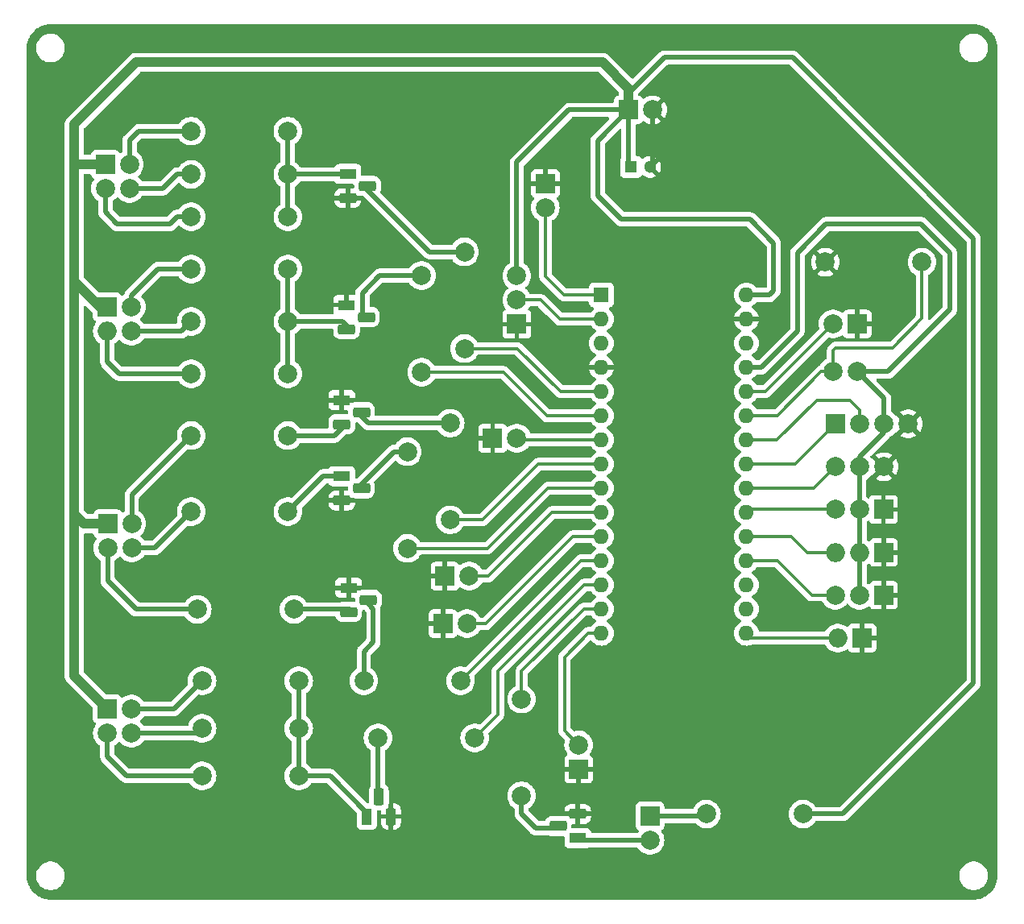
<source format=gbr>
%TF.GenerationSoftware,KiCad,Pcbnew,8.0.6*%
%TF.CreationDate,2024-12-04T16:16:46+01:00*%
%TF.ProjectId,smart home,736d6172-7420-4686-9f6d-652e6b696361,rev?*%
%TF.SameCoordinates,Original*%
%TF.FileFunction,Copper,L2,Bot*%
%TF.FilePolarity,Positive*%
%FSLAX46Y46*%
G04 Gerber Fmt 4.6, Leading zero omitted, Abs format (unit mm)*
G04 Created by KiCad (PCBNEW 8.0.6) date 2024-12-04 16:16:46*
%MOMM*%
%LPD*%
G01*
G04 APERTURE LIST*
G04 Aperture macros list*
%AMRoundRect*
0 Rectangle with rounded corners*
0 $1 Rounding radius*
0 $2 $3 $4 $5 $6 $7 $8 $9 X,Y pos of 4 corners*
0 Add a 4 corners polygon primitive as box body*
4,1,4,$2,$3,$4,$5,$6,$7,$8,$9,$2,$3,0*
0 Add four circle primitives for the rounded corners*
1,1,$1+$1,$2,$3*
1,1,$1+$1,$4,$5*
1,1,$1+$1,$6,$7*
1,1,$1+$1,$8,$9*
0 Add four rect primitives between the rounded corners*
20,1,$1+$1,$2,$3,$4,$5,0*
20,1,$1+$1,$4,$5,$6,$7,0*
20,1,$1+$1,$6,$7,$8,$9,0*
20,1,$1+$1,$8,$9,$2,$3,0*%
G04 Aperture macros list end*
%TA.AperFunction,ComponentPad*%
%ADD10C,2.000000*%
%TD*%
%TA.AperFunction,ComponentPad*%
%ADD11R,2.000000X2.000000*%
%TD*%
%TA.AperFunction,ComponentPad*%
%ADD12R,1.800000X1.100000*%
%TD*%
%TA.AperFunction,ComponentPad*%
%ADD13RoundRect,0.275000X0.625000X-0.275000X0.625000X0.275000X-0.625000X0.275000X-0.625000X-0.275000X0*%
%TD*%
%TA.AperFunction,ComponentPad*%
%ADD14O,2.000000X2.000000*%
%TD*%
%TA.AperFunction,ComponentPad*%
%ADD15R,1.100000X1.800000*%
%TD*%
%TA.AperFunction,ComponentPad*%
%ADD16RoundRect,0.275000X-0.275000X-0.625000X0.275000X-0.625000X0.275000X0.625000X-0.275000X0.625000X0*%
%TD*%
%TA.AperFunction,ComponentPad*%
%ADD17RoundRect,0.275000X-0.625000X0.275000X-0.625000X-0.275000X0.625000X-0.275000X0.625000X0.275000X0*%
%TD*%
%TA.AperFunction,ComponentPad*%
%ADD18R,1.600000X1.600000*%
%TD*%
%TA.AperFunction,ComponentPad*%
%ADD19O,1.600000X1.600000*%
%TD*%
%TA.AperFunction,ComponentPad*%
%ADD20C,1.300000*%
%TD*%
%TA.AperFunction,ComponentPad*%
%ADD21R,1.300000X1.300000*%
%TD*%
%TA.AperFunction,ViaPad*%
%ADD22C,1.600000*%
%TD*%
%TA.AperFunction,Conductor*%
%ADD23C,0.300000*%
%TD*%
%TA.AperFunction,Conductor*%
%ADD24C,0.500000*%
%TD*%
%TA.AperFunction,Conductor*%
%ADD25C,1.000000*%
%TD*%
G04 APERTURE END LIST*
D10*
%TO.P,R9,1*%
%TO.N,Net-(RGB2-B)*%
X38280000Y-46230000D03*
%TO.P,R9,2*%
%TO.N,Net-(Q2-C)*%
X48440000Y-46230000D03*
%TD*%
D11*
%TO.P,RGB1,1*%
%TO.N,VCC*%
X29250000Y-35210000D03*
D10*
%TO.P,RGB1,2*%
%TO.N,Net-(RGB1-B)*%
X29250000Y-37750000D03*
%TO.P,RGB1,3*%
%TO.N,Net-(RGB1-R)*%
X31790000Y-35210000D03*
%TO.P,RGB1,4*%
%TO.N,Net-(RGB1-G)*%
X31790000Y-37750000D03*
%TD*%
%TO.P,R7,1*%
%TO.N,Net-(RGB2-R)*%
X38280000Y-57230000D03*
%TO.P,R7,2*%
%TO.N,Net-(Q2-C)*%
X48440000Y-57230000D03*
%TD*%
D11*
%TO.P,RGB4,1*%
%TO.N,VCC*%
X29460000Y-92460000D03*
D10*
%TO.P,RGB4,2*%
%TO.N,Net-(RGB4-B)*%
X29460000Y-95000000D03*
%TO.P,RGB4,3*%
%TO.N,Net-(RGB4-R)*%
X32000000Y-92460000D03*
%TO.P,RGB4,4*%
%TO.N,Net-(RGB4-G)*%
X32000000Y-95000000D03*
%TD*%
D12*
%TO.P,Q3,1,C*%
%TO.N,Net-(M1--)*%
X78900000Y-106040000D03*
D13*
%TO.P,Q3,2,B*%
%TO.N,Net-(Q3-B)*%
X76830000Y-104770000D03*
%TO.P,Q3,3,E*%
%TO.N,GND*%
X78900000Y-103500000D03*
%TD*%
D11*
%TO.P,SW6,1,A*%
%TO.N,GND*%
X108775000Y-85000000D03*
D14*
%TO.P,SW6,2,B*%
%TO.N,fan switch*%
X106235000Y-85000000D03*
%TD*%
D11*
%TO.P,M1,1,+*%
%TO.N,Net-(M1-+)*%
X86500000Y-103725000D03*
D10*
%TO.P,M1,2,-*%
%TO.N,Net-(M1--)*%
X86500000Y-106265000D03*
%TD*%
%TO.P,R20,1*%
%TO.N,LDR*%
X115080000Y-45500000D03*
%TO.P,R20,2*%
%TO.N,GND*%
X104920000Y-45500000D03*
%TD*%
D11*
%TO.P,BT1,1,+*%
%TO.N,VCC*%
X84225000Y-29500000D03*
D10*
%TO.P,BT1,2,-*%
%TO.N,GND*%
X86765000Y-29500000D03*
%TD*%
%TO.P,R6,1*%
%TO.N,Net-(RGB1-B)*%
X38280000Y-40730000D03*
%TO.P,R6,2*%
%TO.N,Net-(Q1-C)*%
X48440000Y-40730000D03*
%TD*%
%TO.P,R24,1*%
%TO.N,Net-(RGB2-G)*%
X38280000Y-51730000D03*
%TO.P,R24,2*%
%TO.N,Net-(Q2-C)*%
X48440000Y-51730000D03*
%TD*%
%TO.P,RV3B1,1,1*%
%TO.N,GND*%
X111080000Y-67000000D03*
%TO.P,RV3B1,2,3*%
%TO.N,R3-B*%
X106000000Y-67000000D03*
%TO.P,RV3B1,3,2*%
%TO.N,+5V*%
X108540000Y-67000000D03*
%TD*%
D15*
%TO.P,Q9,1,C*%
%TO.N,Net-(Q9-C)*%
X56730000Y-103760000D03*
D16*
%TO.P,Q9,2,B*%
%TO.N,Net-(Q9-B)*%
X58000000Y-101690000D03*
%TO.P,Q9,3,E*%
%TO.N,GND*%
X59270000Y-103760000D03*
%TD*%
D11*
%TO.P,LCD_20x1,1,SDA*%
%TO.N,SDA*%
X106000000Y-62500000D03*
D10*
%TO.P,LCD_20x1,2,SCL*%
%TO.N,SCL*%
X108540000Y-62500000D03*
%TO.P,LCD_20x1,3,Vcc*%
%TO.N,+5V*%
X111080000Y-62500000D03*
%TO.P,LCD_20x1,4,GND*%
%TO.N,GND*%
X113620000Y-62500000D03*
%TD*%
D11*
%TO.P,SW4,1,1*%
%TO.N,GND*%
X64725000Y-83500000D03*
D10*
%TO.P,SW4,2,2*%
%TO.N,C_button_2*%
X67265000Y-83500000D03*
%TD*%
D11*
%TO.P,SW1,1,A*%
%TO.N,GND*%
X64960000Y-78500000D03*
D10*
%TO.P,SW1,2,B*%
%TO.N,R2_S1*%
X67500000Y-78500000D03*
%TD*%
D12*
%TO.P,Q6,1,C*%
%TO.N,GND*%
X54100000Y-60000000D03*
D17*
%TO.P,Q6,2,B*%
%TO.N,Net-(Q6-B)*%
X56170000Y-61270000D03*
%TO.P,Q6,3,E*%
%TO.N,Net-(Q6-C)*%
X54100000Y-62540000D03*
%TD*%
D10*
%TO.P,R2,1*%
%TO.N,R1-enable*%
X62500000Y-57080000D03*
%TO.P,R2,2*%
%TO.N,Net-(Q2-B)*%
X62500000Y-46920000D03*
%TD*%
D11*
%TO.P,RGB3,1*%
%TO.N,VCC*%
X29500000Y-73000000D03*
D10*
%TO.P,RGB3,2*%
%TO.N,Net-(RGB3-B)*%
X29500000Y-75540000D03*
%TO.P,RGB3,3*%
%TO.N,Net-(RGB3-R)*%
X32040000Y-73000000D03*
%TO.P,RGB3,4*%
%TO.N,Net-(RGB3-G)*%
X32040000Y-75540000D03*
%TD*%
%TO.P,R1,1*%
%TO.N,R2-enable*%
X67000000Y-54580000D03*
%TO.P,R1,2*%
%TO.N,Net-(Q1-B)*%
X67000000Y-44420000D03*
%TD*%
%TO.P,R23,1*%
%TO.N,+5V*%
X108275000Y-57000000D03*
%TO.P,R23,2*%
%TO.N,LDR*%
X105735000Y-57000000D03*
%TD*%
D11*
%TO.P,RV3R1,1,1*%
%TO.N,GND*%
X111040000Y-76000000D03*
D14*
%TO.P,RV3R1,2,3*%
%TO.N,R3-R*%
X105960000Y-76000000D03*
%TO.P,RV3R1,3,2*%
%TO.N,+5V*%
X108500000Y-76000000D03*
%TD*%
D12*
%TO.P,Q7,1,C*%
%TO.N,Net-(Q7-C)*%
X54100000Y-68000000D03*
D17*
%TO.P,Q7,2,B*%
%TO.N,Net-(Q7-B)*%
X56170000Y-69270000D03*
%TO.P,Q7,3,E*%
%TO.N,GND*%
X54100000Y-70540000D03*
%TD*%
D12*
%TO.P,Q1,1,C*%
%TO.N,Net-(Q1-C)*%
X54740000Y-36230000D03*
D17*
%TO.P,Q1,2,B*%
%TO.N,Net-(Q1-B)*%
X56810000Y-37500000D03*
%TO.P,Q1,3,E*%
%TO.N,GND*%
X54740000Y-38770000D03*
%TD*%
D11*
%TO.P,RGB2,1*%
%TO.N,VCC*%
X29460000Y-50210000D03*
D14*
%TO.P,RGB2,2*%
%TO.N,Net-(RGB2-R)*%
X29460000Y-52750000D03*
D10*
%TO.P,RGB2,3*%
%TO.N,Net-(RGB2-B)*%
X32000000Y-50210000D03*
%TO.P,RGB2,4*%
%TO.N,Net-(RGB2-G)*%
X32000000Y-52750000D03*
%TD*%
%TO.P,R11,1*%
%TO.N,Net-(Q7-B)*%
X61000000Y-65420000D03*
%TO.P,R11,2*%
%TO.N,R3G enable*%
X61000000Y-75580000D03*
%TD*%
D11*
%TO.P,RV3G1,1,1*%
%TO.N,GND*%
X111025000Y-71500000D03*
D10*
%TO.P,RV3G1,2,3*%
%TO.N,R3-G*%
X105945000Y-71500000D03*
%TO.P,RV3G1,3,2*%
%TO.N,+5V*%
X108485000Y-71500000D03*
%TD*%
%TO.P,R13,1*%
%TO.N,Net-(RGB3-G)*%
X38280000Y-71730000D03*
%TO.P,R13,2*%
%TO.N,Net-(Q7-C)*%
X48440000Y-71730000D03*
%TD*%
%TO.P,R17,1*%
%TO.N,VCC*%
X102580000Y-103500000D03*
%TO.P,R17,2*%
%TO.N,Net-(M1-+)*%
X92420000Y-103500000D03*
%TD*%
D11*
%TO.P,SW2,1,A*%
%TO.N,GND*%
X79000000Y-98775000D03*
D10*
%TO.P,SW2,2,B*%
%TO.N,R2_S2*%
X79000000Y-96235000D03*
%TD*%
%TO.P,R15,1*%
%TO.N,Net-(Q8-C)*%
X49080000Y-82000000D03*
%TO.P,R15,2*%
%TO.N,Net-(RGB3-B)*%
X38920000Y-82000000D03*
%TD*%
%TO.P,R10,1*%
%TO.N,Net-(Q6-B)*%
X65500000Y-62420000D03*
%TO.P,R10,2*%
%TO.N,R3R enable*%
X65500000Y-72580000D03*
%TD*%
%TO.P,R19,1*%
%TO.N,Net-(RGB4-B)*%
X39420000Y-99500000D03*
%TO.P,R19,2*%
%TO.N,Net-(Q9-C)*%
X49580000Y-99500000D03*
%TD*%
D11*
%TO.P,HC\u2013SR505PIR1,1,GND(-)*%
%TO.N,GND*%
X72500000Y-52025000D03*
D10*
%TO.P,HC\u2013SR505PIR1,2,Signal_O/P(S)*%
%TO.N,MC_signal*%
X72500000Y-49485000D03*
%TO.P,HC\u2013SR505PIR1,3,Possitive_ps*%
%TO.N,VCC*%
X72500000Y-46945000D03*
%TD*%
D11*
%TO.P,SW5,1,1*%
%TO.N,GND*%
X75500000Y-37225000D03*
D10*
%TO.P,SW5,2,2*%
%TO.N,C_button_1*%
X75500000Y-39765000D03*
%TD*%
%TO.P,R16,1*%
%TO.N,Net-(Q9-B)*%
X57920000Y-95500000D03*
%TO.P,R16,2*%
%TO.N,MD_light_enable*%
X68080000Y-95500000D03*
%TD*%
D12*
%TO.P,Q8,1,C*%
%TO.N,GND*%
X54830000Y-79730000D03*
D17*
%TO.P,Q8,2,B*%
%TO.N,Net-(Q8-B)*%
X56900000Y-81000000D03*
%TO.P,Q8,3,E*%
%TO.N,Net-(Q8-C)*%
X54830000Y-82270000D03*
%TD*%
D10*
%TO.P,R8,1*%
%TO.N,Net-(RGB4-G)*%
X39420000Y-94500000D03*
%TO.P,R8,2*%
%TO.N,Net-(Q9-C)*%
X49580000Y-94500000D03*
%TD*%
D11*
%TO.P,SW7,1,1*%
%TO.N,GND*%
X69960000Y-64000000D03*
D10*
%TO.P,SW7,2,2*%
%TO.N,C_button_3*%
X72500000Y-64000000D03*
%TD*%
%TO.P,R12,1*%
%TO.N,Net-(RGB3-R)*%
X38280000Y-63730000D03*
%TO.P,R12,2*%
%TO.N,Net-(Q6-C)*%
X48440000Y-63730000D03*
%TD*%
D18*
%TO.P,A1,1,D1/TX*%
%TO.N,C_button_1*%
X81390000Y-48950000D03*
D19*
%TO.P,A1,2,D0/RX*%
%TO.N,MC_signal*%
X81390000Y-51490000D03*
%TO.P,A1,3,~{RESET}*%
%TO.N,unconnected-(A1-~{RESET}-Pad3)*%
X81390000Y-54030000D03*
%TO.P,A1,4,GND*%
%TO.N,GND*%
X81390000Y-56570000D03*
%TO.P,A1,5,D2*%
%TO.N,R2-enable*%
X81390000Y-59110000D03*
%TO.P,A1,6,D3*%
%TO.N,R1-enable*%
X81390000Y-61650000D03*
%TO.P,A1,7,D4*%
%TO.N,C_button_3*%
X81390000Y-64190000D03*
%TO.P,A1,8,D5*%
%TO.N,R3R enable*%
X81390000Y-66730000D03*
%TO.P,A1,9,D6*%
%TO.N,R3G enable*%
X81390000Y-69270000D03*
%TO.P,A1,10,D7*%
%TO.N,R2_S1*%
X81390000Y-71810000D03*
%TO.P,A1,11,D8*%
%TO.N,C_button_2*%
X81390000Y-74350000D03*
%TO.P,A1,12,D9*%
%TO.N,R3B enable*%
X81390000Y-76890000D03*
%TO.P,A1,13,D10*%
%TO.N,MD_light_enable*%
X81390000Y-79430000D03*
%TO.P,A1,14,D11*%
%TO.N,fan enable*%
X81390000Y-81970000D03*
%TO.P,A1,15,D12*%
%TO.N,R2_S2*%
X81390000Y-84510000D03*
%TO.P,A1,16,D13*%
%TO.N,fan switch*%
X96630000Y-84510000D03*
%TO.P,A1,17,3V3*%
%TO.N,unconnected-(A1-3V3-Pad17)*%
X96630000Y-81970000D03*
%TO.P,A1,18,AREF*%
%TO.N,unconnected-(A1-AREF-Pad18)*%
X96630000Y-79430000D03*
%TO.P,A1,19,A0*%
%TO.N,R1-D*%
X96630000Y-76890000D03*
%TO.P,A1,20,A1*%
%TO.N,R3-R*%
X96630000Y-74350000D03*
%TO.P,A1,21,A2*%
%TO.N,R3-G*%
X96630000Y-71810000D03*
%TO.P,A1,22,A3*%
%TO.N,R3-B*%
X96630000Y-69270000D03*
%TO.P,A1,23,A4*%
%TO.N,SDA*%
X96630000Y-66730000D03*
%TO.P,A1,24,A5*%
%TO.N,SCL*%
X96630000Y-64190000D03*
%TO.P,A1,25,A6*%
%TO.N,LDR*%
X96630000Y-61650000D03*
%TO.P,A1,26,A7*%
%TO.N,R3_S1*%
X96630000Y-59110000D03*
%TO.P,A1,27,+5V*%
%TO.N,+5V*%
X96630000Y-56570000D03*
%TO.P,A1,28,~{RESET}*%
%TO.N,unconnected-(A1-~{RESET}-Pad28)*%
X96630000Y-54030000D03*
%TO.P,A1,29,GND*%
%TO.N,GND*%
X96630000Y-51490000D03*
%TO.P,A1,30,VIN*%
%TO.N,VCC*%
X96630000Y-48950000D03*
%TD*%
D10*
%TO.P,R18,1*%
%TO.N,Net-(RGB4-R)*%
X39420000Y-89500000D03*
%TO.P,R18,2*%
%TO.N,Net-(Q9-C)*%
X49580000Y-89500000D03*
%TD*%
%TO.P,R3,1*%
%TO.N,fan enable*%
X73000000Y-91420000D03*
%TO.P,R3,2*%
%TO.N,Net-(Q3-B)*%
X73000000Y-101580000D03*
%TD*%
D11*
%TO.P,SW9,1,A*%
%TO.N,GND*%
X108275000Y-52000000D03*
D10*
%TO.P,SW9,2,B*%
%TO.N,R3_S1*%
X105735000Y-52000000D03*
%TD*%
%TO.P,R4,1*%
%TO.N,Net-(RGB1-R)*%
X38280000Y-31730000D03*
%TO.P,R4,2*%
%TO.N,Net-(Q1-C)*%
X48440000Y-31730000D03*
%TD*%
D20*
%TO.P,C1,*%
%TO.N,GND*%
X86500000Y-35500000D03*
D21*
%TO.P,C1,P*%
%TO.N,VCC*%
X84500000Y-35500000D03*
%TD*%
D10*
%TO.P,R14,1*%
%TO.N,Net-(Q8-B)*%
X56420000Y-89500000D03*
%TO.P,R14,2*%
%TO.N,R3B enable*%
X66580000Y-89500000D03*
%TD*%
D11*
%TO.P,RV1,1,1*%
%TO.N,GND*%
X111040000Y-80500000D03*
D10*
%TO.P,RV1,2,3*%
%TO.N,R1-D*%
X105960000Y-80500000D03*
%TO.P,RV1,3,2*%
%TO.N,+5V*%
X108500000Y-80500000D03*
%TD*%
D12*
%TO.P,Q2,1,C*%
%TO.N,GND*%
X54600000Y-50000000D03*
D17*
%TO.P,Q2,2,B*%
%TO.N,Net-(Q2-B)*%
X56670000Y-51270000D03*
%TO.P,Q2,2,E*%
%TO.N,Net-(Q2-C)*%
X54600000Y-52540000D03*
%TD*%
D10*
%TO.P,R5,1*%
%TO.N,Net-(RGB1-G)*%
X38280000Y-36280000D03*
%TO.P,R5,2*%
%TO.N,Net-(Q1-C)*%
X48440000Y-36280000D03*
%TD*%
D22*
%TO.N,GND*%
X104500000Y-48500000D03*
X99500000Y-51500000D03*
%TD*%
D23*
%TO.N,R3B enable*%
X79190000Y-76890000D02*
X81390000Y-76890000D01*
X66580000Y-89500000D02*
X79190000Y-76890000D01*
%TO.N,C_button_1*%
X75500000Y-47000000D02*
X75500000Y-39765000D01*
X81390000Y-48950000D02*
X77450000Y-48950000D01*
X77450000Y-48950000D02*
X75500000Y-47000000D01*
%TO.N,R2-enable*%
X72580000Y-54580000D02*
X67000000Y-54580000D01*
X77110000Y-59110000D02*
X72580000Y-54580000D01*
X81390000Y-59110000D02*
X77110000Y-59110000D01*
D24*
%TO.N,+5V*%
X118000000Y-50500000D02*
X111500000Y-57000000D01*
X96630000Y-56570000D02*
X98180000Y-56570000D01*
X105000000Y-41500000D02*
X115000000Y-41500000D01*
X108485000Y-71500000D02*
X108485000Y-67055000D01*
X108500000Y-76000000D02*
X108500000Y-71515000D01*
X102000000Y-44500000D02*
X105000000Y-41500000D01*
X108540000Y-65960000D02*
X108540000Y-67000000D01*
X98180000Y-56570000D02*
X102000000Y-52750000D01*
X108275000Y-57000000D02*
X111080000Y-59805000D01*
X108500000Y-71515000D02*
X108485000Y-71500000D01*
X118000000Y-44500000D02*
X118000000Y-50500000D01*
X111080000Y-59805000D02*
X111080000Y-62500000D01*
X111080000Y-63420000D02*
X108540000Y-65960000D01*
X108500000Y-80500000D02*
X108500000Y-76000000D01*
X111080000Y-62500000D02*
X111080000Y-63420000D01*
X102000000Y-52750000D02*
X102000000Y-44500000D01*
X108485000Y-67055000D02*
X108540000Y-67000000D01*
X111500000Y-57000000D02*
X108275000Y-57000000D01*
X115000000Y-41500000D02*
X118000000Y-44500000D01*
D23*
%TO.N,MC_signal*%
X76990000Y-51490000D02*
X81390000Y-51490000D01*
X74985000Y-49485000D02*
X76990000Y-51490000D01*
X72500000Y-49485000D02*
X74985000Y-49485000D01*
D24*
%TO.N,GND*%
X86765000Y-35235000D02*
X86500000Y-35500000D01*
D23*
X96630000Y-51490000D02*
X99490000Y-51490000D01*
X99490000Y-51490000D02*
X99500000Y-51500000D01*
D24*
X55230000Y-79730000D02*
X55480000Y-79480000D01*
X78500000Y-103500000D02*
X78470000Y-103470000D01*
X78500000Y-99275000D02*
X79000000Y-98775000D01*
X54500000Y-60000000D02*
X54530000Y-59970000D01*
X86765000Y-29500000D02*
X86765000Y-35235000D01*
D23*
%TO.N,R2_S1*%
X76190000Y-71810000D02*
X81390000Y-71810000D01*
X69500000Y-78500000D02*
X76190000Y-71810000D01*
X67500000Y-78500000D02*
X69500000Y-78500000D01*
D24*
X67225000Y-78235000D02*
X67460000Y-78000000D01*
D23*
%TO.N,R3-R*%
X105960000Y-76000000D02*
X103000000Y-76000000D01*
X101350000Y-74350000D02*
X96630000Y-74350000D01*
X103000000Y-76000000D02*
X101350000Y-74350000D01*
%TO.N,MD_light_enable*%
X70500000Y-93080000D02*
X68080000Y-95500000D01*
X79570000Y-79430000D02*
X70500000Y-88500000D01*
X70500000Y-88500000D02*
X70500000Y-93080000D01*
X81390000Y-79430000D02*
X79570000Y-79430000D01*
%TO.N,R3R enable*%
X65500000Y-72580000D02*
X68920000Y-72580000D01*
X68920000Y-72580000D02*
X74770000Y-66730000D01*
X74770000Y-66730000D02*
X81390000Y-66730000D01*
%TO.N,SDA*%
X96630000Y-66730000D02*
X101770000Y-66730000D01*
X101770000Y-66730000D02*
X106000000Y-62500000D01*
%TO.N,R2_S2*%
X79990000Y-84510000D02*
X81390000Y-84510000D01*
X79000000Y-96235000D02*
X77500000Y-94735000D01*
X77500000Y-87000000D02*
X79990000Y-84510000D01*
X77500000Y-94735000D02*
X77500000Y-87000000D01*
%TO.N,C_button_3*%
X81390000Y-64190000D02*
X72690000Y-64190000D01*
X72690000Y-64190000D02*
X72500000Y-64000000D01*
%TO.N,R1-enable*%
X71080000Y-57080000D02*
X75650000Y-61650000D01*
X75650000Y-61650000D02*
X81390000Y-61650000D01*
X62500000Y-57080000D02*
X71080000Y-57080000D01*
%TO.N,R1-D*%
X105960000Y-80500000D02*
X103500000Y-80500000D01*
X99890000Y-76890000D02*
X96630000Y-76890000D01*
X103500000Y-80500000D02*
X99890000Y-76890000D01*
%TO.N,SCL*%
X104000000Y-60000000D02*
X107500000Y-60000000D01*
X99810000Y-64190000D02*
X104000000Y-60000000D01*
X108540000Y-61040000D02*
X108540000Y-62500000D01*
X96630000Y-64190000D02*
X99810000Y-64190000D01*
X107500000Y-60000000D02*
X108540000Y-61040000D01*
%TO.N,LDR*%
X104500000Y-57000000D02*
X99850000Y-61650000D01*
X115080000Y-51420000D02*
X115080000Y-45500000D01*
X112000000Y-54500000D02*
X106000000Y-54500000D01*
X112000000Y-54500000D02*
X115080000Y-51420000D01*
X106000000Y-54500000D02*
X105735000Y-54765000D01*
X105735000Y-57000000D02*
X104500000Y-57000000D01*
X99850000Y-61650000D02*
X96630000Y-61650000D01*
X105735000Y-54765000D02*
X105735000Y-57000000D01*
%TO.N,C_button_2*%
X67265000Y-83500000D02*
X69265000Y-83500000D01*
X78415000Y-74350000D02*
X81390000Y-74350000D01*
X69265000Y-83500000D02*
X78415000Y-74350000D01*
%TO.N,R3-G*%
X96940000Y-71500000D02*
X96630000Y-71810000D01*
X105945000Y-71500000D02*
X96940000Y-71500000D01*
%TO.N,R3_S1*%
X98625000Y-59110000D02*
X105735000Y-52000000D01*
X96630000Y-59110000D02*
X98625000Y-59110000D01*
%TO.N,R3G enable*%
X69420000Y-75580000D02*
X61000000Y-75580000D01*
X75730000Y-69270000D02*
X69420000Y-75580000D01*
X81390000Y-69270000D02*
X75730000Y-69270000D01*
%TO.N,fan switch*%
X97120000Y-85000000D02*
X96630000Y-84510000D01*
X106235000Y-85000000D02*
X97120000Y-85000000D01*
D25*
%TO.N,VCC*%
X26000000Y-54500000D02*
X26000000Y-47500000D01*
D24*
X78000000Y-29500000D02*
X84225000Y-29500000D01*
D25*
X27000000Y-73000000D02*
X26000000Y-72000000D01*
D24*
X96630000Y-48950000D02*
X99050000Y-48950000D01*
D25*
X26000000Y-59000000D02*
X26000000Y-54500000D01*
D24*
X97000000Y-41000000D02*
X83500000Y-41000000D01*
D25*
X28710000Y-50210000D02*
X26000000Y-47500000D01*
D24*
X84225000Y-29500000D02*
X84225000Y-35225000D01*
X84225000Y-35225000D02*
X84500000Y-35500000D01*
X101500000Y-24000000D02*
X88000000Y-24000000D01*
D25*
X81500000Y-24500000D02*
X32500000Y-24500000D01*
D24*
X99500000Y-43500000D02*
X97000000Y-41000000D01*
X88000000Y-24000000D02*
X84225000Y-27775000D01*
X84225000Y-27775000D02*
X84225000Y-28775000D01*
D25*
X29500000Y-73000000D02*
X27000000Y-73000000D01*
D24*
X72500000Y-46945000D02*
X72500000Y-35000000D01*
D25*
X29460000Y-92460000D02*
X26000000Y-89000000D01*
X84225000Y-27225000D02*
X81500000Y-24500000D01*
X26000000Y-72000000D02*
X26000000Y-59000000D01*
D24*
X83500000Y-41000000D02*
X81000000Y-38500000D01*
X81000000Y-32725000D02*
X84225000Y-29500000D01*
X120500000Y-89772032D02*
X120500000Y-43000000D01*
D25*
X26000000Y-31000000D02*
X26000000Y-47500000D01*
D24*
X99500000Y-48500000D02*
X99500000Y-43500000D01*
D25*
X26000000Y-89000000D02*
X26000000Y-72000000D01*
D24*
X102580000Y-103500000D02*
X106772032Y-103500000D01*
X99050000Y-48950000D02*
X99500000Y-48500000D01*
D25*
X84225000Y-29500000D02*
X84225000Y-27225000D01*
D24*
X72500000Y-35000000D02*
X78000000Y-29500000D01*
X120500000Y-43000000D02*
X101500000Y-24000000D01*
X81000000Y-38500000D02*
X81000000Y-32725000D01*
X106772032Y-103500000D02*
X120500000Y-89772032D01*
D25*
X29250000Y-35210000D02*
X26210000Y-35210000D01*
X32500000Y-24500000D02*
X26000000Y-31000000D01*
D23*
%TO.N,R3-B*%
X103730000Y-69270000D02*
X106000000Y-67000000D01*
X96630000Y-69270000D02*
X103730000Y-69270000D01*
D24*
%TO.N,Net-(Q1-C)*%
X48440000Y-40730000D02*
X48440000Y-36280000D01*
X48440000Y-36280000D02*
X55090000Y-36280000D01*
X48440000Y-31730000D02*
X48440000Y-36280000D01*
%TO.N,Net-(Q1-B)*%
X63330000Y-44420000D02*
X67000000Y-44420000D01*
X56410000Y-37500000D02*
X63330000Y-44420000D01*
%TO.N,Net-(Q2-C)*%
X54190000Y-51730000D02*
X55000000Y-52540000D01*
X48440000Y-57230000D02*
X48440000Y-51730000D01*
X48440000Y-51730000D02*
X54190000Y-51730000D01*
X48440000Y-51730000D02*
X48440000Y-46230000D01*
%TO.N,Net-(Q2-B)*%
X58080000Y-46920000D02*
X56270000Y-48730000D01*
X62500000Y-46920000D02*
X58080000Y-46920000D01*
X56270000Y-48730000D02*
X56270000Y-51270000D01*
%TO.N,Net-(M1--)*%
X78725000Y-106265000D02*
X86500000Y-106265000D01*
%TO.N,Net-(Q3-B)*%
X74500000Y-105000000D02*
X73000000Y-103500000D01*
X77000000Y-105000000D02*
X74500000Y-105000000D01*
X73000000Y-101580000D02*
X73000000Y-103500000D01*
%TO.N,Net-(Q6-B)*%
X65500000Y-62420000D02*
X56920000Y-62420000D01*
X56920000Y-62420000D02*
X55770000Y-61270000D01*
%TO.N,Net-(Q6-C)*%
X48440000Y-63730000D02*
X53310000Y-63730000D01*
X53310000Y-63730000D02*
X54500000Y-62540000D01*
%TO.N,Net-(Q7-C)*%
X48440000Y-71730000D02*
X52170000Y-68000000D01*
X52170000Y-68000000D02*
X54500000Y-68000000D01*
%TO.N,Net-(Q7-B)*%
X59620000Y-65420000D02*
X61000000Y-65420000D01*
X55770000Y-69270000D02*
X59620000Y-65420000D01*
%TO.N,Net-(Q8-C)*%
X49080000Y-82000000D02*
X54960000Y-82000000D01*
%TO.N,Net-(Q8-B)*%
X57420000Y-85420000D02*
X56420000Y-86420000D01*
X56420000Y-86420000D02*
X56420000Y-89500000D01*
X57420000Y-81920000D02*
X56500000Y-81000000D01*
X57420000Y-85420000D02*
X57420000Y-81920000D01*
%TO.N,Net-(Q9-B)*%
X57920000Y-102010000D02*
X57920000Y-95500000D01*
%TO.N,Net-(Q9-C)*%
X49580000Y-94500000D02*
X49580000Y-89500000D01*
X52870000Y-99500000D02*
X49580000Y-99500000D01*
X49580000Y-99500000D02*
X49580000Y-94500000D01*
X56730000Y-103360000D02*
X52870000Y-99500000D01*
D23*
%TO.N,fan enable*%
X73000000Y-88500000D02*
X73000000Y-91420000D01*
X81390000Y-81970000D02*
X79530000Y-81970000D01*
X79530000Y-81970000D02*
X73000000Y-88500000D01*
D24*
%TO.N,Net-(RGB1-R)*%
X31790000Y-35210000D02*
X31790000Y-32710000D01*
X32770000Y-31730000D02*
X31790000Y-32710000D01*
X38280000Y-31730000D02*
X32770000Y-31730000D01*
%TO.N,Net-(RGB1-G)*%
X36780000Y-36280000D02*
X35310000Y-37750000D01*
X38280000Y-36280000D02*
X36780000Y-36280000D01*
X35310000Y-37750000D02*
X31790000Y-37750000D01*
%TO.N,Net-(RGB1-B)*%
X30500000Y-41500000D02*
X36010000Y-41500000D01*
X36780000Y-40730000D02*
X36010000Y-41500000D01*
X29250000Y-40250000D02*
X30500000Y-41500000D01*
X38280000Y-40730000D02*
X36780000Y-40730000D01*
X29250000Y-37750000D02*
X29250000Y-40250000D01*
%TO.N,Net-(RGB2-R)*%
X29460000Y-55960000D02*
X29460000Y-52750000D01*
X30730000Y-57230000D02*
X29460000Y-55960000D01*
X38280000Y-57230000D02*
X30730000Y-57230000D01*
%TO.N,Net-(RGB4-G)*%
X32000000Y-95000000D02*
X38920000Y-95000000D01*
%TO.N,Net-(RGB2-B)*%
X32000000Y-49000000D02*
X32000000Y-50210000D01*
X38280000Y-46230000D02*
X34770000Y-46230000D01*
X34770000Y-46230000D02*
X32000000Y-49000000D01*
%TO.N,Net-(RGB3-R)*%
X32040000Y-69960000D02*
X32050000Y-69960000D01*
X32050000Y-69960000D02*
X38280000Y-63730000D01*
X32040000Y-73000000D02*
X32040000Y-69960000D01*
%TO.N,Net-(RGB3-G)*%
X32040000Y-75540000D02*
X34470000Y-75540000D01*
X34470000Y-75540000D02*
X38280000Y-71730000D01*
%TO.N,Net-(RGB3-B)*%
X29500000Y-79000000D02*
X29500000Y-75540000D01*
X32500000Y-82000000D02*
X29500000Y-79000000D01*
X38920000Y-82000000D02*
X32500000Y-82000000D01*
%TO.N,Net-(M1-+)*%
X86500000Y-103725000D02*
X92195000Y-103725000D01*
%TO.N,Net-(RGB4-R)*%
X32000000Y-92460000D02*
X36460000Y-92460000D01*
X36460000Y-92460000D02*
X39420000Y-89500000D01*
%TO.N,Net-(RGB4-B)*%
X39420000Y-99500000D02*
X31500000Y-99500000D01*
X31500000Y-99500000D02*
X29460000Y-97460000D01*
X29460000Y-97460000D02*
X29460000Y-95000000D01*
%TO.N,Net-(RGB2-G)*%
X32000000Y-52750000D02*
X37260000Y-52750000D01*
X37260000Y-52750000D02*
X38280000Y-51730000D01*
%TD*%
%TA.AperFunction,Conductor*%
%TO.N,GND*%
G36*
X114704809Y-42270185D02*
G01*
X114725451Y-42286819D01*
X117213181Y-44774548D01*
X117246666Y-44835871D01*
X117249500Y-44862229D01*
X117249500Y-50137770D01*
X117229815Y-50204809D01*
X117213181Y-50225451D01*
X115942181Y-51496451D01*
X115880858Y-51529936D01*
X115811166Y-51524952D01*
X115755233Y-51483080D01*
X115730816Y-51417616D01*
X115730500Y-51408770D01*
X115730500Y-46927989D01*
X115750185Y-46860950D01*
X115795483Y-46818934D01*
X115891685Y-46766873D01*
X115903509Y-46760474D01*
X116099744Y-46607738D01*
X116268164Y-46424785D01*
X116404173Y-46216607D01*
X116504063Y-45988881D01*
X116565108Y-45747821D01*
X116565292Y-45745606D01*
X116585643Y-45500005D01*
X116585643Y-45499994D01*
X116565109Y-45252187D01*
X116565107Y-45252175D01*
X116504063Y-45011118D01*
X116404173Y-44783393D01*
X116268166Y-44575217D01*
X116130877Y-44426082D01*
X116099744Y-44392262D01*
X115903509Y-44239526D01*
X115903507Y-44239525D01*
X115903506Y-44239524D01*
X115684811Y-44121172D01*
X115684802Y-44121169D01*
X115449616Y-44040429D01*
X115204335Y-43999500D01*
X114955665Y-43999500D01*
X114710383Y-44040429D01*
X114475197Y-44121169D01*
X114475188Y-44121172D01*
X114256493Y-44239524D01*
X114060257Y-44392261D01*
X113891833Y-44575217D01*
X113755826Y-44783393D01*
X113655936Y-45011118D01*
X113594892Y-45252175D01*
X113594890Y-45252187D01*
X113574357Y-45499994D01*
X113574357Y-45500005D01*
X113594890Y-45747812D01*
X113594892Y-45747824D01*
X113655936Y-45988881D01*
X113755826Y-46216606D01*
X113891833Y-46424782D01*
X113891836Y-46424785D01*
X114060256Y-46607738D01*
X114143045Y-46672175D01*
X114256488Y-46760472D01*
X114256492Y-46760475D01*
X114364517Y-46818934D01*
X114414108Y-46868153D01*
X114429500Y-46927989D01*
X114429500Y-51099192D01*
X114409815Y-51166231D01*
X114393181Y-51186873D01*
X111766873Y-53813181D01*
X111705550Y-53846666D01*
X111679192Y-53849500D01*
X105935929Y-53849500D01*
X105810261Y-53874497D01*
X105810251Y-53874500D01*
X105761220Y-53894810D01*
X105691881Y-53923530D01*
X105691863Y-53923540D01*
X105585332Y-53994721D01*
X105585325Y-53994727D01*
X105229724Y-54350328D01*
X105195560Y-54401458D01*
X105195561Y-54401459D01*
X105158534Y-54456874D01*
X105109499Y-54575255D01*
X105109497Y-54575261D01*
X105084500Y-54700928D01*
X105084500Y-55572009D01*
X105064815Y-55639048D01*
X105019518Y-55681063D01*
X104911501Y-55739519D01*
X104911494Y-55739523D01*
X104715257Y-55892261D01*
X104546833Y-56075217D01*
X104410830Y-56283387D01*
X104410825Y-56283396D01*
X104402620Y-56302100D01*
X104357661Y-56355583D01*
X104313273Y-56373897D01*
X104310270Y-56374494D01*
X104310257Y-56374498D01*
X104191874Y-56423534D01*
X104085326Y-56494726D01*
X104085325Y-56494727D01*
X99616873Y-60963181D01*
X99555550Y-60996666D01*
X99529192Y-60999500D01*
X97826683Y-60999500D01*
X97759644Y-60979815D01*
X97725108Y-60946623D01*
X97630045Y-60810858D01*
X97469141Y-60649954D01*
X97282734Y-60519432D01*
X97282728Y-60519429D01*
X97224725Y-60492382D01*
X97172285Y-60446210D01*
X97153133Y-60379017D01*
X97173348Y-60312135D01*
X97224725Y-60267618D01*
X97282734Y-60240568D01*
X97469139Y-60110047D01*
X97630047Y-59949139D01*
X97725108Y-59813377D01*
X97779685Y-59769752D01*
X97826683Y-59760500D01*
X98689071Y-59760500D01*
X98773615Y-59743682D01*
X98814744Y-59735501D01*
X98933127Y-59686465D01*
X99039669Y-59615277D01*
X105184091Y-53470853D01*
X105245412Y-53437370D01*
X105312032Y-53441254D01*
X105336520Y-53449661D01*
X105365385Y-53459571D01*
X105610665Y-53500500D01*
X105859335Y-53500500D01*
X106104614Y-53459571D01*
X106339810Y-53378828D01*
X106558509Y-53260474D01*
X106642201Y-53195333D01*
X106707192Y-53169692D01*
X106775732Y-53183258D01*
X106826057Y-53231726D01*
X106827290Y-53234361D01*
X106827396Y-53234304D01*
X106831649Y-53242093D01*
X106917809Y-53357187D01*
X106917812Y-53357190D01*
X107032906Y-53443350D01*
X107032913Y-53443354D01*
X107167620Y-53493596D01*
X107167627Y-53493598D01*
X107227155Y-53499999D01*
X107227172Y-53500000D01*
X108025000Y-53500000D01*
X108025000Y-52433012D01*
X108082007Y-52465925D01*
X108209174Y-52500000D01*
X108340826Y-52500000D01*
X108467993Y-52465925D01*
X108525000Y-52433012D01*
X108525000Y-53500000D01*
X109322828Y-53500000D01*
X109322844Y-53499999D01*
X109382372Y-53493598D01*
X109382379Y-53493596D01*
X109517086Y-53443354D01*
X109517093Y-53443350D01*
X109632187Y-53357190D01*
X109632190Y-53357187D01*
X109718350Y-53242093D01*
X109718354Y-53242086D01*
X109768596Y-53107379D01*
X109768598Y-53107372D01*
X109774999Y-53047844D01*
X109775000Y-53047827D01*
X109775000Y-52250000D01*
X108708012Y-52250000D01*
X108740925Y-52192993D01*
X108775000Y-52065826D01*
X108775000Y-51934174D01*
X108740925Y-51807007D01*
X108708012Y-51750000D01*
X109775000Y-51750000D01*
X109775000Y-50952172D01*
X109774999Y-50952155D01*
X109768598Y-50892627D01*
X109768596Y-50892620D01*
X109718354Y-50757913D01*
X109718350Y-50757906D01*
X109632190Y-50642812D01*
X109632187Y-50642809D01*
X109517093Y-50556649D01*
X109517086Y-50556645D01*
X109382379Y-50506403D01*
X109382372Y-50506401D01*
X109322844Y-50500000D01*
X108525000Y-50500000D01*
X108525000Y-51566988D01*
X108467993Y-51534075D01*
X108340826Y-51500000D01*
X108209174Y-51500000D01*
X108082007Y-51534075D01*
X108025000Y-51566988D01*
X108025000Y-50500000D01*
X107227155Y-50500000D01*
X107167627Y-50506401D01*
X107167620Y-50506403D01*
X107032913Y-50556645D01*
X107032906Y-50556649D01*
X106917812Y-50642809D01*
X106917809Y-50642812D01*
X106831649Y-50757906D01*
X106827396Y-50765696D01*
X106824217Y-50763960D01*
X106792596Y-50806135D01*
X106727113Y-50830502D01*
X106658851Y-50815598D01*
X106642199Y-50804665D01*
X106640292Y-50803181D01*
X106558509Y-50739526D01*
X106558507Y-50739525D01*
X106558506Y-50739524D01*
X106339811Y-50621172D01*
X106339802Y-50621169D01*
X106104616Y-50540429D01*
X105859335Y-50499500D01*
X105610665Y-50499500D01*
X105365383Y-50540429D01*
X105130197Y-50621169D01*
X105130188Y-50621172D01*
X104911493Y-50739524D01*
X104738178Y-50874421D01*
X104715256Y-50892262D01*
X104714920Y-50892627D01*
X104546833Y-51075217D01*
X104410826Y-51283393D01*
X104310936Y-51511118D01*
X104249892Y-51752175D01*
X104249890Y-51752187D01*
X104229357Y-51999994D01*
X104229357Y-52000005D01*
X104249890Y-52247812D01*
X104249892Y-52247824D01*
X104296719Y-52432737D01*
X104294094Y-52502557D01*
X104264194Y-52550858D01*
X98391873Y-58423181D01*
X98330550Y-58456666D01*
X98304192Y-58459500D01*
X97826683Y-58459500D01*
X97759644Y-58439815D01*
X97725108Y-58406623D01*
X97630045Y-58270858D01*
X97469141Y-58109954D01*
X97282734Y-57979432D01*
X97282728Y-57979429D01*
X97224725Y-57952382D01*
X97172285Y-57906210D01*
X97153133Y-57839017D01*
X97173348Y-57772135D01*
X97224725Y-57727618D01*
X97225319Y-57727341D01*
X97282734Y-57700568D01*
X97469139Y-57570047D01*
X97630047Y-57409139D01*
X97655088Y-57373377D01*
X97709665Y-57329752D01*
X97756663Y-57320500D01*
X98253920Y-57320500D01*
X98351462Y-57301096D01*
X98398913Y-57291658D01*
X98535495Y-57235084D01*
X98584729Y-57202186D01*
X98658416Y-57152952D01*
X102582952Y-53228416D01*
X102639778Y-53143368D01*
X102665084Y-53105495D01*
X102721658Y-52968913D01*
X102743610Y-52858558D01*
X102750500Y-52823920D01*
X102750500Y-45499994D01*
X103414859Y-45499994D01*
X103414859Y-45500005D01*
X103435385Y-45747729D01*
X103435387Y-45747738D01*
X103496412Y-45988717D01*
X103596266Y-46216364D01*
X103696564Y-46369882D01*
X104520000Y-45546446D01*
X104520000Y-45552661D01*
X104547259Y-45654394D01*
X104599920Y-45745606D01*
X104674394Y-45820080D01*
X104765606Y-45872741D01*
X104867339Y-45900000D01*
X104873553Y-45900000D01*
X104049942Y-46723609D01*
X104096768Y-46760055D01*
X104096770Y-46760056D01*
X104315385Y-46878364D01*
X104315396Y-46878369D01*
X104550506Y-46959083D01*
X104795707Y-47000000D01*
X105044293Y-47000000D01*
X105289493Y-46959083D01*
X105524603Y-46878369D01*
X105524614Y-46878364D01*
X105743228Y-46760057D01*
X105743231Y-46760055D01*
X105790056Y-46723609D01*
X104966447Y-45900000D01*
X104972661Y-45900000D01*
X105074394Y-45872741D01*
X105165606Y-45820080D01*
X105240080Y-45745606D01*
X105292741Y-45654394D01*
X105320000Y-45552661D01*
X105320000Y-45546448D01*
X106143434Y-46369882D01*
X106243731Y-46216369D01*
X106343587Y-45988717D01*
X106404612Y-45747738D01*
X106404614Y-45747729D01*
X106425141Y-45500005D01*
X106425141Y-45499994D01*
X106404614Y-45252270D01*
X106404612Y-45252261D01*
X106343587Y-45011282D01*
X106243731Y-44783630D01*
X106143434Y-44630116D01*
X105320000Y-45453551D01*
X105320000Y-45447339D01*
X105292741Y-45345606D01*
X105240080Y-45254394D01*
X105165606Y-45179920D01*
X105074394Y-45127259D01*
X104972661Y-45100000D01*
X104966448Y-45100000D01*
X105790057Y-44276390D01*
X105790056Y-44276389D01*
X105743229Y-44239943D01*
X105524614Y-44121635D01*
X105524603Y-44121630D01*
X105289493Y-44040916D01*
X105044293Y-44000000D01*
X104795707Y-44000000D01*
X104550506Y-44040916D01*
X104315396Y-44121630D01*
X104315390Y-44121632D01*
X104096761Y-44239949D01*
X104049942Y-44276388D01*
X104049942Y-44276390D01*
X104873553Y-45100000D01*
X104867339Y-45100000D01*
X104765606Y-45127259D01*
X104674394Y-45179920D01*
X104599920Y-45254394D01*
X104547259Y-45345606D01*
X104520000Y-45447339D01*
X104520000Y-45453552D01*
X103696564Y-44630116D01*
X103596267Y-44783632D01*
X103496412Y-45011282D01*
X103435387Y-45252261D01*
X103435385Y-45252270D01*
X103414859Y-45499994D01*
X102750500Y-45499994D01*
X102750500Y-44862229D01*
X102770185Y-44795190D01*
X102786819Y-44774548D01*
X105274548Y-42286819D01*
X105335871Y-42253334D01*
X105362229Y-42250500D01*
X114637770Y-42250500D01*
X114704809Y-42270185D01*
G37*
%TD.AperFunction*%
%TA.AperFunction,Conductor*%
G36*
X120503736Y-20500726D02*
G01*
X120793796Y-20518271D01*
X120808659Y-20520076D01*
X121090798Y-20571780D01*
X121105335Y-20575363D01*
X121379172Y-20660695D01*
X121393163Y-20666000D01*
X121654743Y-20783727D01*
X121667989Y-20790680D01*
X121913465Y-20939075D01*
X121925776Y-20947573D01*
X122151573Y-21124473D01*
X122162781Y-21134403D01*
X122365596Y-21337218D01*
X122375526Y-21348426D01*
X122495481Y-21501538D01*
X122552422Y-21574217D01*
X122560928Y-21586540D01*
X122709316Y-21832004D01*
X122716275Y-21845263D01*
X122833997Y-22106831D01*
X122839306Y-22120832D01*
X122924635Y-22394663D01*
X122928219Y-22409201D01*
X122979923Y-22691340D01*
X122981728Y-22706205D01*
X122999274Y-22996263D01*
X122999500Y-23003750D01*
X122999500Y-109996249D01*
X122999274Y-110003736D01*
X122981728Y-110293794D01*
X122979923Y-110308659D01*
X122928219Y-110590798D01*
X122924635Y-110605336D01*
X122839306Y-110879167D01*
X122833997Y-110893168D01*
X122716275Y-111154736D01*
X122709316Y-111167995D01*
X122560928Y-111413459D01*
X122552422Y-111425782D01*
X122375526Y-111651573D01*
X122365596Y-111662781D01*
X122162781Y-111865596D01*
X122151573Y-111875526D01*
X121925782Y-112052422D01*
X121913459Y-112060928D01*
X121667995Y-112209316D01*
X121654736Y-112216275D01*
X121393168Y-112333997D01*
X121379167Y-112339306D01*
X121105336Y-112424635D01*
X121090798Y-112428219D01*
X120808659Y-112479923D01*
X120793794Y-112481728D01*
X120503736Y-112499274D01*
X120496249Y-112499500D01*
X23503751Y-112499500D01*
X23496264Y-112499274D01*
X23206205Y-112481728D01*
X23191340Y-112479923D01*
X22909201Y-112428219D01*
X22894663Y-112424635D01*
X22620832Y-112339306D01*
X22606831Y-112333997D01*
X22345263Y-112216275D01*
X22332004Y-112209316D01*
X22086540Y-112060928D01*
X22074217Y-112052422D01*
X21848426Y-111875526D01*
X21837218Y-111865596D01*
X21634403Y-111662781D01*
X21624473Y-111651573D01*
X21506115Y-111500500D01*
X21447573Y-111425776D01*
X21439075Y-111413465D01*
X21290680Y-111167989D01*
X21283727Y-111154743D01*
X21166000Y-110893163D01*
X21160693Y-110879167D01*
X21075364Y-110605336D01*
X21071780Y-110590798D01*
X21020076Y-110308659D01*
X21018271Y-110293794D01*
X21000726Y-110003736D01*
X21000500Y-109996249D01*
X21000500Y-109881902D01*
X21999500Y-109881902D01*
X21999500Y-110118097D01*
X22036446Y-110351368D01*
X22109433Y-110575996D01*
X22216657Y-110786433D01*
X22355483Y-110977510D01*
X22522490Y-111144517D01*
X22713567Y-111283343D01*
X22812991Y-111334002D01*
X22924003Y-111390566D01*
X22924005Y-111390566D01*
X22924008Y-111390568D01*
X23014215Y-111419878D01*
X23148631Y-111463553D01*
X23381903Y-111500500D01*
X23381908Y-111500500D01*
X23618097Y-111500500D01*
X23851368Y-111463553D01*
X24075992Y-111390568D01*
X24286433Y-111283343D01*
X24477510Y-111144517D01*
X24644517Y-110977510D01*
X24783343Y-110786433D01*
X24890568Y-110575992D01*
X24963553Y-110351368D01*
X25000500Y-110118097D01*
X25000500Y-109881902D01*
X118999500Y-109881902D01*
X118999500Y-110118097D01*
X119036446Y-110351368D01*
X119109433Y-110575996D01*
X119216657Y-110786433D01*
X119355483Y-110977510D01*
X119522490Y-111144517D01*
X119713567Y-111283343D01*
X119812991Y-111334002D01*
X119924003Y-111390566D01*
X119924005Y-111390566D01*
X119924008Y-111390568D01*
X120014215Y-111419878D01*
X120148631Y-111463553D01*
X120381903Y-111500500D01*
X120381908Y-111500500D01*
X120618097Y-111500500D01*
X120851368Y-111463553D01*
X121075992Y-111390568D01*
X121286433Y-111283343D01*
X121477510Y-111144517D01*
X121644517Y-110977510D01*
X121783343Y-110786433D01*
X121890568Y-110575992D01*
X121963553Y-110351368D01*
X122000500Y-110118097D01*
X122000500Y-109881902D01*
X121963553Y-109648631D01*
X121890566Y-109424003D01*
X121783342Y-109213566D01*
X121644517Y-109022490D01*
X121477510Y-108855483D01*
X121286433Y-108716657D01*
X121075996Y-108609433D01*
X120851368Y-108536446D01*
X120618097Y-108499500D01*
X120618092Y-108499500D01*
X120381908Y-108499500D01*
X120381903Y-108499500D01*
X120148631Y-108536446D01*
X119924003Y-108609433D01*
X119713566Y-108716657D01*
X119604550Y-108795862D01*
X119522490Y-108855483D01*
X119522488Y-108855485D01*
X119522487Y-108855485D01*
X119355485Y-109022487D01*
X119355485Y-109022488D01*
X119355483Y-109022490D01*
X119295862Y-109104550D01*
X119216657Y-109213566D01*
X119109433Y-109424003D01*
X119036446Y-109648631D01*
X118999500Y-109881902D01*
X25000500Y-109881902D01*
X24963553Y-109648631D01*
X24890566Y-109424003D01*
X24783342Y-109213566D01*
X24644517Y-109022490D01*
X24477510Y-108855483D01*
X24286433Y-108716657D01*
X24075996Y-108609433D01*
X23851368Y-108536446D01*
X23618097Y-108499500D01*
X23618092Y-108499500D01*
X23381908Y-108499500D01*
X23381903Y-108499500D01*
X23148631Y-108536446D01*
X22924003Y-108609433D01*
X22713566Y-108716657D01*
X22604550Y-108795862D01*
X22522490Y-108855483D01*
X22522488Y-108855485D01*
X22522487Y-108855485D01*
X22355485Y-109022487D01*
X22355485Y-109022488D01*
X22355483Y-109022490D01*
X22295862Y-109104550D01*
X22216657Y-109213566D01*
X22109433Y-109424003D01*
X22036446Y-109648631D01*
X21999500Y-109881902D01*
X21000500Y-109881902D01*
X21000500Y-30901456D01*
X24999500Y-30901456D01*
X24999500Y-89098544D01*
X25037947Y-89291828D01*
X25037949Y-89291835D01*
X25045579Y-89310257D01*
X25113366Y-89473911D01*
X25113371Y-89473920D01*
X25222860Y-89637781D01*
X25222863Y-89637785D01*
X25366537Y-89781459D01*
X25366559Y-89781479D01*
X27923181Y-92338101D01*
X27956666Y-92399424D01*
X27959500Y-92425782D01*
X27959500Y-93507870D01*
X27959501Y-93507876D01*
X27965908Y-93567483D01*
X28016202Y-93702328D01*
X28016206Y-93702335D01*
X28102452Y-93817544D01*
X28102455Y-93817547D01*
X28217664Y-93903793D01*
X28222361Y-93906358D01*
X28271766Y-93955764D01*
X28286617Y-94024037D01*
X28266742Y-94083011D01*
X28135826Y-94283393D01*
X28035936Y-94511118D01*
X27974892Y-94752175D01*
X27974890Y-94752187D01*
X27954357Y-94999994D01*
X27954357Y-95000005D01*
X27974890Y-95247812D01*
X27974892Y-95247824D01*
X28035936Y-95488881D01*
X28135826Y-95716606D01*
X28271833Y-95924782D01*
X28271835Y-95924784D01*
X28271836Y-95924785D01*
X28440256Y-96107738D01*
X28636491Y-96260474D01*
X28644513Y-96264815D01*
X28694106Y-96314032D01*
X28709500Y-96373872D01*
X28709500Y-97533918D01*
X28709500Y-97533920D01*
X28709499Y-97533920D01*
X28738340Y-97678907D01*
X28738343Y-97678917D01*
X28794914Y-97815492D01*
X28827812Y-97864727D01*
X28827813Y-97864730D01*
X28877046Y-97938414D01*
X28877052Y-97938421D01*
X30917049Y-99978416D01*
X31021584Y-100082951D01*
X31021587Y-100082953D01*
X31021588Y-100082954D01*
X31144503Y-100165083D01*
X31144506Y-100165085D01*
X31201079Y-100188518D01*
X31201080Y-100188518D01*
X31281088Y-100221659D01*
X31397241Y-100244763D01*
X31416468Y-100248587D01*
X31426081Y-100250500D01*
X31426082Y-100250500D01*
X31426083Y-100250500D01*
X31573918Y-100250500D01*
X38050864Y-100250500D01*
X38117903Y-100270185D01*
X38154672Y-100306677D01*
X38231836Y-100424785D01*
X38400256Y-100607738D01*
X38596491Y-100760474D01*
X38815190Y-100878828D01*
X39050386Y-100959571D01*
X39295665Y-101000500D01*
X39544335Y-101000500D01*
X39789614Y-100959571D01*
X40024810Y-100878828D01*
X40243509Y-100760474D01*
X40439744Y-100607738D01*
X40608164Y-100424785D01*
X40744173Y-100216607D01*
X40844063Y-99988881D01*
X40905108Y-99747821D01*
X40925643Y-99500000D01*
X40905108Y-99252179D01*
X40885589Y-99175099D01*
X40844063Y-99011118D01*
X40744173Y-98783393D01*
X40608166Y-98575217D01*
X40509459Y-98467993D01*
X40439744Y-98392262D01*
X40243509Y-98239526D01*
X40243507Y-98239525D01*
X40243506Y-98239524D01*
X40024811Y-98121172D01*
X40024802Y-98121169D01*
X39789616Y-98040429D01*
X39544335Y-97999500D01*
X39295665Y-97999500D01*
X39050383Y-98040429D01*
X38815197Y-98121169D01*
X38815188Y-98121172D01*
X38596493Y-98239524D01*
X38400257Y-98392261D01*
X38231836Y-98575215D01*
X38154673Y-98693322D01*
X38101526Y-98738678D01*
X38050864Y-98749500D01*
X31862229Y-98749500D01*
X31795190Y-98729815D01*
X31774548Y-98713181D01*
X30246819Y-97185451D01*
X30213334Y-97124128D01*
X30210500Y-97097770D01*
X30210500Y-96373872D01*
X30230185Y-96306833D01*
X30275487Y-96264815D01*
X30283509Y-96260474D01*
X30479744Y-96107738D01*
X30638771Y-95934988D01*
X30698657Y-95898999D01*
X30768495Y-95901099D01*
X30821228Y-95934988D01*
X30980256Y-96107738D01*
X31176491Y-96260474D01*
X31395190Y-96378828D01*
X31630386Y-96459571D01*
X31875665Y-96500500D01*
X32124335Y-96500500D01*
X32369614Y-96459571D01*
X32604810Y-96378828D01*
X32823509Y-96260474D01*
X33019744Y-96107738D01*
X33188164Y-95924785D01*
X33265327Y-95806677D01*
X33318474Y-95761322D01*
X33369136Y-95750500D01*
X38546659Y-95750500D01*
X38605676Y-95765445D01*
X38681868Y-95806678D01*
X38815190Y-95878828D01*
X39050386Y-95959571D01*
X39295665Y-96000500D01*
X39544335Y-96000500D01*
X39789614Y-95959571D01*
X40024810Y-95878828D01*
X40243509Y-95760474D01*
X40439744Y-95607738D01*
X40608164Y-95424785D01*
X40744173Y-95216607D01*
X40844063Y-94988881D01*
X40905108Y-94747821D01*
X40906212Y-94734500D01*
X40925643Y-94500005D01*
X40925643Y-94499994D01*
X40905109Y-94252187D01*
X40905107Y-94252175D01*
X40844063Y-94011118D01*
X40744173Y-93783393D01*
X40608166Y-93575217D01*
X40546170Y-93507872D01*
X40439744Y-93392262D01*
X40243509Y-93239526D01*
X40243507Y-93239525D01*
X40243506Y-93239524D01*
X40024811Y-93121172D01*
X40024802Y-93121169D01*
X39789616Y-93040429D01*
X39544335Y-92999500D01*
X39295665Y-92999500D01*
X39050383Y-93040429D01*
X38815197Y-93121169D01*
X38815188Y-93121172D01*
X38596493Y-93239524D01*
X38400257Y-93392261D01*
X38231833Y-93575217D01*
X38095826Y-93783393D01*
X37995936Y-94011118D01*
X37959263Y-94155940D01*
X37923723Y-94216096D01*
X37861303Y-94247488D01*
X37839057Y-94249500D01*
X33369136Y-94249500D01*
X33302097Y-94229815D01*
X33265327Y-94193322D01*
X33218187Y-94121169D01*
X33188164Y-94075215D01*
X33019744Y-93892262D01*
X32936991Y-93827852D01*
X32896179Y-93771143D01*
X32892504Y-93701370D01*
X32927136Y-93640687D01*
X32936985Y-93632151D01*
X33019744Y-93567738D01*
X33188164Y-93384785D01*
X33265327Y-93266677D01*
X33318474Y-93221322D01*
X33369136Y-93210500D01*
X36533920Y-93210500D01*
X36631462Y-93191096D01*
X36678913Y-93181658D01*
X36815495Y-93125084D01*
X36864729Y-93092186D01*
X36938416Y-93042952D01*
X38980752Y-91000613D01*
X39042073Y-90967130D01*
X39088836Y-90965987D01*
X39295665Y-91000500D01*
X39295666Y-91000500D01*
X39544335Y-91000500D01*
X39789614Y-90959571D01*
X40024810Y-90878828D01*
X40243509Y-90760474D01*
X40439744Y-90607738D01*
X40608164Y-90424785D01*
X40744173Y-90216607D01*
X40844063Y-89988881D01*
X40905108Y-89747821D01*
X40925643Y-89500000D01*
X40925643Y-89499994D01*
X48074357Y-89499994D01*
X48074357Y-89500005D01*
X48094890Y-89747812D01*
X48094892Y-89747824D01*
X48155936Y-89988881D01*
X48255826Y-90216606D01*
X48391833Y-90424782D01*
X48391836Y-90424785D01*
X48560256Y-90607738D01*
X48756491Y-90760474D01*
X48764513Y-90764815D01*
X48814106Y-90814032D01*
X48829500Y-90873872D01*
X48829500Y-93126128D01*
X48809815Y-93193167D01*
X48764522Y-93235179D01*
X48756491Y-93239526D01*
X48625667Y-93341350D01*
X48560257Y-93392261D01*
X48391833Y-93575217D01*
X48255826Y-93783393D01*
X48155936Y-94011118D01*
X48094892Y-94252175D01*
X48094890Y-94252187D01*
X48074357Y-94499994D01*
X48074357Y-94500005D01*
X48094890Y-94747812D01*
X48094892Y-94747824D01*
X48155936Y-94988881D01*
X48255826Y-95216606D01*
X48391833Y-95424782D01*
X48391836Y-95424785D01*
X48560256Y-95607738D01*
X48658417Y-95684140D01*
X48738047Y-95746119D01*
X48756491Y-95760474D01*
X48764513Y-95764815D01*
X48814106Y-95814032D01*
X48829500Y-95873872D01*
X48829500Y-98126128D01*
X48809815Y-98193167D01*
X48764522Y-98235179D01*
X48756491Y-98239526D01*
X48710914Y-98275000D01*
X48560257Y-98392261D01*
X48391833Y-98575217D01*
X48255826Y-98783393D01*
X48155936Y-99011118D01*
X48094892Y-99252175D01*
X48094890Y-99252187D01*
X48074357Y-99499994D01*
X48074357Y-99500005D01*
X48094890Y-99747812D01*
X48094892Y-99747824D01*
X48155936Y-99988881D01*
X48255826Y-100216606D01*
X48391833Y-100424782D01*
X48419516Y-100454854D01*
X48560256Y-100607738D01*
X48756491Y-100760474D01*
X48975190Y-100878828D01*
X49210386Y-100959571D01*
X49455665Y-101000500D01*
X49704335Y-101000500D01*
X49949614Y-100959571D01*
X50184810Y-100878828D01*
X50403509Y-100760474D01*
X50599744Y-100607738D01*
X50768164Y-100424785D01*
X50845327Y-100306677D01*
X50898474Y-100261322D01*
X50949136Y-100250500D01*
X52507770Y-100250500D01*
X52574809Y-100270185D01*
X52595451Y-100286819D01*
X55643181Y-103334548D01*
X55676666Y-103395871D01*
X55679500Y-103422229D01*
X55679500Y-104707870D01*
X55679501Y-104707876D01*
X55685908Y-104767483D01*
X55736202Y-104902328D01*
X55736206Y-104902335D01*
X55822452Y-105017544D01*
X55822455Y-105017547D01*
X55937664Y-105103793D01*
X55937671Y-105103797D01*
X56072517Y-105154091D01*
X56072516Y-105154091D01*
X56079444Y-105154835D01*
X56132127Y-105160500D01*
X57327872Y-105160499D01*
X57387483Y-105154091D01*
X57522331Y-105103796D01*
X57637546Y-105017546D01*
X57723796Y-104902331D01*
X57774091Y-104767483D01*
X57780500Y-104707873D01*
X57780500Y-104428530D01*
X58220000Y-104428530D01*
X58234648Y-104558539D01*
X58292330Y-104723386D01*
X58385246Y-104871262D01*
X58508737Y-104994753D01*
X58656613Y-105087669D01*
X58821460Y-105145351D01*
X58951469Y-105159999D01*
X58951473Y-105160000D01*
X59020000Y-105160000D01*
X59520000Y-105160000D01*
X59588527Y-105160000D01*
X59588530Y-105159999D01*
X59718539Y-105145351D01*
X59883386Y-105087669D01*
X60031262Y-104994753D01*
X60154753Y-104871262D01*
X60247669Y-104723386D01*
X60305351Y-104558539D01*
X60319999Y-104428530D01*
X60320000Y-104428526D01*
X60320000Y-104010000D01*
X59520000Y-104010000D01*
X59520000Y-105160000D01*
X59020000Y-105160000D01*
X59020000Y-104010000D01*
X58220000Y-104010000D01*
X58220000Y-104428530D01*
X57780500Y-104428530D01*
X57780499Y-103214499D01*
X57800184Y-103147461D01*
X57852987Y-103101706D01*
X57904499Y-103090500D01*
X58096000Y-103090500D01*
X58163039Y-103110185D01*
X58208794Y-103162989D01*
X58220000Y-103214500D01*
X58220000Y-103510000D01*
X58923590Y-103510000D01*
X58969925Y-103590255D01*
X59039745Y-103660075D01*
X59125255Y-103709444D01*
X59220630Y-103735000D01*
X59319370Y-103735000D01*
X59414745Y-103709444D01*
X59500255Y-103660075D01*
X59570075Y-103590255D01*
X59616410Y-103510000D01*
X60320000Y-103510000D01*
X60320000Y-103091473D01*
X60319999Y-103091469D01*
X60305351Y-102961460D01*
X60247669Y-102796613D01*
X60154753Y-102648737D01*
X60031262Y-102525246D01*
X59883386Y-102432330D01*
X59718539Y-102374648D01*
X59588530Y-102360000D01*
X59520000Y-102360000D01*
X59520000Y-103079670D01*
X59500255Y-103059925D01*
X59414745Y-103010556D01*
X59319370Y-102985000D01*
X59220630Y-102985000D01*
X59125255Y-103010556D01*
X59039745Y-103059925D01*
X59020000Y-103079670D01*
X59020000Y-102554994D01*
X59026958Y-102514041D01*
X59035841Y-102488657D01*
X59050500Y-102358552D01*
X59050500Y-101579994D01*
X71494357Y-101579994D01*
X71494357Y-101580005D01*
X71514890Y-101827812D01*
X71514892Y-101827824D01*
X71575936Y-102068881D01*
X71675826Y-102296606D01*
X71811833Y-102504782D01*
X71811836Y-102504785D01*
X71980256Y-102687738D01*
X72176491Y-102840474D01*
X72184513Y-102844815D01*
X72234106Y-102894032D01*
X72249500Y-102953872D01*
X72249500Y-103573918D01*
X72249500Y-103573920D01*
X72249499Y-103573920D01*
X72278340Y-103718907D01*
X72278343Y-103718917D01*
X72334914Y-103855491D01*
X72334916Y-103855495D01*
X72347949Y-103875000D01*
X72360977Y-103894499D01*
X72417049Y-103978418D01*
X72417052Y-103978421D01*
X73542426Y-105103793D01*
X73917048Y-105478415D01*
X73917049Y-105478416D01*
X73987026Y-105548393D01*
X74021585Y-105582952D01*
X74144498Y-105665080D01*
X74144511Y-105665087D01*
X74281082Y-105721656D01*
X74281087Y-105721658D01*
X74281091Y-105721658D01*
X74281092Y-105721659D01*
X74426079Y-105750500D01*
X74426082Y-105750500D01*
X75852122Y-105750500D01*
X75893077Y-105757459D01*
X76031343Y-105805841D01*
X76031349Y-105805841D01*
X76031351Y-105805842D01*
X76072750Y-105810506D01*
X76161442Y-105820499D01*
X76161445Y-105820500D01*
X77375500Y-105820500D01*
X77442539Y-105840185D01*
X77488294Y-105892989D01*
X77499500Y-105944500D01*
X77499500Y-106637870D01*
X77499501Y-106637876D01*
X77505908Y-106697483D01*
X77556202Y-106832328D01*
X77556206Y-106832335D01*
X77642452Y-106947544D01*
X77642455Y-106947547D01*
X77757664Y-107033793D01*
X77757671Y-107033797D01*
X77892517Y-107084091D01*
X77892516Y-107084091D01*
X77899444Y-107084835D01*
X77952127Y-107090500D01*
X79847872Y-107090499D01*
X79907483Y-107084091D01*
X80042331Y-107033796D01*
X80042333Y-107033793D01*
X80048058Y-107030669D01*
X80107487Y-107015500D01*
X85130864Y-107015500D01*
X85197903Y-107035185D01*
X85234672Y-107071677D01*
X85311836Y-107189785D01*
X85480256Y-107372738D01*
X85676491Y-107525474D01*
X85895190Y-107643828D01*
X86130386Y-107724571D01*
X86375665Y-107765500D01*
X86624335Y-107765500D01*
X86869614Y-107724571D01*
X87104810Y-107643828D01*
X87323509Y-107525474D01*
X87519744Y-107372738D01*
X87688164Y-107189785D01*
X87824173Y-106981607D01*
X87924063Y-106753881D01*
X87985108Y-106512821D01*
X88005643Y-106265000D01*
X87985108Y-106017179D01*
X87931590Y-105805841D01*
X87924063Y-105776118D01*
X87839332Y-105582952D01*
X87824173Y-105548393D01*
X87693256Y-105348009D01*
X87673070Y-105281122D01*
X87692250Y-105213936D01*
X87737642Y-105171356D01*
X87742323Y-105168798D01*
X87742331Y-105168796D01*
X87857546Y-105082546D01*
X87943796Y-104967331D01*
X87994091Y-104832483D01*
X88000500Y-104772873D01*
X88000500Y-104599500D01*
X88020185Y-104532461D01*
X88072989Y-104486706D01*
X88124500Y-104475500D01*
X91224131Y-104475500D01*
X91291170Y-104495185D01*
X91315358Y-104515514D01*
X91400256Y-104607738D01*
X91596491Y-104760474D01*
X91815190Y-104878828D01*
X92050386Y-104959571D01*
X92295665Y-105000500D01*
X92544335Y-105000500D01*
X92789614Y-104959571D01*
X93024810Y-104878828D01*
X93243509Y-104760474D01*
X93439744Y-104607738D01*
X93608164Y-104424785D01*
X93744173Y-104216607D01*
X93844063Y-103988881D01*
X93905108Y-103747821D01*
X93905504Y-103743041D01*
X93925643Y-103500005D01*
X93925643Y-103499994D01*
X93905109Y-103252187D01*
X93905107Y-103252175D01*
X93844063Y-103011118D01*
X93744173Y-102783393D01*
X93608166Y-102575217D01*
X93559480Y-102522330D01*
X93439744Y-102392262D01*
X93243509Y-102239526D01*
X93243507Y-102239525D01*
X93243506Y-102239524D01*
X93024811Y-102121172D01*
X93024802Y-102121169D01*
X92789616Y-102040429D01*
X92544335Y-101999500D01*
X92295665Y-101999500D01*
X92050383Y-102040429D01*
X91815197Y-102121169D01*
X91815188Y-102121172D01*
X91596493Y-102239524D01*
X91400257Y-102392261D01*
X91231833Y-102575217D01*
X91095826Y-102783393D01*
X91070790Y-102840472D01*
X91047297Y-102894032D01*
X91044543Y-102900310D01*
X90999587Y-102953796D01*
X90932852Y-102974486D01*
X90930987Y-102974500D01*
X88124499Y-102974500D01*
X88057460Y-102954815D01*
X88011705Y-102902011D01*
X88000499Y-102850500D01*
X88000499Y-102677129D01*
X88000498Y-102677123D01*
X88000497Y-102677116D01*
X87994091Y-102617517D01*
X87978313Y-102575215D01*
X87943797Y-102482671D01*
X87943793Y-102482664D01*
X87857547Y-102367455D01*
X87857544Y-102367452D01*
X87742335Y-102281206D01*
X87742328Y-102281202D01*
X87607482Y-102230908D01*
X87607483Y-102230908D01*
X87547883Y-102224501D01*
X87547881Y-102224500D01*
X87547873Y-102224500D01*
X87547864Y-102224500D01*
X85452129Y-102224500D01*
X85452123Y-102224501D01*
X85392516Y-102230908D01*
X85257671Y-102281202D01*
X85257664Y-102281206D01*
X85142455Y-102367452D01*
X85142452Y-102367455D01*
X85056206Y-102482664D01*
X85056202Y-102482671D01*
X85005908Y-102617517D01*
X84999501Y-102677116D01*
X84999501Y-102677123D01*
X84999500Y-102677135D01*
X84999500Y-104772870D01*
X84999501Y-104772876D01*
X85005908Y-104832483D01*
X85056202Y-104967328D01*
X85056206Y-104967335D01*
X85142452Y-105082544D01*
X85142455Y-105082547D01*
X85257664Y-105168793D01*
X85262361Y-105171358D01*
X85311766Y-105220764D01*
X85326617Y-105289037D01*
X85306742Y-105348011D01*
X85234673Y-105458321D01*
X85181526Y-105503678D01*
X85130864Y-105514500D01*
X80419664Y-105514500D01*
X80352625Y-105494815D01*
X80306870Y-105442011D01*
X80296374Y-105403754D01*
X80296170Y-105401857D01*
X80294091Y-105382517D01*
X80243796Y-105247669D01*
X80243795Y-105247668D01*
X80243793Y-105247664D01*
X80157547Y-105132455D01*
X80157544Y-105132452D01*
X80042335Y-105046206D01*
X80042328Y-105046202D01*
X79907482Y-104995908D01*
X79907483Y-104995908D01*
X79847883Y-104989501D01*
X79847881Y-104989500D01*
X79847873Y-104989500D01*
X79847865Y-104989500D01*
X78354500Y-104989500D01*
X78287461Y-104969815D01*
X78241706Y-104917011D01*
X78230500Y-104865500D01*
X78230500Y-104674000D01*
X78250185Y-104606961D01*
X78302989Y-104561206D01*
X78354500Y-104550000D01*
X78650000Y-104550000D01*
X79150000Y-104550000D01*
X79568527Y-104550000D01*
X79568530Y-104549999D01*
X79698539Y-104535351D01*
X79863386Y-104477669D01*
X80011262Y-104384753D01*
X80134753Y-104261262D01*
X80227669Y-104113386D01*
X80285351Y-103948539D01*
X80299999Y-103818530D01*
X80300000Y-103818526D01*
X80300000Y-103750000D01*
X79150000Y-103750000D01*
X79150000Y-104550000D01*
X78650000Y-104550000D01*
X78650000Y-103846410D01*
X78730255Y-103800075D01*
X78800075Y-103730255D01*
X78849444Y-103644745D01*
X78875000Y-103549370D01*
X78875000Y-103450630D01*
X78849444Y-103355255D01*
X78800075Y-103269745D01*
X78780330Y-103250000D01*
X79150000Y-103250000D01*
X80300000Y-103250000D01*
X80300000Y-103181473D01*
X80299999Y-103181469D01*
X80285351Y-103051460D01*
X80227669Y-102886613D01*
X80134753Y-102738737D01*
X80011262Y-102615246D01*
X79863386Y-102522330D01*
X79698539Y-102464648D01*
X79568530Y-102450000D01*
X79150000Y-102450000D01*
X79150000Y-103250000D01*
X78780330Y-103250000D01*
X78730255Y-103199925D01*
X78650000Y-103153589D01*
X78650000Y-102450000D01*
X78231469Y-102450000D01*
X78101460Y-102464648D01*
X77936613Y-102522330D01*
X77788737Y-102615246D01*
X77665246Y-102738737D01*
X77572330Y-102886613D01*
X77514648Y-103051460D01*
X77500000Y-103181469D01*
X77500000Y-103250000D01*
X78219670Y-103250000D01*
X78199925Y-103269745D01*
X78150556Y-103355255D01*
X78125000Y-103450630D01*
X78125000Y-103549370D01*
X78150556Y-103644745D01*
X78199925Y-103730255D01*
X78219670Y-103750000D01*
X77694995Y-103750000D01*
X77654040Y-103743041D01*
X77628658Y-103734159D01*
X77628648Y-103734157D01*
X77498558Y-103719500D01*
X77498552Y-103719500D01*
X76161448Y-103719500D01*
X76161441Y-103719500D01*
X76031351Y-103734157D01*
X76031341Y-103734159D01*
X75866395Y-103791877D01*
X75718423Y-103884853D01*
X75594853Y-104008423D01*
X75501879Y-104156391D01*
X75501877Y-104156395D01*
X75498356Y-104166458D01*
X75457633Y-104223233D01*
X75392680Y-104248978D01*
X75381316Y-104249500D01*
X74862229Y-104249500D01*
X74795190Y-104229815D01*
X74774548Y-104213181D01*
X73786819Y-103225451D01*
X73753334Y-103164128D01*
X73750500Y-103137770D01*
X73750500Y-102953872D01*
X73770185Y-102886833D01*
X73815487Y-102844815D01*
X73823509Y-102840474D01*
X74019744Y-102687738D01*
X74188164Y-102504785D01*
X74324173Y-102296607D01*
X74424063Y-102068881D01*
X74485108Y-101827821D01*
X74505643Y-101580000D01*
X74485108Y-101332179D01*
X74424063Y-101091119D01*
X74393502Y-101021448D01*
X74324173Y-100863393D01*
X74188166Y-100655217D01*
X74117472Y-100578423D01*
X74019744Y-100472262D01*
X73823509Y-100319526D01*
X73823507Y-100319525D01*
X73823506Y-100319524D01*
X73604811Y-100201172D01*
X73604802Y-100201169D01*
X73369616Y-100120429D01*
X73124335Y-100079500D01*
X72875665Y-100079500D01*
X72630383Y-100120429D01*
X72395197Y-100201169D01*
X72395188Y-100201172D01*
X72176493Y-100319524D01*
X71980257Y-100472261D01*
X71811833Y-100655217D01*
X71675826Y-100863393D01*
X71575936Y-101091118D01*
X71514892Y-101332175D01*
X71514890Y-101332187D01*
X71494357Y-101579994D01*
X59050500Y-101579994D01*
X59050500Y-101021448D01*
X59035841Y-100891343D01*
X58978122Y-100726394D01*
X58885147Y-100578424D01*
X58761576Y-100454853D01*
X58728526Y-100434086D01*
X58682236Y-100381750D01*
X58670500Y-100329093D01*
X58670500Y-96873872D01*
X58690185Y-96806833D01*
X58735487Y-96764815D01*
X58743509Y-96760474D01*
X58939744Y-96607738D01*
X59108164Y-96424785D01*
X59244173Y-96216607D01*
X59344063Y-95988881D01*
X59405108Y-95747821D01*
X59405249Y-95746118D01*
X59425643Y-95500005D01*
X59425643Y-95499994D01*
X59405109Y-95252187D01*
X59405107Y-95252175D01*
X59344063Y-95011118D01*
X59244173Y-94783393D01*
X59108166Y-94575217D01*
X59086557Y-94551744D01*
X58939744Y-94392262D01*
X58743509Y-94239526D01*
X58743507Y-94239525D01*
X58743506Y-94239524D01*
X58524811Y-94121172D01*
X58524802Y-94121169D01*
X58289616Y-94040429D01*
X58044335Y-93999500D01*
X57795665Y-93999500D01*
X57550383Y-94040429D01*
X57315197Y-94121169D01*
X57315188Y-94121172D01*
X57096493Y-94239524D01*
X56900257Y-94392261D01*
X56731833Y-94575217D01*
X56595826Y-94783393D01*
X56495936Y-95011118D01*
X56434892Y-95252175D01*
X56434890Y-95252187D01*
X56414357Y-95499994D01*
X56414357Y-95500005D01*
X56434890Y-95747812D01*
X56434892Y-95747824D01*
X56495936Y-95988881D01*
X56595826Y-96216606D01*
X56731833Y-96424782D01*
X56731836Y-96424785D01*
X56900256Y-96607738D01*
X57096491Y-96760474D01*
X57104513Y-96764815D01*
X57154106Y-96814032D01*
X57169500Y-96873872D01*
X57169500Y-100472415D01*
X57149815Y-100539454D01*
X57133181Y-100560096D01*
X57114853Y-100578423D01*
X57021877Y-100726395D01*
X56964159Y-100891341D01*
X56964157Y-100891351D01*
X56949500Y-101021441D01*
X56949500Y-102218770D01*
X56929815Y-102285809D01*
X56877011Y-102331564D01*
X56807853Y-102341508D01*
X56744297Y-102312483D01*
X56737819Y-102306451D01*
X53348421Y-98917052D01*
X53348414Y-98917046D01*
X53274729Y-98867812D01*
X53274729Y-98867813D01*
X53225491Y-98834913D01*
X53088917Y-98778343D01*
X53088907Y-98778340D01*
X52943920Y-98749500D01*
X52943918Y-98749500D01*
X50949136Y-98749500D01*
X50882097Y-98729815D01*
X50845327Y-98693322D01*
X50768164Y-98575215D01*
X50599744Y-98392262D01*
X50403509Y-98239526D01*
X50395477Y-98235179D01*
X50345891Y-98185961D01*
X50330500Y-98126128D01*
X50330500Y-95873872D01*
X50350185Y-95806833D01*
X50395487Y-95764815D01*
X50403509Y-95760474D01*
X50599744Y-95607738D01*
X50768164Y-95424785D01*
X50904173Y-95216607D01*
X51004063Y-94988881D01*
X51065108Y-94747821D01*
X51066212Y-94734500D01*
X51085643Y-94500005D01*
X51085643Y-94499994D01*
X51065109Y-94252187D01*
X51065107Y-94252175D01*
X51004063Y-94011118D01*
X50904173Y-93783393D01*
X50768166Y-93575217D01*
X50706170Y-93507872D01*
X50599744Y-93392262D01*
X50403509Y-93239526D01*
X50395477Y-93235179D01*
X50345891Y-93185961D01*
X50330500Y-93126128D01*
X50330500Y-90873872D01*
X50350185Y-90806833D01*
X50395487Y-90764815D01*
X50403509Y-90760474D01*
X50599744Y-90607738D01*
X50768164Y-90424785D01*
X50904173Y-90216607D01*
X51004063Y-89988881D01*
X51065108Y-89747821D01*
X51085643Y-89500000D01*
X51085434Y-89497483D01*
X51065109Y-89252187D01*
X51065107Y-89252175D01*
X51004063Y-89011118D01*
X50904173Y-88783393D01*
X50768166Y-88575217D01*
X50730424Y-88534218D01*
X50599744Y-88392262D01*
X50403509Y-88239526D01*
X50403507Y-88239525D01*
X50403506Y-88239524D01*
X50184811Y-88121172D01*
X50184802Y-88121169D01*
X49949616Y-88040429D01*
X49704335Y-87999500D01*
X49455665Y-87999500D01*
X49210383Y-88040429D01*
X48975197Y-88121169D01*
X48975188Y-88121172D01*
X48756493Y-88239524D01*
X48560257Y-88392261D01*
X48391833Y-88575217D01*
X48255826Y-88783393D01*
X48155936Y-89011118D01*
X48094892Y-89252175D01*
X48094890Y-89252187D01*
X48074357Y-89499994D01*
X40925643Y-89499994D01*
X40925434Y-89497483D01*
X40905109Y-89252187D01*
X40905107Y-89252175D01*
X40844063Y-89011118D01*
X40744173Y-88783393D01*
X40608166Y-88575217D01*
X40570424Y-88534218D01*
X40439744Y-88392262D01*
X40243509Y-88239526D01*
X40243507Y-88239525D01*
X40243506Y-88239524D01*
X40024811Y-88121172D01*
X40024802Y-88121169D01*
X39789616Y-88040429D01*
X39544335Y-87999500D01*
X39295665Y-87999500D01*
X39050383Y-88040429D01*
X38815197Y-88121169D01*
X38815188Y-88121172D01*
X38596493Y-88239524D01*
X38400257Y-88392261D01*
X38231833Y-88575217D01*
X38095826Y-88783393D01*
X37995936Y-89011118D01*
X37934892Y-89252175D01*
X37934890Y-89252187D01*
X37914357Y-89499994D01*
X37914357Y-89500005D01*
X37934891Y-89747817D01*
X37953143Y-89819892D01*
X37950518Y-89889712D01*
X37920618Y-89938013D01*
X36185451Y-91673181D01*
X36124128Y-91706666D01*
X36097770Y-91709500D01*
X33369136Y-91709500D01*
X33302097Y-91689815D01*
X33265327Y-91653322D01*
X33188164Y-91535215D01*
X33019744Y-91352262D01*
X32823509Y-91199526D01*
X32823507Y-91199525D01*
X32823506Y-91199524D01*
X32604811Y-91081172D01*
X32604802Y-91081169D01*
X32369616Y-91000429D01*
X32124335Y-90959500D01*
X31875665Y-90959500D01*
X31630383Y-91000429D01*
X31395197Y-91081169D01*
X31395188Y-91081172D01*
X31176491Y-91199525D01*
X31176488Y-91199528D01*
X31093212Y-91264343D01*
X31028218Y-91289985D01*
X30959678Y-91276418D01*
X30909354Y-91227949D01*
X30908159Y-91225392D01*
X30908047Y-91225454D01*
X30903793Y-91217664D01*
X30817547Y-91102455D01*
X30817544Y-91102452D01*
X30702335Y-91016206D01*
X30702328Y-91016202D01*
X30567482Y-90965908D01*
X30567483Y-90965908D01*
X30507883Y-90959501D01*
X30507881Y-90959500D01*
X30507873Y-90959500D01*
X30507865Y-90959500D01*
X29425782Y-90959500D01*
X29358743Y-90939815D01*
X29338101Y-90923181D01*
X27036819Y-88621899D01*
X27003334Y-88560576D01*
X27000500Y-88534218D01*
X27000500Y-74124500D01*
X27020185Y-74057461D01*
X27072989Y-74011706D01*
X27124500Y-74000500D01*
X27883023Y-74000500D01*
X27950062Y-74020185D01*
X27995817Y-74072989D01*
X28003266Y-74100134D01*
X28004124Y-74099932D01*
X28005907Y-74107479D01*
X28056202Y-74242328D01*
X28056206Y-74242335D01*
X28142452Y-74357544D01*
X28142455Y-74357547D01*
X28257664Y-74443793D01*
X28262361Y-74446358D01*
X28311766Y-74495764D01*
X28326617Y-74564037D01*
X28306742Y-74623011D01*
X28175826Y-74823393D01*
X28075936Y-75051118D01*
X28014892Y-75292175D01*
X28014890Y-75292187D01*
X27994357Y-75539994D01*
X27994357Y-75540005D01*
X28014890Y-75787812D01*
X28014892Y-75787824D01*
X28075936Y-76028881D01*
X28175826Y-76256606D01*
X28311833Y-76464782D01*
X28311835Y-76464784D01*
X28311836Y-76464785D01*
X28480256Y-76647738D01*
X28568738Y-76716606D01*
X28675271Y-76799525D01*
X28676491Y-76800474D01*
X28684513Y-76804815D01*
X28734106Y-76854032D01*
X28749500Y-76913872D01*
X28749500Y-79073917D01*
X28749499Y-79073920D01*
X28778340Y-79218907D01*
X28778343Y-79218917D01*
X28834914Y-79355492D01*
X28855720Y-79386630D01*
X28855721Y-79386633D01*
X28917046Y-79478414D01*
X28917052Y-79478421D01*
X32021581Y-82582949D01*
X32021583Y-82582951D01*
X32027900Y-82587171D01*
X32040366Y-82595501D01*
X32144505Y-82665084D01*
X32144506Y-82665084D01*
X32144507Y-82665085D01*
X32201079Y-82688518D01*
X32201080Y-82688518D01*
X32281088Y-82721659D01*
X32397241Y-82744763D01*
X32416468Y-82748587D01*
X32426081Y-82750500D01*
X32426082Y-82750500D01*
X32426083Y-82750500D01*
X32573918Y-82750500D01*
X37550864Y-82750500D01*
X37617903Y-82770185D01*
X37654672Y-82806677D01*
X37731836Y-82924785D01*
X37900256Y-83107738D01*
X38096491Y-83260474D01*
X38315190Y-83378828D01*
X38550386Y-83459571D01*
X38795665Y-83500500D01*
X39044335Y-83500500D01*
X39289614Y-83459571D01*
X39524810Y-83378828D01*
X39743509Y-83260474D01*
X39939744Y-83107738D01*
X40108164Y-82924785D01*
X40244173Y-82716607D01*
X40344063Y-82488881D01*
X40405108Y-82247821D01*
X40405796Y-82239526D01*
X40425643Y-82000000D01*
X40425643Y-81999994D01*
X47574357Y-81999994D01*
X47574357Y-82000000D01*
X47594890Y-82247812D01*
X47594892Y-82247824D01*
X47655936Y-82488881D01*
X47755826Y-82716606D01*
X47891833Y-82924782D01*
X47891835Y-82924784D01*
X47891836Y-82924785D01*
X48060256Y-83107738D01*
X48256491Y-83260474D01*
X48475190Y-83378828D01*
X48710386Y-83459571D01*
X48955665Y-83500500D01*
X49204335Y-83500500D01*
X49449614Y-83459571D01*
X49684810Y-83378828D01*
X49903509Y-83260474D01*
X50099744Y-83107738D01*
X50268164Y-82924785D01*
X50345327Y-82806677D01*
X50398474Y-82761322D01*
X50449136Y-82750500D01*
X53367319Y-82750500D01*
X53434358Y-82770185D01*
X53480113Y-82822989D01*
X53484361Y-82833546D01*
X53501876Y-82883602D01*
X53501877Y-82883604D01*
X53501878Y-82883606D01*
X53594853Y-83031576D01*
X53718424Y-83155147D01*
X53866394Y-83248122D01*
X54031343Y-83305841D01*
X54031349Y-83305841D01*
X54031351Y-83305842D01*
X54072750Y-83310506D01*
X54161442Y-83320499D01*
X54161445Y-83320500D01*
X54161448Y-83320500D01*
X55498555Y-83320500D01*
X55498556Y-83320499D01*
X55628657Y-83305841D01*
X55793606Y-83248122D01*
X55941576Y-83155147D01*
X56065147Y-83031576D01*
X56158122Y-82883606D01*
X56215841Y-82718657D01*
X56230500Y-82588552D01*
X56230500Y-82174500D01*
X56250185Y-82107461D01*
X56302989Y-82061706D01*
X56354500Y-82050500D01*
X56437771Y-82050500D01*
X56504810Y-82070185D01*
X56525452Y-82086819D01*
X56633181Y-82194548D01*
X56666666Y-82255871D01*
X56669500Y-82282229D01*
X56669500Y-85057770D01*
X56649815Y-85124809D01*
X56633181Y-85145451D01*
X55837048Y-85941583D01*
X55816478Y-85972369D01*
X55796045Y-86002951D01*
X55754919Y-86064499D01*
X55754912Y-86064511D01*
X55698343Y-86201082D01*
X55698340Y-86201092D01*
X55669500Y-86346079D01*
X55669500Y-88126128D01*
X55649815Y-88193167D01*
X55604522Y-88235179D01*
X55596491Y-88239526D01*
X55505617Y-88310256D01*
X55400257Y-88392261D01*
X55231833Y-88575217D01*
X55095826Y-88783393D01*
X54995936Y-89011118D01*
X54934892Y-89252175D01*
X54934890Y-89252187D01*
X54914357Y-89499994D01*
X54914357Y-89500005D01*
X54934890Y-89747812D01*
X54934892Y-89747824D01*
X54995936Y-89988881D01*
X55095826Y-90216606D01*
X55231833Y-90424782D01*
X55231836Y-90424785D01*
X55400256Y-90607738D01*
X55596491Y-90760474D01*
X55815190Y-90878828D01*
X56050386Y-90959571D01*
X56295665Y-91000500D01*
X56544335Y-91000500D01*
X56789614Y-90959571D01*
X57024810Y-90878828D01*
X57243509Y-90760474D01*
X57439744Y-90607738D01*
X57608164Y-90424785D01*
X57744173Y-90216607D01*
X57844063Y-89988881D01*
X57905108Y-89747821D01*
X57925643Y-89500000D01*
X57925434Y-89497483D01*
X57905109Y-89252187D01*
X57905107Y-89252175D01*
X57844063Y-89011118D01*
X57744173Y-88783393D01*
X57608166Y-88575217D01*
X57570424Y-88534218D01*
X57439744Y-88392262D01*
X57243509Y-88239526D01*
X57235477Y-88235179D01*
X57185891Y-88185961D01*
X57170500Y-88126128D01*
X57170500Y-86782229D01*
X57190185Y-86715190D01*
X57206819Y-86694548D01*
X58002948Y-85898419D01*
X58002952Y-85898415D01*
X58058375Y-85815468D01*
X58085084Y-85775495D01*
X58117042Y-85698342D01*
X58141659Y-85638912D01*
X58164763Y-85522759D01*
X58170500Y-85493918D01*
X58170500Y-81846082D01*
X58158856Y-81787547D01*
X58165082Y-81717959D01*
X58175477Y-81697389D01*
X58228122Y-81613606D01*
X58285841Y-81448657D01*
X58300500Y-81318552D01*
X58300500Y-80681448D01*
X58285841Y-80551343D01*
X58228122Y-80386394D01*
X58135147Y-80238424D01*
X58011576Y-80114853D01*
X57863606Y-80021878D01*
X57863605Y-80021877D01*
X57863604Y-80021877D01*
X57698658Y-79964159D01*
X57698648Y-79964157D01*
X57568558Y-79949500D01*
X57568552Y-79949500D01*
X56231448Y-79949500D01*
X56231441Y-79949500D01*
X56101351Y-79964157D01*
X56101341Y-79964159D01*
X56075960Y-79973041D01*
X56035005Y-79980000D01*
X55510330Y-79980000D01*
X55530075Y-79960255D01*
X55579444Y-79874745D01*
X55605000Y-79779370D01*
X55605000Y-79680630D01*
X55579444Y-79585255D01*
X55530075Y-79499745D01*
X55510330Y-79480000D01*
X56230000Y-79480000D01*
X56230000Y-79132172D01*
X56229999Y-79132155D01*
X56223598Y-79072627D01*
X56223596Y-79072620D01*
X56173354Y-78937913D01*
X56173350Y-78937906D01*
X56087190Y-78822812D01*
X56087187Y-78822809D01*
X55972093Y-78736649D01*
X55972086Y-78736645D01*
X55837379Y-78686403D01*
X55837372Y-78686401D01*
X55777844Y-78680000D01*
X55080000Y-78680000D01*
X55080000Y-79383589D01*
X54999745Y-79429925D01*
X54929925Y-79499745D01*
X54880556Y-79585255D01*
X54855000Y-79680630D01*
X54855000Y-79779370D01*
X54880556Y-79874745D01*
X54929925Y-79960255D01*
X54999745Y-80030075D01*
X55080000Y-80076410D01*
X55080000Y-80780000D01*
X55375500Y-80780000D01*
X55442539Y-80799685D01*
X55488294Y-80852489D01*
X55499500Y-80904000D01*
X55499500Y-81095500D01*
X55479815Y-81162539D01*
X55427011Y-81208294D01*
X55375500Y-81219500D01*
X54161441Y-81219500D01*
X54031346Y-81234157D01*
X54007389Y-81242541D01*
X53966434Y-81249500D01*
X50449136Y-81249500D01*
X50382097Y-81229815D01*
X50345327Y-81193322D01*
X50330211Y-81170185D01*
X50268164Y-81075215D01*
X50099744Y-80892262D01*
X49903509Y-80739526D01*
X49903507Y-80739525D01*
X49903506Y-80739524D01*
X49684811Y-80621172D01*
X49684802Y-80621169D01*
X49449616Y-80540429D01*
X49204335Y-80499500D01*
X48955665Y-80499500D01*
X48710383Y-80540429D01*
X48475197Y-80621169D01*
X48475188Y-80621172D01*
X48256493Y-80739524D01*
X48060257Y-80892261D01*
X47891833Y-81075217D01*
X47755826Y-81283393D01*
X47655936Y-81511118D01*
X47594892Y-81752175D01*
X47594890Y-81752187D01*
X47574357Y-81999994D01*
X40425643Y-81999994D01*
X40405109Y-81752187D01*
X40405107Y-81752175D01*
X40344063Y-81511118D01*
X40244173Y-81283393D01*
X40108166Y-81075217D01*
X40086557Y-81051744D01*
X39939744Y-80892262D01*
X39743509Y-80739526D01*
X39743507Y-80739525D01*
X39743506Y-80739524D01*
X39524811Y-80621172D01*
X39524802Y-80621169D01*
X39289616Y-80540429D01*
X39044335Y-80499500D01*
X38795665Y-80499500D01*
X38550383Y-80540429D01*
X38315197Y-80621169D01*
X38315188Y-80621172D01*
X38096493Y-80739524D01*
X37968133Y-80839431D01*
X37900256Y-80892262D01*
X37828736Y-80969953D01*
X37731836Y-81075215D01*
X37654673Y-81193322D01*
X37601526Y-81238678D01*
X37550864Y-81249500D01*
X32862229Y-81249500D01*
X32795190Y-81229815D01*
X32774548Y-81213181D01*
X31889211Y-80327844D01*
X53430000Y-80327844D01*
X53436401Y-80387372D01*
X53436403Y-80387379D01*
X53486645Y-80522086D01*
X53486649Y-80522093D01*
X53572809Y-80637187D01*
X53572812Y-80637190D01*
X53687906Y-80723350D01*
X53687913Y-80723354D01*
X53822620Y-80773596D01*
X53822627Y-80773598D01*
X53882155Y-80779999D01*
X53882172Y-80780000D01*
X54580000Y-80780000D01*
X54580000Y-79980000D01*
X53430000Y-79980000D01*
X53430000Y-80327844D01*
X31889211Y-80327844D01*
X30693523Y-79132155D01*
X53430000Y-79132155D01*
X53430000Y-79480000D01*
X54580000Y-79480000D01*
X54580000Y-78680000D01*
X53882155Y-78680000D01*
X53822627Y-78686401D01*
X53822620Y-78686403D01*
X53687913Y-78736645D01*
X53687906Y-78736649D01*
X53572812Y-78822809D01*
X53572809Y-78822812D01*
X53486649Y-78937906D01*
X53486645Y-78937913D01*
X53436403Y-79072620D01*
X53436401Y-79072627D01*
X53430000Y-79132155D01*
X30693523Y-79132155D01*
X30286819Y-78725451D01*
X30253334Y-78664128D01*
X30250500Y-78637770D01*
X30250500Y-76913872D01*
X30270185Y-76846833D01*
X30315487Y-76804815D01*
X30323509Y-76800474D01*
X30519744Y-76647738D01*
X30678771Y-76474988D01*
X30738657Y-76438999D01*
X30808495Y-76441099D01*
X30861228Y-76474988D01*
X31020256Y-76647738D01*
X31216491Y-76800474D01*
X31325840Y-76859651D01*
X31381920Y-76890000D01*
X31435190Y-76918828D01*
X31670386Y-76999571D01*
X31915665Y-77040500D01*
X32164335Y-77040500D01*
X32409614Y-76999571D01*
X32644810Y-76918828D01*
X32863509Y-76800474D01*
X33059744Y-76647738D01*
X33228164Y-76464785D01*
X33305327Y-76346677D01*
X33358474Y-76301322D01*
X33409136Y-76290500D01*
X34543920Y-76290500D01*
X34641462Y-76271096D01*
X34688913Y-76261658D01*
X34825495Y-76205084D01*
X34898259Y-76156465D01*
X34948416Y-76122952D01*
X37840752Y-73230613D01*
X37902073Y-73197130D01*
X37948836Y-73195987D01*
X38155665Y-73230500D01*
X38155666Y-73230500D01*
X38404335Y-73230500D01*
X38649614Y-73189571D01*
X38884810Y-73108828D01*
X39103509Y-72990474D01*
X39299744Y-72837738D01*
X39468164Y-72654785D01*
X39604173Y-72446607D01*
X39704063Y-72218881D01*
X39765108Y-71977821D01*
X39771436Y-71901459D01*
X39785643Y-71730005D01*
X39785643Y-71729994D01*
X46934357Y-71729994D01*
X46934357Y-71730005D01*
X46954890Y-71977812D01*
X46954892Y-71977824D01*
X47015936Y-72218881D01*
X47115826Y-72446606D01*
X47251833Y-72654782D01*
X47251836Y-72654785D01*
X47420256Y-72837738D01*
X47616491Y-72990474D01*
X47656517Y-73012135D01*
X47791671Y-73085277D01*
X47835190Y-73108828D01*
X48070386Y-73189571D01*
X48315665Y-73230500D01*
X48564335Y-73230500D01*
X48809614Y-73189571D01*
X49044810Y-73108828D01*
X49263509Y-72990474D01*
X49459744Y-72837738D01*
X49628164Y-72654785D01*
X49764173Y-72446607D01*
X49864063Y-72218881D01*
X49925108Y-71977821D01*
X49931436Y-71901459D01*
X49945643Y-71730005D01*
X49945643Y-71729994D01*
X49925109Y-71482187D01*
X49925108Y-71482184D01*
X49925108Y-71482179D01*
X49906856Y-71410105D01*
X49909480Y-71340288D01*
X49939378Y-71291987D01*
X50372835Y-70858530D01*
X52700000Y-70858530D01*
X52714648Y-70988539D01*
X52772330Y-71153386D01*
X52865246Y-71301262D01*
X52988737Y-71424753D01*
X53136613Y-71517669D01*
X53301460Y-71575351D01*
X53431469Y-71589999D01*
X53431473Y-71590000D01*
X53850000Y-71590000D01*
X53850000Y-70790000D01*
X52700000Y-70790000D01*
X52700000Y-70858530D01*
X50372835Y-70858530D01*
X51009897Y-70221469D01*
X52700000Y-70221469D01*
X52700000Y-70290000D01*
X53850000Y-70290000D01*
X53850000Y-69490000D01*
X53431469Y-69490000D01*
X53301460Y-69504648D01*
X53136613Y-69562330D01*
X52988737Y-69655246D01*
X52865246Y-69778737D01*
X52772330Y-69926613D01*
X52714648Y-70091460D01*
X52700000Y-70221469D01*
X51009897Y-70221469D01*
X52444548Y-68786819D01*
X52505871Y-68753334D01*
X52532229Y-68750500D01*
X52662820Y-68750500D01*
X52729859Y-68770185D01*
X52762085Y-68800187D01*
X52842454Y-68907546D01*
X52888643Y-68942123D01*
X52957664Y-68993793D01*
X52957671Y-68993797D01*
X53092517Y-69044091D01*
X53092516Y-69044091D01*
X53099444Y-69044835D01*
X53152127Y-69050500D01*
X54645500Y-69050499D01*
X54712539Y-69070184D01*
X54758294Y-69122987D01*
X54769500Y-69174499D01*
X54769500Y-69366000D01*
X54749815Y-69433039D01*
X54697011Y-69478794D01*
X54645500Y-69490000D01*
X54350000Y-69490000D01*
X54350000Y-70193589D01*
X54269745Y-70239925D01*
X54199925Y-70309745D01*
X54150556Y-70395255D01*
X54125000Y-70490630D01*
X54125000Y-70589370D01*
X54150556Y-70684745D01*
X54199925Y-70770255D01*
X54269745Y-70840075D01*
X54350000Y-70886410D01*
X54350000Y-71590000D01*
X54768527Y-71590000D01*
X54768530Y-71589999D01*
X54898539Y-71575351D01*
X55063386Y-71517669D01*
X55211262Y-71424753D01*
X55334753Y-71301262D01*
X55427669Y-71153386D01*
X55485351Y-70988539D01*
X55499999Y-70858530D01*
X55500000Y-70858526D01*
X55500000Y-70790000D01*
X54780330Y-70790000D01*
X54800075Y-70770255D01*
X54849444Y-70684745D01*
X54875000Y-70589370D01*
X54875000Y-70490630D01*
X54849444Y-70395255D01*
X54800075Y-70309745D01*
X54780330Y-70290000D01*
X55305005Y-70290000D01*
X55345960Y-70296959D01*
X55371343Y-70305841D01*
X55371349Y-70305841D01*
X55371351Y-70305842D01*
X55373952Y-70306135D01*
X55501442Y-70320499D01*
X55501445Y-70320500D01*
X55501448Y-70320500D01*
X56838555Y-70320500D01*
X56838556Y-70320499D01*
X56968657Y-70305841D01*
X57133606Y-70248122D01*
X57281576Y-70155147D01*
X57405147Y-70031576D01*
X57498122Y-69883606D01*
X57555841Y-69718657D01*
X57570500Y-69588552D01*
X57570500Y-68951448D01*
X57556085Y-68823511D01*
X57555842Y-68821351D01*
X57555841Y-68821344D01*
X57555841Y-68821343D01*
X57510077Y-68690561D01*
X57506515Y-68620786D01*
X57539436Y-68561930D01*
X59693970Y-66407395D01*
X59755291Y-66373912D01*
X59824983Y-66378896D01*
X59872877Y-66411094D01*
X59980256Y-66527738D01*
X60176491Y-66680474D01*
X60395190Y-66798828D01*
X60630386Y-66879571D01*
X60875665Y-66920500D01*
X61124335Y-66920500D01*
X61369614Y-66879571D01*
X61604810Y-66798828D01*
X61823509Y-66680474D01*
X62019744Y-66527738D01*
X62188164Y-66344785D01*
X62324173Y-66136607D01*
X62424063Y-65908881D01*
X62485108Y-65667821D01*
X62485109Y-65667812D01*
X62505643Y-65420005D01*
X62505643Y-65419994D01*
X62485109Y-65172187D01*
X62485107Y-65172175D01*
X62424063Y-64931118D01*
X62324173Y-64703393D01*
X62188166Y-64495217D01*
X62115883Y-64416697D01*
X62019744Y-64312262D01*
X61823509Y-64159526D01*
X61823507Y-64159525D01*
X61823506Y-64159524D01*
X61604811Y-64041172D01*
X61604802Y-64041169D01*
X61369616Y-63960429D01*
X61124335Y-63919500D01*
X60875665Y-63919500D01*
X60630383Y-63960429D01*
X60395197Y-64041169D01*
X60395188Y-64041172D01*
X60176493Y-64159524D01*
X59980257Y-64312261D01*
X59980256Y-64312262D01*
X59884117Y-64416697D01*
X59811836Y-64495215D01*
X59734673Y-64613322D01*
X59681526Y-64658678D01*
X59630864Y-64669500D01*
X59546080Y-64669500D01*
X59401092Y-64698340D01*
X59401082Y-64698343D01*
X59264511Y-64754912D01*
X59264498Y-64754919D01*
X59141584Y-64837048D01*
X59141580Y-64837051D01*
X55795451Y-68183181D01*
X55734128Y-68216666D01*
X55707770Y-68219500D01*
X55624499Y-68219500D01*
X55557460Y-68199815D01*
X55511705Y-68147011D01*
X55500499Y-68095500D01*
X55500499Y-67402129D01*
X55500498Y-67402123D01*
X55500280Y-67400099D01*
X55494091Y-67342517D01*
X55482515Y-67311481D01*
X55443797Y-67207671D01*
X55443793Y-67207664D01*
X55357547Y-67092455D01*
X55357544Y-67092452D01*
X55242335Y-67006206D01*
X55242328Y-67006202D01*
X55107482Y-66955908D01*
X55107483Y-66955908D01*
X55047883Y-66949501D01*
X55047881Y-66949500D01*
X55047873Y-66949500D01*
X55047864Y-66949500D01*
X53152129Y-66949500D01*
X53152123Y-66949501D01*
X53092516Y-66955908D01*
X52957671Y-67006202D01*
X52957664Y-67006206D01*
X52842456Y-67092452D01*
X52842455Y-67092453D01*
X52842454Y-67092454D01*
X52762087Y-67199811D01*
X52706153Y-67241682D01*
X52662820Y-67249500D01*
X52096076Y-67249500D01*
X52067242Y-67255234D01*
X52067243Y-67255235D01*
X51951093Y-67278339D01*
X51951083Y-67278342D01*
X51871081Y-67311479D01*
X51871082Y-67311480D01*
X51814506Y-67334915D01*
X51746285Y-67380499D01*
X51691582Y-67417049D01*
X51691579Y-67417052D01*
X48879247Y-70229383D01*
X48817924Y-70262868D01*
X48771157Y-70264011D01*
X48564335Y-70229500D01*
X48315665Y-70229500D01*
X48070383Y-70270429D01*
X47835197Y-70351169D01*
X47835188Y-70351172D01*
X47616493Y-70469524D01*
X47420257Y-70622261D01*
X47251833Y-70805217D01*
X47115826Y-71013393D01*
X47015936Y-71241118D01*
X46954892Y-71482175D01*
X46954890Y-71482187D01*
X46934357Y-71729994D01*
X39785643Y-71729994D01*
X39765109Y-71482187D01*
X39765107Y-71482175D01*
X39704063Y-71241118D01*
X39604173Y-71013393D01*
X39468166Y-70805217D01*
X39371743Y-70700474D01*
X39299744Y-70622262D01*
X39103509Y-70469526D01*
X39103507Y-70469525D01*
X39103506Y-70469524D01*
X38884811Y-70351172D01*
X38884802Y-70351169D01*
X38649616Y-70270429D01*
X38404335Y-70229500D01*
X38155665Y-70229500D01*
X37910383Y-70270429D01*
X37675197Y-70351169D01*
X37675188Y-70351172D01*
X37456493Y-70469524D01*
X37260257Y-70622261D01*
X37091833Y-70805217D01*
X36955826Y-71013393D01*
X36855936Y-71241118D01*
X36794892Y-71482175D01*
X36794890Y-71482187D01*
X36774357Y-71729994D01*
X36774357Y-71730005D01*
X36794891Y-71977817D01*
X36794891Y-71977820D01*
X36794892Y-71977821D01*
X36809801Y-72036697D01*
X36813143Y-72049892D01*
X36810518Y-72119712D01*
X36780618Y-72168013D01*
X34195451Y-74753181D01*
X34134128Y-74786666D01*
X34107770Y-74789500D01*
X33409136Y-74789500D01*
X33342097Y-74769815D01*
X33305327Y-74733322D01*
X33228164Y-74615215D01*
X33059744Y-74432262D01*
X32976991Y-74367852D01*
X32936179Y-74311143D01*
X32932504Y-74241370D01*
X32967136Y-74180687D01*
X32976985Y-74172151D01*
X33059744Y-74107738D01*
X33228164Y-73924785D01*
X33364173Y-73716607D01*
X33464063Y-73488881D01*
X33525108Y-73247821D01*
X33527461Y-73219432D01*
X33545643Y-73000000D01*
X33545643Y-72999994D01*
X33525109Y-72752187D01*
X33525107Y-72752175D01*
X33464063Y-72511118D01*
X33364173Y-72283393D01*
X33228166Y-72075217D01*
X33192701Y-72036692D01*
X33059744Y-71892262D01*
X32863509Y-71739526D01*
X32855477Y-71735179D01*
X32805891Y-71685961D01*
X32790500Y-71626128D01*
X32790500Y-70332228D01*
X32810185Y-70265189D01*
X32826814Y-70244552D01*
X37840752Y-65230613D01*
X37902073Y-65197130D01*
X37948836Y-65195987D01*
X38155665Y-65230500D01*
X38155666Y-65230500D01*
X38404335Y-65230500D01*
X38649614Y-65189571D01*
X38884810Y-65108828D01*
X39103509Y-64990474D01*
X39299744Y-64837738D01*
X39468164Y-64654785D01*
X39604173Y-64446607D01*
X39704063Y-64218881D01*
X39765108Y-63977821D01*
X39766549Y-63960429D01*
X39785643Y-63730005D01*
X39785643Y-63729994D01*
X46934357Y-63729994D01*
X46934357Y-63730005D01*
X46954890Y-63977812D01*
X46954892Y-63977824D01*
X47015936Y-64218881D01*
X47115826Y-64446606D01*
X47251833Y-64654782D01*
X47251835Y-64654784D01*
X47251836Y-64654785D01*
X47420256Y-64837738D01*
X47616491Y-64990474D01*
X47616493Y-64990475D01*
X47832499Y-65107372D01*
X47835190Y-65108828D01*
X48070386Y-65189571D01*
X48315665Y-65230500D01*
X48564335Y-65230500D01*
X48809614Y-65189571D01*
X49044810Y-65108828D01*
X49263509Y-64990474D01*
X49459744Y-64837738D01*
X49628164Y-64654785D01*
X49705327Y-64536677D01*
X49758474Y-64491322D01*
X49809136Y-64480500D01*
X53383920Y-64480500D01*
X53481462Y-64461096D01*
X53528913Y-64451658D01*
X53665495Y-64395084D01*
X53714729Y-64362186D01*
X53788416Y-64312952D01*
X54474548Y-63626818D01*
X54535871Y-63593334D01*
X54562229Y-63590500D01*
X54768555Y-63590500D01*
X54768556Y-63590499D01*
X54898657Y-63575841D01*
X55063606Y-63518122D01*
X55211576Y-63425147D01*
X55335147Y-63301576D01*
X55428122Y-63153606D01*
X55485841Y-62988657D01*
X55500500Y-62858552D01*
X55500500Y-62444500D01*
X55520185Y-62377461D01*
X55572989Y-62331706D01*
X55624500Y-62320500D01*
X55707770Y-62320500D01*
X55774809Y-62340185D01*
X55795451Y-62356819D01*
X56131626Y-62692993D01*
X56441585Y-63002952D01*
X56464729Y-63018416D01*
X56464730Y-63018417D01*
X56564498Y-63085080D01*
X56564511Y-63085087D01*
X56595925Y-63098099D01*
X56595926Y-63098099D01*
X56701088Y-63141659D01*
X56817241Y-63164763D01*
X56836468Y-63168587D01*
X56846081Y-63170500D01*
X56846082Y-63170500D01*
X56846083Y-63170500D01*
X56993918Y-63170500D01*
X64130864Y-63170500D01*
X64197903Y-63190185D01*
X64234672Y-63226677D01*
X64311836Y-63344785D01*
X64480256Y-63527738D01*
X64676491Y-63680474D01*
X64895190Y-63798828D01*
X65075076Y-63860583D01*
X65128227Y-63878830D01*
X65130386Y-63879571D01*
X65375665Y-63920500D01*
X65624335Y-63920500D01*
X65869614Y-63879571D01*
X66104810Y-63798828D01*
X66323509Y-63680474D01*
X66519744Y-63527738D01*
X66688164Y-63344785D01*
X66824173Y-63136607D01*
X66924063Y-62908881D01*
X66985108Y-62667821D01*
X66986581Y-62650045D01*
X67005643Y-62420005D01*
X67005643Y-62419994D01*
X66985109Y-62172187D01*
X66985107Y-62172175D01*
X66924063Y-61931118D01*
X66824173Y-61703393D01*
X66688166Y-61495217D01*
X66648499Y-61452127D01*
X66519744Y-61312262D01*
X66323509Y-61159526D01*
X66323507Y-61159525D01*
X66323506Y-61159524D01*
X66104811Y-61041172D01*
X66104802Y-61041169D01*
X65869616Y-60960429D01*
X65624335Y-60919500D01*
X65375665Y-60919500D01*
X65130383Y-60960429D01*
X64895197Y-61041169D01*
X64895188Y-61041172D01*
X64676493Y-61159524D01*
X64526344Y-61276390D01*
X64480256Y-61312262D01*
X64311836Y-61495215D01*
X64256924Y-61579265D01*
X64234673Y-61613322D01*
X64181526Y-61658678D01*
X64130864Y-61669500D01*
X57694500Y-61669500D01*
X57627461Y-61649815D01*
X57581706Y-61597011D01*
X57570500Y-61545500D01*
X57570500Y-60951445D01*
X57570499Y-60951441D01*
X57555842Y-60821351D01*
X57555841Y-60821349D01*
X57555841Y-60821343D01*
X57498122Y-60656394D01*
X57405147Y-60508424D01*
X57281576Y-60384853D01*
X57133606Y-60291878D01*
X57133605Y-60291877D01*
X57133604Y-60291877D01*
X56968658Y-60234159D01*
X56968648Y-60234157D01*
X56838558Y-60219500D01*
X56838552Y-60219500D01*
X55501448Y-60219500D01*
X55501441Y-60219500D01*
X55371351Y-60234157D01*
X55371341Y-60234159D01*
X55345960Y-60243041D01*
X55305005Y-60250000D01*
X54780330Y-60250000D01*
X54800075Y-60230255D01*
X54849444Y-60144745D01*
X54875000Y-60049370D01*
X54875000Y-59950630D01*
X54849444Y-59855255D01*
X54800075Y-59769745D01*
X54780330Y-59750000D01*
X55500000Y-59750000D01*
X55500000Y-59402172D01*
X55499999Y-59402155D01*
X55493598Y-59342627D01*
X55493596Y-59342620D01*
X55443354Y-59207913D01*
X55443350Y-59207906D01*
X55357190Y-59092812D01*
X55357187Y-59092809D01*
X55242093Y-59006649D01*
X55242086Y-59006645D01*
X55107379Y-58956403D01*
X55107372Y-58956401D01*
X55047844Y-58950000D01*
X54350000Y-58950000D01*
X54350000Y-59653589D01*
X54269745Y-59699925D01*
X54199925Y-59769745D01*
X54150556Y-59855255D01*
X54125000Y-59950630D01*
X54125000Y-60049370D01*
X54150556Y-60144745D01*
X54199925Y-60230255D01*
X54269745Y-60300075D01*
X54350000Y-60346410D01*
X54350000Y-61050000D01*
X54645500Y-61050000D01*
X54712539Y-61069685D01*
X54758294Y-61122489D01*
X54769500Y-61174000D01*
X54769500Y-61365500D01*
X54749815Y-61432539D01*
X54697011Y-61478294D01*
X54645500Y-61489500D01*
X53431441Y-61489500D01*
X53301351Y-61504157D01*
X53301341Y-61504159D01*
X53136395Y-61561877D01*
X52988423Y-61654853D01*
X52864853Y-61778423D01*
X52771877Y-61926395D01*
X52714159Y-62091341D01*
X52714157Y-62091351D01*
X52699500Y-62221441D01*
X52699500Y-62855500D01*
X52679815Y-62922539D01*
X52627011Y-62968294D01*
X52575500Y-62979500D01*
X49809136Y-62979500D01*
X49742097Y-62959815D01*
X49705327Y-62923322D01*
X49628164Y-62805215D01*
X49459744Y-62622262D01*
X49263509Y-62469526D01*
X49263507Y-62469525D01*
X49263506Y-62469524D01*
X49044811Y-62351172D01*
X49044802Y-62351169D01*
X48809616Y-62270429D01*
X48564335Y-62229500D01*
X48315665Y-62229500D01*
X48070383Y-62270429D01*
X47835197Y-62351169D01*
X47835188Y-62351172D01*
X47616493Y-62469524D01*
X47420257Y-62622261D01*
X47251833Y-62805217D01*
X47115826Y-63013393D01*
X47015936Y-63241118D01*
X46954892Y-63482175D01*
X46954890Y-63482187D01*
X46934357Y-63729994D01*
X39785643Y-63729994D01*
X39765109Y-63482187D01*
X39765107Y-63482175D01*
X39704063Y-63241118D01*
X39604173Y-63013393D01*
X39468166Y-62805217D01*
X39415329Y-62747821D01*
X39299744Y-62622262D01*
X39103509Y-62469526D01*
X39103507Y-62469525D01*
X39103506Y-62469524D01*
X38884811Y-62351172D01*
X38884802Y-62351169D01*
X38649616Y-62270429D01*
X38404335Y-62229500D01*
X38155665Y-62229500D01*
X37910383Y-62270429D01*
X37675197Y-62351169D01*
X37675188Y-62351172D01*
X37456493Y-62469524D01*
X37260257Y-62622261D01*
X37091833Y-62805217D01*
X36955826Y-63013393D01*
X36855936Y-63241118D01*
X36794892Y-63482175D01*
X36794890Y-63482187D01*
X36774357Y-63729994D01*
X36774357Y-63730005D01*
X36794891Y-63977817D01*
X36794891Y-63977820D01*
X36794892Y-63977821D01*
X36800508Y-64000000D01*
X36813143Y-64049892D01*
X36810518Y-64119712D01*
X36780618Y-64168013D01*
X31600353Y-69348277D01*
X31581567Y-69363695D01*
X31561590Y-69377044D01*
X31561587Y-69377046D01*
X31457047Y-69481585D01*
X31374919Y-69604498D01*
X31374912Y-69604511D01*
X31318343Y-69741082D01*
X31318340Y-69741092D01*
X31289500Y-69886079D01*
X31289500Y-71626128D01*
X31269815Y-71693167D01*
X31224522Y-71735179D01*
X31216491Y-71739526D01*
X31216489Y-71739527D01*
X31216488Y-71739528D01*
X31216483Y-71739532D01*
X31133212Y-71804343D01*
X31068218Y-71829985D01*
X30999678Y-71816418D01*
X30949354Y-71767949D01*
X30948159Y-71765392D01*
X30948047Y-71765454D01*
X30943793Y-71757664D01*
X30857547Y-71642455D01*
X30857544Y-71642452D01*
X30742335Y-71556206D01*
X30742328Y-71556202D01*
X30607482Y-71505908D01*
X30607483Y-71505908D01*
X30547883Y-71499501D01*
X30547881Y-71499500D01*
X30547873Y-71499500D01*
X30547864Y-71499500D01*
X28452129Y-71499500D01*
X28452123Y-71499501D01*
X28392516Y-71505908D01*
X28257671Y-71556202D01*
X28257664Y-71556206D01*
X28142455Y-71642452D01*
X28142452Y-71642455D01*
X28056206Y-71757664D01*
X28056202Y-71757671D01*
X28005908Y-71892517D01*
X28004126Y-71900062D01*
X28001853Y-71899525D01*
X27979571Y-71953312D01*
X27922177Y-71993157D01*
X27883024Y-71999500D01*
X27465783Y-71999500D01*
X27398744Y-71979815D01*
X27378102Y-71963181D01*
X27036819Y-71621898D01*
X27003334Y-71560575D01*
X27000500Y-71534217D01*
X27000500Y-60597844D01*
X52700000Y-60597844D01*
X52706401Y-60657372D01*
X52706403Y-60657379D01*
X52756645Y-60792086D01*
X52756649Y-60792093D01*
X52842809Y-60907187D01*
X52842812Y-60907190D01*
X52957906Y-60993350D01*
X52957913Y-60993354D01*
X53092620Y-61043596D01*
X53092627Y-61043598D01*
X53152155Y-61049999D01*
X53152172Y-61050000D01*
X53850000Y-61050000D01*
X53850000Y-60250000D01*
X52700000Y-60250000D01*
X52700000Y-60597844D01*
X27000500Y-60597844D01*
X27000500Y-59402155D01*
X52700000Y-59402155D01*
X52700000Y-59750000D01*
X53850000Y-59750000D01*
X53850000Y-58950000D01*
X53152155Y-58950000D01*
X53092627Y-58956401D01*
X53092620Y-58956403D01*
X52957913Y-59006645D01*
X52957906Y-59006649D01*
X52842812Y-59092809D01*
X52842809Y-59092812D01*
X52756649Y-59207906D01*
X52756645Y-59207913D01*
X52706403Y-59342620D01*
X52706401Y-59342627D01*
X52700000Y-59402155D01*
X27000500Y-59402155D01*
X27000500Y-50214782D01*
X27020185Y-50147743D01*
X27072989Y-50101988D01*
X27142147Y-50092044D01*
X27205703Y-50121069D01*
X27212177Y-50127098D01*
X27575032Y-50489953D01*
X27923181Y-50838102D01*
X27956666Y-50899425D01*
X27959500Y-50925783D01*
X27959500Y-51257869D01*
X27959501Y-51257876D01*
X27965908Y-51317483D01*
X28016202Y-51452328D01*
X28016206Y-51452335D01*
X28102452Y-51567544D01*
X28102455Y-51567547D01*
X28217664Y-51653793D01*
X28222361Y-51656358D01*
X28271766Y-51705764D01*
X28286617Y-51774037D01*
X28266742Y-51833011D01*
X28135826Y-52033393D01*
X28035936Y-52261118D01*
X27974892Y-52502175D01*
X27974890Y-52502187D01*
X27954357Y-52749994D01*
X27954357Y-52750005D01*
X27974890Y-52997812D01*
X27974892Y-52997824D01*
X28035936Y-53238881D01*
X28135826Y-53466606D01*
X28271833Y-53674782D01*
X28271835Y-53674784D01*
X28271836Y-53674785D01*
X28440256Y-53857738D01*
X28532456Y-53929500D01*
X28627575Y-54003535D01*
X28636491Y-54010474D01*
X28644513Y-54014815D01*
X28694106Y-54064032D01*
X28709500Y-54123872D01*
X28709500Y-56033918D01*
X28709500Y-56033920D01*
X28709499Y-56033920D01*
X28738340Y-56178907D01*
X28738343Y-56178917D01*
X28794914Y-56315491D01*
X28794916Y-56315495D01*
X28813496Y-56343302D01*
X28826134Y-56362217D01*
X28877049Y-56438418D01*
X28877052Y-56438421D01*
X30147049Y-57708416D01*
X30205452Y-57766819D01*
X30251585Y-57812952D01*
X30374498Y-57895080D01*
X30374511Y-57895087D01*
X30470844Y-57934989D01*
X30511087Y-57951658D01*
X30511091Y-57951658D01*
X30511092Y-57951659D01*
X30656079Y-57980500D01*
X30656082Y-57980500D01*
X36910864Y-57980500D01*
X36977903Y-58000185D01*
X37014672Y-58036677D01*
X37091836Y-58154785D01*
X37260256Y-58337738D01*
X37456491Y-58490474D01*
X37675190Y-58608828D01*
X37910386Y-58689571D01*
X38155665Y-58730500D01*
X38404335Y-58730500D01*
X38649614Y-58689571D01*
X38884810Y-58608828D01*
X39103509Y-58490474D01*
X39299744Y-58337738D01*
X39468164Y-58154785D01*
X39604173Y-57946607D01*
X39704063Y-57718881D01*
X39765108Y-57477821D01*
X39770826Y-57408820D01*
X39785643Y-57230005D01*
X39785643Y-57229994D01*
X39765109Y-56982187D01*
X39765107Y-56982175D01*
X39704063Y-56741118D01*
X39604173Y-56513393D01*
X39468166Y-56305217D01*
X39398753Y-56229815D01*
X39299744Y-56122262D01*
X39103509Y-55969526D01*
X39103507Y-55969525D01*
X39103506Y-55969524D01*
X38884811Y-55851172D01*
X38884802Y-55851169D01*
X38649616Y-55770429D01*
X38404335Y-55729500D01*
X38155665Y-55729500D01*
X37910383Y-55770429D01*
X37675197Y-55851169D01*
X37675188Y-55851172D01*
X37456493Y-55969524D01*
X37260257Y-56122261D01*
X37260256Y-56122262D01*
X37091836Y-56305215D01*
X37023498Y-56409815D01*
X37014673Y-56423322D01*
X36961526Y-56468678D01*
X36910864Y-56479500D01*
X31092229Y-56479500D01*
X31025190Y-56459815D01*
X31004548Y-56443181D01*
X30246819Y-55685451D01*
X30213334Y-55624128D01*
X30210500Y-55597770D01*
X30210500Y-54123872D01*
X30230185Y-54056833D01*
X30275487Y-54014815D01*
X30283509Y-54010474D01*
X30479744Y-53857738D01*
X30638771Y-53684988D01*
X30698657Y-53648999D01*
X30768495Y-53651099D01*
X30821228Y-53684988D01*
X30980256Y-53857738D01*
X31176491Y-54010474D01*
X31395190Y-54128828D01*
X31630386Y-54209571D01*
X31875665Y-54250500D01*
X32124335Y-54250500D01*
X32369614Y-54209571D01*
X32604810Y-54128828D01*
X32823509Y-54010474D01*
X33019744Y-53857738D01*
X33188164Y-53674785D01*
X33265327Y-53556677D01*
X33318474Y-53511322D01*
X33369136Y-53500500D01*
X37333920Y-53500500D01*
X37431462Y-53481096D01*
X37478913Y-53471658D01*
X37615495Y-53415084D01*
X37672094Y-53377266D01*
X37672094Y-53377265D01*
X37672096Y-53377265D01*
X37705255Y-53355109D01*
X37738416Y-53332952D01*
X37840750Y-53230616D01*
X37902073Y-53197131D01*
X37948841Y-53195988D01*
X38155665Y-53230500D01*
X38404335Y-53230500D01*
X38649614Y-53189571D01*
X38884810Y-53108828D01*
X39103509Y-52990474D01*
X39299744Y-52837738D01*
X39468164Y-52654785D01*
X39604173Y-52446607D01*
X39704063Y-52218881D01*
X39765108Y-51977821D01*
X39766653Y-51959174D01*
X39785643Y-51730005D01*
X39785643Y-51729994D01*
X39765109Y-51482187D01*
X39765107Y-51482175D01*
X39704063Y-51241118D01*
X39604173Y-51013393D01*
X39468166Y-50805217D01*
X39424613Y-50757906D01*
X39299744Y-50622262D01*
X39103509Y-50469526D01*
X39103507Y-50469525D01*
X39103506Y-50469524D01*
X38884811Y-50351172D01*
X38884802Y-50351169D01*
X38649616Y-50270429D01*
X38404335Y-50229500D01*
X38155665Y-50229500D01*
X37910383Y-50270429D01*
X37675197Y-50351169D01*
X37675188Y-50351172D01*
X37456493Y-50469524D01*
X37260257Y-50622261D01*
X37091833Y-50805217D01*
X36955826Y-51013393D01*
X36855936Y-51241118D01*
X36794892Y-51482175D01*
X36794890Y-51482187D01*
X36774512Y-51728127D01*
X36774357Y-51730000D01*
X36780738Y-51807007D01*
X36785565Y-51865261D01*
X36771483Y-51933697D01*
X36722638Y-51983656D01*
X36661988Y-51999500D01*
X33369136Y-51999500D01*
X33302097Y-51979815D01*
X33265327Y-51943322D01*
X33260756Y-51936326D01*
X33188164Y-51825215D01*
X33019744Y-51642262D01*
X32936991Y-51577852D01*
X32896179Y-51521143D01*
X32892504Y-51451370D01*
X32927136Y-51390687D01*
X32936985Y-51382151D01*
X33019744Y-51317738D01*
X33188164Y-51134785D01*
X33324173Y-50926607D01*
X33424063Y-50698881D01*
X33485108Y-50457821D01*
X33487980Y-50423167D01*
X33505643Y-50210005D01*
X33505643Y-50209994D01*
X33485109Y-49962187D01*
X33485107Y-49962175D01*
X33424063Y-49721118D01*
X33324173Y-49493393D01*
X33188166Y-49285217D01*
X33071259Y-49158222D01*
X33040337Y-49095567D01*
X33048197Y-49026141D01*
X33074805Y-48986561D01*
X35044548Y-47016819D01*
X35105871Y-46983334D01*
X35132229Y-46980500D01*
X36910864Y-46980500D01*
X36977903Y-47000185D01*
X37014672Y-47036677D01*
X37091836Y-47154785D01*
X37260256Y-47337738D01*
X37456491Y-47490474D01*
X37675190Y-47608828D01*
X37910386Y-47689571D01*
X38155665Y-47730500D01*
X38404335Y-47730500D01*
X38649614Y-47689571D01*
X38884810Y-47608828D01*
X39103509Y-47490474D01*
X39299744Y-47337738D01*
X39468164Y-47154785D01*
X39604173Y-46946607D01*
X39704063Y-46718881D01*
X39765108Y-46477821D01*
X39765109Y-46477812D01*
X39785643Y-46230005D01*
X39785643Y-46229994D01*
X46934357Y-46229994D01*
X46934357Y-46230005D01*
X46954890Y-46477812D01*
X46954892Y-46477824D01*
X47015936Y-46718881D01*
X47115826Y-46946606D01*
X47251833Y-47154782D01*
X47251835Y-47154784D01*
X47251836Y-47154785D01*
X47420256Y-47337738D01*
X47616491Y-47490474D01*
X47624513Y-47494815D01*
X47674106Y-47544032D01*
X47689500Y-47603872D01*
X47689500Y-50356128D01*
X47669815Y-50423167D01*
X47624522Y-50465179D01*
X47616491Y-50469526D01*
X47485667Y-50571350D01*
X47420257Y-50622261D01*
X47251833Y-50805217D01*
X47115826Y-51013393D01*
X47015936Y-51241118D01*
X46954892Y-51482175D01*
X46954890Y-51482187D01*
X46934357Y-51729994D01*
X46934357Y-51730005D01*
X46954890Y-51977812D01*
X46954892Y-51977824D01*
X47015936Y-52218881D01*
X47115826Y-52446606D01*
X47251833Y-52654782D01*
X47251835Y-52654784D01*
X47251836Y-52654785D01*
X47420256Y-52837738D01*
X47499522Y-52899433D01*
X47614157Y-52988658D01*
X47616491Y-52990474D01*
X47624513Y-52994815D01*
X47674106Y-53044032D01*
X47689500Y-53103872D01*
X47689500Y-55856128D01*
X47669815Y-55923167D01*
X47624522Y-55965179D01*
X47616491Y-55969526D01*
X47612976Y-55972262D01*
X47420257Y-56122261D01*
X47251833Y-56305217D01*
X47115826Y-56513393D01*
X47015936Y-56741118D01*
X46954892Y-56982175D01*
X46954890Y-56982187D01*
X46934357Y-57229994D01*
X46934357Y-57230005D01*
X46954890Y-57477812D01*
X46954892Y-57477824D01*
X47015936Y-57718881D01*
X47115826Y-57946606D01*
X47251833Y-58154782D01*
X47251835Y-58154784D01*
X47251836Y-58154785D01*
X47420256Y-58337738D01*
X47616491Y-58490474D01*
X47835190Y-58608828D01*
X48070386Y-58689571D01*
X48315665Y-58730500D01*
X48564335Y-58730500D01*
X48809614Y-58689571D01*
X49044810Y-58608828D01*
X49263509Y-58490474D01*
X49459744Y-58337738D01*
X49628164Y-58154785D01*
X49764173Y-57946607D01*
X49864063Y-57718881D01*
X49925108Y-57477821D01*
X49930826Y-57408820D01*
X49945643Y-57230005D01*
X49945643Y-57229994D01*
X49925109Y-56982187D01*
X49925107Y-56982175D01*
X49864063Y-56741118D01*
X49764173Y-56513393D01*
X49628166Y-56305217D01*
X49558753Y-56229815D01*
X49459744Y-56122262D01*
X49263509Y-55969526D01*
X49255477Y-55965179D01*
X49205891Y-55915961D01*
X49190500Y-55856128D01*
X49190500Y-53103872D01*
X49210185Y-53036833D01*
X49255487Y-52994815D01*
X49263509Y-52990474D01*
X49459744Y-52837738D01*
X49628164Y-52654785D01*
X49705327Y-52536677D01*
X49758474Y-52491322D01*
X49809136Y-52480500D01*
X53075500Y-52480500D01*
X53142539Y-52500185D01*
X53188294Y-52552989D01*
X53199500Y-52604500D01*
X53199500Y-52858558D01*
X53214157Y-52988648D01*
X53214159Y-52988658D01*
X53271877Y-53153604D01*
X53271878Y-53153606D01*
X53364853Y-53301576D01*
X53488424Y-53425147D01*
X53636394Y-53518122D01*
X53801343Y-53575841D01*
X53801349Y-53575841D01*
X53801351Y-53575842D01*
X53842750Y-53580506D01*
X53931442Y-53590499D01*
X53931445Y-53590500D01*
X53931448Y-53590500D01*
X55268555Y-53590500D01*
X55268556Y-53590499D01*
X55398657Y-53575841D01*
X55563606Y-53518122D01*
X55711576Y-53425147D01*
X55835147Y-53301576D01*
X55928122Y-53153606D01*
X55985841Y-52988657D01*
X56000500Y-52858552D01*
X56000500Y-52444500D01*
X56020185Y-52377461D01*
X56072989Y-52331706D01*
X56124500Y-52320500D01*
X57338555Y-52320500D01*
X57338556Y-52320499D01*
X57468657Y-52305841D01*
X57633606Y-52248122D01*
X57781576Y-52155147D01*
X57905147Y-52031576D01*
X57998122Y-51883606D01*
X58055841Y-51718657D01*
X58070500Y-51588552D01*
X58070500Y-50951448D01*
X58055841Y-50821343D01*
X57998122Y-50656394D01*
X57905147Y-50508424D01*
X57781576Y-50384853D01*
X57633606Y-50291878D01*
X57633605Y-50291877D01*
X57633604Y-50291877D01*
X57468658Y-50234159D01*
X57468648Y-50234157D01*
X57338558Y-50219500D01*
X57338552Y-50219500D01*
X57144500Y-50219500D01*
X57077461Y-50199815D01*
X57031706Y-50147011D01*
X57020500Y-50095500D01*
X57020500Y-49092229D01*
X57040185Y-49025190D01*
X57056819Y-49004548D01*
X58354548Y-47706819D01*
X58415871Y-47673334D01*
X58442229Y-47670500D01*
X61130864Y-47670500D01*
X61197903Y-47690185D01*
X61234672Y-47726677D01*
X61311836Y-47844785D01*
X61480256Y-48027738D01*
X61676491Y-48180474D01*
X61757892Y-48224526D01*
X61892305Y-48297267D01*
X61895190Y-48298828D01*
X62130386Y-48379571D01*
X62375665Y-48420500D01*
X62624335Y-48420500D01*
X62869614Y-48379571D01*
X63104810Y-48298828D01*
X63323509Y-48180474D01*
X63519744Y-48027738D01*
X63688164Y-47844785D01*
X63824173Y-47636607D01*
X63924063Y-47408881D01*
X63985108Y-47167821D01*
X63986188Y-47154785D01*
X64005643Y-46920005D01*
X64005643Y-46919994D01*
X63985109Y-46672187D01*
X63985107Y-46672175D01*
X63924063Y-46431118D01*
X63824173Y-46203393D01*
X63688166Y-45995217D01*
X63581705Y-45879570D01*
X63519744Y-45812262D01*
X63323509Y-45659526D01*
X63323507Y-45659525D01*
X63323506Y-45659524D01*
X63104811Y-45541172D01*
X63104802Y-45541169D01*
X62869616Y-45460429D01*
X62624335Y-45419500D01*
X62375665Y-45419500D01*
X62130383Y-45460429D01*
X61895197Y-45541169D01*
X61895188Y-45541172D01*
X61676493Y-45659524D01*
X61480257Y-45812261D01*
X61311836Y-45995215D01*
X61234673Y-46113322D01*
X61181526Y-46158678D01*
X61130864Y-46169500D01*
X58006076Y-46169500D01*
X57977242Y-46175234D01*
X57977243Y-46175235D01*
X57861093Y-46198339D01*
X57861089Y-46198340D01*
X57788537Y-46228393D01*
X57724507Y-46254914D01*
X57724498Y-46254919D01*
X57660007Y-46298012D01*
X57601582Y-46337049D01*
X55687048Y-48251583D01*
X55679299Y-48263181D01*
X55646535Y-48312218D01*
X55625725Y-48343361D01*
X55604916Y-48374504D01*
X55604912Y-48374511D01*
X55548343Y-48511082D01*
X55548340Y-48511092D01*
X55519500Y-48656079D01*
X55519500Y-48826000D01*
X55499815Y-48893039D01*
X55447011Y-48938794D01*
X55395500Y-48950000D01*
X54850000Y-48950000D01*
X54850000Y-49653589D01*
X54769745Y-49699925D01*
X54699925Y-49769745D01*
X54650556Y-49855255D01*
X54625000Y-49950630D01*
X54625000Y-50049370D01*
X54650556Y-50144745D01*
X54699925Y-50230255D01*
X54719670Y-50250000D01*
X53200000Y-50250000D01*
X53200000Y-50597844D01*
X53206401Y-50657372D01*
X53206403Y-50657379D01*
X53256647Y-50792091D01*
X53258821Y-50796072D01*
X53273674Y-50864345D01*
X53249258Y-50929809D01*
X53193325Y-50971681D01*
X53149990Y-50979500D01*
X49809136Y-50979500D01*
X49742097Y-50959815D01*
X49705327Y-50923322D01*
X49685268Y-50892620D01*
X49628164Y-50805215D01*
X49459744Y-50622262D01*
X49263509Y-50469526D01*
X49255477Y-50465179D01*
X49205891Y-50415961D01*
X49190500Y-50356128D01*
X49190500Y-49402155D01*
X53200000Y-49402155D01*
X53200000Y-49750000D01*
X54350000Y-49750000D01*
X54350000Y-48950000D01*
X53652155Y-48950000D01*
X53592627Y-48956401D01*
X53592620Y-48956403D01*
X53457913Y-49006645D01*
X53457906Y-49006649D01*
X53342812Y-49092809D01*
X53342809Y-49092812D01*
X53256649Y-49207906D01*
X53256645Y-49207913D01*
X53206403Y-49342620D01*
X53206401Y-49342627D01*
X53200000Y-49402155D01*
X49190500Y-49402155D01*
X49190500Y-47603872D01*
X49210185Y-47536833D01*
X49255487Y-47494815D01*
X49263509Y-47490474D01*
X49459744Y-47337738D01*
X49628164Y-47154785D01*
X49764173Y-46946607D01*
X49864063Y-46718881D01*
X49925108Y-46477821D01*
X49925109Y-46477812D01*
X49945643Y-46230005D01*
X49945643Y-46229994D01*
X49925109Y-45982187D01*
X49925107Y-45982175D01*
X49864063Y-45741118D01*
X49764173Y-45513393D01*
X49628166Y-45305217D01*
X49579337Y-45252175D01*
X49459744Y-45122262D01*
X49263509Y-44969526D01*
X49263507Y-44969525D01*
X49263506Y-44969524D01*
X49044811Y-44851172D01*
X49044802Y-44851169D01*
X48809616Y-44770429D01*
X48564335Y-44729500D01*
X48315665Y-44729500D01*
X48070383Y-44770429D01*
X47835197Y-44851169D01*
X47835188Y-44851172D01*
X47616493Y-44969524D01*
X47420257Y-45122261D01*
X47251833Y-45305217D01*
X47115826Y-45513393D01*
X47015936Y-45741118D01*
X46954892Y-45982175D01*
X46954890Y-45982187D01*
X46934357Y-46229994D01*
X39785643Y-46229994D01*
X39765109Y-45982187D01*
X39765107Y-45982175D01*
X39704063Y-45741118D01*
X39604173Y-45513393D01*
X39468166Y-45305217D01*
X39419337Y-45252175D01*
X39299744Y-45122262D01*
X39103509Y-44969526D01*
X39103507Y-44969525D01*
X39103506Y-44969524D01*
X38884811Y-44851172D01*
X38884802Y-44851169D01*
X38649616Y-44770429D01*
X38404335Y-44729500D01*
X38155665Y-44729500D01*
X37910383Y-44770429D01*
X37675197Y-44851169D01*
X37675188Y-44851172D01*
X37456493Y-44969524D01*
X37260257Y-45122261D01*
X37091836Y-45305215D01*
X37014673Y-45423322D01*
X36961526Y-45468678D01*
X36910864Y-45479500D01*
X34696076Y-45479500D01*
X34667242Y-45485234D01*
X34667243Y-45485235D01*
X34551093Y-45508339D01*
X34551089Y-45508340D01*
X34471828Y-45541172D01*
X34414506Y-45564915D01*
X34332372Y-45619795D01*
X34291585Y-45647047D01*
X34291581Y-45647050D01*
X31417047Y-48521584D01*
X31417043Y-48521589D01*
X31368326Y-48594503D01*
X31368325Y-48594505D01*
X31351620Y-48619505D01*
X31334916Y-48644504D01*
X31334912Y-48644511D01*
X31278342Y-48781084D01*
X31278340Y-48781092D01*
X31264446Y-48850941D01*
X31232061Y-48912852D01*
X31201850Y-48935802D01*
X31183673Y-48945639D01*
X31176491Y-48949526D01*
X31176485Y-48949529D01*
X31176483Y-48949532D01*
X31093212Y-49014343D01*
X31028218Y-49039985D01*
X30959678Y-49026418D01*
X30909354Y-48977949D01*
X30908159Y-48975392D01*
X30908047Y-48975454D01*
X30903793Y-48967664D01*
X30817547Y-48852455D01*
X30817544Y-48852452D01*
X30702335Y-48766206D01*
X30702328Y-48766202D01*
X30567482Y-48715908D01*
X30567483Y-48715908D01*
X30507883Y-48709501D01*
X30507881Y-48709500D01*
X30507873Y-48709500D01*
X30507865Y-48709500D01*
X28675783Y-48709500D01*
X28608744Y-48689815D01*
X28588102Y-48673181D01*
X27036819Y-47121898D01*
X27003334Y-47060575D01*
X27000500Y-47034217D01*
X27000500Y-36334500D01*
X27020185Y-36267461D01*
X27072989Y-36221706D01*
X27124500Y-36210500D01*
X27633023Y-36210500D01*
X27700062Y-36230185D01*
X27745817Y-36282989D01*
X27753266Y-36310134D01*
X27754124Y-36309932D01*
X27755907Y-36317479D01*
X27806202Y-36452328D01*
X27806206Y-36452335D01*
X27892452Y-36567544D01*
X27892455Y-36567547D01*
X28007664Y-36653793D01*
X28012361Y-36656358D01*
X28061766Y-36705764D01*
X28076617Y-36774037D01*
X28056742Y-36833011D01*
X27925826Y-37033393D01*
X27825936Y-37261118D01*
X27764892Y-37502175D01*
X27764890Y-37502187D01*
X27744357Y-37749994D01*
X27744357Y-37750005D01*
X27764890Y-37997812D01*
X27764892Y-37997824D01*
X27825936Y-38238881D01*
X27925826Y-38466606D01*
X28061833Y-38674782D01*
X28061835Y-38674784D01*
X28061836Y-38674785D01*
X28230256Y-38857738D01*
X28303499Y-38914745D01*
X28413361Y-39000255D01*
X28426491Y-39010474D01*
X28434513Y-39014815D01*
X28484106Y-39064032D01*
X28499500Y-39123872D01*
X28499500Y-40323918D01*
X28499500Y-40323920D01*
X28499499Y-40323920D01*
X28528340Y-40468907D01*
X28528343Y-40468917D01*
X28584914Y-40605492D01*
X28608845Y-40641307D01*
X28608846Y-40641310D01*
X28667046Y-40728414D01*
X28667052Y-40728421D01*
X30021584Y-42082952D01*
X30021586Y-42082954D01*
X30051058Y-42102645D01*
X30095270Y-42132186D01*
X30144505Y-42165084D01*
X30144506Y-42165084D01*
X30144507Y-42165085D01*
X30144509Y-42165086D01*
X30281082Y-42221656D01*
X30281087Y-42221658D01*
X30281091Y-42221658D01*
X30281092Y-42221659D01*
X30426079Y-42250500D01*
X30426082Y-42250500D01*
X36083920Y-42250500D01*
X36184462Y-42230500D01*
X36228913Y-42221658D01*
X36365495Y-42165084D01*
X36414729Y-42132186D01*
X36414734Y-42132183D01*
X36449688Y-42108828D01*
X36488416Y-42082952D01*
X36916450Y-41654915D01*
X36977773Y-41621431D01*
X37047464Y-41626415D01*
X37095360Y-41658613D01*
X37260256Y-41837738D01*
X37456491Y-41990474D01*
X37675190Y-42108828D01*
X37910386Y-42189571D01*
X38155665Y-42230500D01*
X38404335Y-42230500D01*
X38649614Y-42189571D01*
X38884810Y-42108828D01*
X39103509Y-41990474D01*
X39299744Y-41837738D01*
X39468164Y-41654785D01*
X39604173Y-41446607D01*
X39704063Y-41218881D01*
X39765108Y-40977821D01*
X39765109Y-40977812D01*
X39785643Y-40730005D01*
X39785643Y-40729994D01*
X39765109Y-40482187D01*
X39765107Y-40482175D01*
X39704063Y-40241118D01*
X39604173Y-40013393D01*
X39468166Y-39805217D01*
X39431148Y-39765005D01*
X39299744Y-39622262D01*
X39103509Y-39469526D01*
X39103507Y-39469525D01*
X39103506Y-39469524D01*
X38884811Y-39351172D01*
X38884802Y-39351169D01*
X38649616Y-39270429D01*
X38404335Y-39229500D01*
X38155665Y-39229500D01*
X37910383Y-39270429D01*
X37675197Y-39351169D01*
X37675188Y-39351172D01*
X37456493Y-39469524D01*
X37260257Y-39622261D01*
X37260256Y-39622262D01*
X37128852Y-39765005D01*
X37091836Y-39805215D01*
X37014673Y-39923322D01*
X36961526Y-39968678D01*
X36910864Y-39979500D01*
X36706080Y-39979500D01*
X36561092Y-40008340D01*
X36561082Y-40008343D01*
X36424511Y-40064912D01*
X36424498Y-40064919D01*
X36301584Y-40147048D01*
X36301580Y-40147051D01*
X35735451Y-40713181D01*
X35674128Y-40746666D01*
X35647770Y-40749500D01*
X30862230Y-40749500D01*
X30795191Y-40729815D01*
X30774549Y-40713181D01*
X30036819Y-39975451D01*
X30003334Y-39914128D01*
X30000500Y-39887770D01*
X30000500Y-39123872D01*
X30020185Y-39056833D01*
X30065487Y-39014815D01*
X30073509Y-39010474D01*
X30269744Y-38857738D01*
X30428771Y-38684988D01*
X30488657Y-38648999D01*
X30558495Y-38651099D01*
X30611228Y-38684988D01*
X30770256Y-38857738D01*
X30966491Y-39010474D01*
X31185190Y-39128828D01*
X31420386Y-39209571D01*
X31665665Y-39250500D01*
X31914335Y-39250500D01*
X32159614Y-39209571D01*
X32394810Y-39128828D01*
X32613509Y-39010474D01*
X32809744Y-38857738D01*
X32978164Y-38674785D01*
X33055327Y-38556677D01*
X33108474Y-38511322D01*
X33159136Y-38500500D01*
X35383920Y-38500500D01*
X35496417Y-38478122D01*
X35528913Y-38471658D01*
X35619967Y-38433942D01*
X35665493Y-38415085D01*
X35665493Y-38415084D01*
X35665495Y-38415084D01*
X35724737Y-38375500D01*
X35724737Y-38375499D01*
X35724739Y-38375499D01*
X35756576Y-38354226D01*
X35788416Y-38332952D01*
X36916452Y-37204914D01*
X36977773Y-37171431D01*
X37047464Y-37176415D01*
X37095360Y-37208613D01*
X37260256Y-37387738D01*
X37456491Y-37540474D01*
X37675190Y-37658828D01*
X37910386Y-37739571D01*
X38155665Y-37780500D01*
X38404335Y-37780500D01*
X38649614Y-37739571D01*
X38884810Y-37658828D01*
X39103509Y-37540474D01*
X39299744Y-37387738D01*
X39468164Y-37204785D01*
X39604173Y-36996607D01*
X39704063Y-36768881D01*
X39765108Y-36527821D01*
X39765109Y-36527812D01*
X39785643Y-36280005D01*
X39785643Y-36279994D01*
X39765109Y-36032187D01*
X39765107Y-36032175D01*
X39704063Y-35791118D01*
X39604173Y-35563393D01*
X39468166Y-35355217D01*
X39438005Y-35322454D01*
X39299744Y-35172262D01*
X39103509Y-35019526D01*
X39103507Y-35019525D01*
X39103506Y-35019524D01*
X38884811Y-34901172D01*
X38884802Y-34901169D01*
X38649616Y-34820429D01*
X38404335Y-34779500D01*
X38155665Y-34779500D01*
X37910383Y-34820429D01*
X37675197Y-34901169D01*
X37675188Y-34901172D01*
X37456493Y-35019524D01*
X37288858Y-35150000D01*
X37260256Y-35172262D01*
X37147093Y-35295190D01*
X37091836Y-35355215D01*
X37014673Y-35473322D01*
X36961526Y-35518678D01*
X36910864Y-35529500D01*
X36706080Y-35529500D01*
X36561092Y-35558340D01*
X36561086Y-35558342D01*
X36424508Y-35614914D01*
X36424496Y-35614921D01*
X36375269Y-35647813D01*
X36301588Y-35697044D01*
X36301580Y-35697050D01*
X35035451Y-36963181D01*
X34974128Y-36996666D01*
X34947770Y-36999500D01*
X33159136Y-36999500D01*
X33092097Y-36979815D01*
X33055327Y-36943322D01*
X33038779Y-36917993D01*
X32978164Y-36825215D01*
X32809744Y-36642262D01*
X32726991Y-36577852D01*
X32686179Y-36521143D01*
X32682504Y-36451370D01*
X32717136Y-36390687D01*
X32726985Y-36382151D01*
X32809744Y-36317738D01*
X32978164Y-36134785D01*
X33114173Y-35926607D01*
X33214063Y-35698881D01*
X33275108Y-35457821D01*
X33276778Y-35437669D01*
X33295643Y-35210005D01*
X33295643Y-35209994D01*
X33275109Y-34962187D01*
X33275107Y-34962175D01*
X33214063Y-34721118D01*
X33114173Y-34493393D01*
X32978166Y-34285217D01*
X32956557Y-34261744D01*
X32809744Y-34102262D01*
X32613509Y-33949526D01*
X32605477Y-33945179D01*
X32555891Y-33895961D01*
X32540500Y-33836128D01*
X32540500Y-33072229D01*
X32560185Y-33005190D01*
X32576819Y-32984548D01*
X33044548Y-32516819D01*
X33105871Y-32483334D01*
X33132229Y-32480500D01*
X36910864Y-32480500D01*
X36977903Y-32500185D01*
X37014672Y-32536677D01*
X37091836Y-32654785D01*
X37260256Y-32837738D01*
X37456491Y-32990474D01*
X37675190Y-33108828D01*
X37910386Y-33189571D01*
X38155665Y-33230500D01*
X38404335Y-33230500D01*
X38649614Y-33189571D01*
X38884810Y-33108828D01*
X39103509Y-32990474D01*
X39299744Y-32837738D01*
X39468164Y-32654785D01*
X39604173Y-32446607D01*
X39704063Y-32218881D01*
X39765108Y-31977821D01*
X39785643Y-31730000D01*
X39785643Y-31729994D01*
X46934357Y-31729994D01*
X46934357Y-31730005D01*
X46954890Y-31977812D01*
X46954892Y-31977824D01*
X47015936Y-32218881D01*
X47115826Y-32446606D01*
X47251833Y-32654782D01*
X47251835Y-32654784D01*
X47251836Y-32654785D01*
X47420256Y-32837738D01*
X47616491Y-32990474D01*
X47624513Y-32994815D01*
X47674106Y-33044032D01*
X47689500Y-33103872D01*
X47689500Y-34906128D01*
X47669815Y-34973167D01*
X47624522Y-35015179D01*
X47616491Y-35019526D01*
X47535193Y-35082803D01*
X47420257Y-35172261D01*
X47251833Y-35355217D01*
X47115826Y-35563393D01*
X47015936Y-35791118D01*
X46954892Y-36032175D01*
X46954890Y-36032187D01*
X46934357Y-36279994D01*
X46934357Y-36280005D01*
X46954890Y-36527812D01*
X46954892Y-36527824D01*
X47015936Y-36768881D01*
X47115826Y-36996606D01*
X47251833Y-37204782D01*
X47255361Y-37208614D01*
X47420256Y-37387738D01*
X47441791Y-37404499D01*
X47605612Y-37532007D01*
X47616491Y-37540474D01*
X47624513Y-37544815D01*
X47674106Y-37594032D01*
X47689500Y-37653872D01*
X47689500Y-39356128D01*
X47669815Y-39423167D01*
X47624522Y-39465179D01*
X47616491Y-39469526D01*
X47537173Y-39531262D01*
X47420257Y-39622261D01*
X47251833Y-39805217D01*
X47115826Y-40013393D01*
X47015936Y-40241118D01*
X46954892Y-40482175D01*
X46954890Y-40482187D01*
X46934357Y-40729994D01*
X46934357Y-40730005D01*
X46954890Y-40977812D01*
X46954892Y-40977824D01*
X47015936Y-41218881D01*
X47115826Y-41446606D01*
X47251833Y-41654782D01*
X47255361Y-41658614D01*
X47420256Y-41837738D01*
X47616491Y-41990474D01*
X47835190Y-42108828D01*
X48070386Y-42189571D01*
X48315665Y-42230500D01*
X48564335Y-42230500D01*
X48809614Y-42189571D01*
X49044810Y-42108828D01*
X49263509Y-41990474D01*
X49459744Y-41837738D01*
X49628164Y-41654785D01*
X49764173Y-41446607D01*
X49864063Y-41218881D01*
X49925108Y-40977821D01*
X49925109Y-40977812D01*
X49945643Y-40730005D01*
X49945643Y-40729994D01*
X49925109Y-40482187D01*
X49925107Y-40482175D01*
X49864063Y-40241118D01*
X49764173Y-40013393D01*
X49628166Y-39805217D01*
X49591148Y-39765005D01*
X49459744Y-39622262D01*
X49263509Y-39469526D01*
X49255477Y-39465179D01*
X49205891Y-39415961D01*
X49190500Y-39356128D01*
X49190500Y-39088530D01*
X53340000Y-39088530D01*
X53354648Y-39218539D01*
X53412330Y-39383386D01*
X53505246Y-39531262D01*
X53628737Y-39654753D01*
X53776613Y-39747669D01*
X53941460Y-39805351D01*
X54071469Y-39819999D01*
X54071473Y-39820000D01*
X54490000Y-39820000D01*
X54490000Y-39020000D01*
X53340000Y-39020000D01*
X53340000Y-39088530D01*
X49190500Y-39088530D01*
X49190500Y-38451469D01*
X53340000Y-38451469D01*
X53340000Y-38520000D01*
X54490000Y-38520000D01*
X54490000Y-37720000D01*
X54071469Y-37720000D01*
X53941460Y-37734648D01*
X53776613Y-37792330D01*
X53628737Y-37885246D01*
X53505246Y-38008737D01*
X53412330Y-38156613D01*
X53354648Y-38321460D01*
X53340000Y-38451469D01*
X49190500Y-38451469D01*
X49190500Y-37653872D01*
X49210185Y-37586833D01*
X49255487Y-37544815D01*
X49263509Y-37540474D01*
X49459744Y-37387738D01*
X49628164Y-37204785D01*
X49705327Y-37086677D01*
X49758474Y-37041322D01*
X49809136Y-37030500D01*
X53340249Y-37030500D01*
X53407288Y-37050185D01*
X53439515Y-37080188D01*
X53444374Y-37086678D01*
X53482454Y-37137546D01*
X53482457Y-37137548D01*
X53597664Y-37223793D01*
X53597671Y-37223797D01*
X53732517Y-37274091D01*
X53732516Y-37274091D01*
X53739444Y-37274835D01*
X53792127Y-37280500D01*
X55285500Y-37280499D01*
X55352539Y-37300184D01*
X55398294Y-37352987D01*
X55409500Y-37404499D01*
X55409500Y-37596000D01*
X55389815Y-37663039D01*
X55337011Y-37708794D01*
X55285500Y-37720000D01*
X54990000Y-37720000D01*
X54990000Y-38423589D01*
X54909745Y-38469925D01*
X54839925Y-38539745D01*
X54790556Y-38625255D01*
X54765000Y-38720630D01*
X54765000Y-38819370D01*
X54790556Y-38914745D01*
X54839925Y-39000255D01*
X54909745Y-39070075D01*
X54990000Y-39116410D01*
X54990000Y-39820000D01*
X55408527Y-39820000D01*
X55408530Y-39819999D01*
X55538539Y-39805351D01*
X55703386Y-39747669D01*
X55851262Y-39654753D01*
X55974753Y-39531262D01*
X56067669Y-39383386D01*
X56125351Y-39218539D01*
X56139999Y-39088530D01*
X56140000Y-39088526D01*
X56140000Y-39020000D01*
X55420330Y-39020000D01*
X55440075Y-39000255D01*
X55489444Y-38914745D01*
X55515000Y-38819370D01*
X55515000Y-38720630D01*
X55489444Y-38625255D01*
X55440075Y-38539745D01*
X55420330Y-38520000D01*
X55945005Y-38520000D01*
X55985960Y-38526959D01*
X56011343Y-38535841D01*
X56011349Y-38535841D01*
X56011351Y-38535842D01*
X56045993Y-38539745D01*
X56141442Y-38550499D01*
X56141445Y-38550500D01*
X56141448Y-38550500D01*
X56347770Y-38550500D01*
X56414809Y-38570185D01*
X56435451Y-38586819D01*
X62851586Y-45002954D01*
X62863807Y-45011119D01*
X62925270Y-45052186D01*
X62974505Y-45085084D01*
X62974506Y-45085084D01*
X62974507Y-45085085D01*
X62974509Y-45085086D01*
X63098890Y-45136606D01*
X63111087Y-45141658D01*
X63111091Y-45141658D01*
X63111092Y-45141659D01*
X63256079Y-45170500D01*
X63256082Y-45170500D01*
X63256083Y-45170500D01*
X63403918Y-45170500D01*
X65630864Y-45170500D01*
X65697903Y-45190185D01*
X65734672Y-45226677D01*
X65811836Y-45344785D01*
X65980256Y-45527738D01*
X66176491Y-45680474D01*
X66395190Y-45798828D01*
X66630386Y-45879571D01*
X66875665Y-45920500D01*
X67124335Y-45920500D01*
X67369614Y-45879571D01*
X67604810Y-45798828D01*
X67823509Y-45680474D01*
X68019744Y-45527738D01*
X68188164Y-45344785D01*
X68324173Y-45136607D01*
X68424063Y-44908881D01*
X68485108Y-44667821D01*
X68485109Y-44667812D01*
X68505643Y-44420005D01*
X68505643Y-44419990D01*
X68485109Y-44172187D01*
X68485107Y-44172175D01*
X68424063Y-43931118D01*
X68324173Y-43703393D01*
X68188166Y-43495217D01*
X68166557Y-43471744D01*
X68019744Y-43312262D01*
X67823509Y-43159526D01*
X67823507Y-43159525D01*
X67823506Y-43159524D01*
X67604811Y-43041172D01*
X67604802Y-43041169D01*
X67369616Y-42960429D01*
X67124335Y-42919500D01*
X66875665Y-42919500D01*
X66630383Y-42960429D01*
X66395197Y-43041169D01*
X66395188Y-43041172D01*
X66176493Y-43159524D01*
X65980257Y-43312261D01*
X65811836Y-43495215D01*
X65734673Y-43613322D01*
X65681526Y-43658678D01*
X65630864Y-43669500D01*
X63692230Y-43669500D01*
X63625191Y-43649815D01*
X63604549Y-43633181D01*
X58179439Y-38208071D01*
X58145954Y-38146748D01*
X58150079Y-38079435D01*
X58195841Y-37948657D01*
X58210500Y-37818552D01*
X58210500Y-37181448D01*
X58195841Y-37051343D01*
X58138122Y-36886394D01*
X58045147Y-36738424D01*
X57921576Y-36614853D01*
X57773606Y-36521878D01*
X57773605Y-36521877D01*
X57773604Y-36521877D01*
X57608658Y-36464159D01*
X57608648Y-36464157D01*
X57478558Y-36449500D01*
X57478552Y-36449500D01*
X56264499Y-36449500D01*
X56197460Y-36429815D01*
X56151705Y-36377011D01*
X56140499Y-36325500D01*
X56140499Y-35632129D01*
X56140498Y-35632123D01*
X56138648Y-35614916D01*
X56134091Y-35572517D01*
X56128803Y-35558340D01*
X56083797Y-35437671D01*
X56083793Y-35437664D01*
X55997547Y-35322455D01*
X55997544Y-35322452D01*
X55882335Y-35236206D01*
X55882328Y-35236202D01*
X55747482Y-35185908D01*
X55747483Y-35185908D01*
X55687883Y-35179501D01*
X55687881Y-35179500D01*
X55687873Y-35179500D01*
X55687864Y-35179500D01*
X53792129Y-35179500D01*
X53792123Y-35179501D01*
X53732516Y-35185908D01*
X53597671Y-35236202D01*
X53597664Y-35236206D01*
X53482455Y-35322452D01*
X53482452Y-35322455D01*
X53396206Y-35437664D01*
X53396204Y-35437668D01*
X53396204Y-35437669D01*
X53392039Y-35448834D01*
X53350171Y-35504766D01*
X53284707Y-35529184D01*
X53275859Y-35529500D01*
X49809136Y-35529500D01*
X49742097Y-35509815D01*
X49705327Y-35473322D01*
X49682035Y-35437671D01*
X49628164Y-35355215D01*
X49459744Y-35172262D01*
X49263509Y-35019526D01*
X49255477Y-35015179D01*
X49205891Y-34965961D01*
X49190500Y-34906128D01*
X49190500Y-33103872D01*
X49210185Y-33036833D01*
X49255487Y-32994815D01*
X49263509Y-32990474D01*
X49459744Y-32837738D01*
X49628164Y-32654785D01*
X49764173Y-32446607D01*
X49864063Y-32218881D01*
X49925108Y-31977821D01*
X49945643Y-31730000D01*
X49935801Y-31611230D01*
X49925109Y-31482187D01*
X49925107Y-31482175D01*
X49864063Y-31241118D01*
X49764173Y-31013393D01*
X49628166Y-30805217D01*
X49570275Y-30742331D01*
X49459744Y-30622262D01*
X49263509Y-30469526D01*
X49263507Y-30469525D01*
X49263506Y-30469524D01*
X49044811Y-30351172D01*
X49044802Y-30351169D01*
X48809616Y-30270429D01*
X48564335Y-30229500D01*
X48315665Y-30229500D01*
X48070383Y-30270429D01*
X47835197Y-30351169D01*
X47835188Y-30351172D01*
X47616493Y-30469524D01*
X47420257Y-30622261D01*
X47251833Y-30805217D01*
X47115826Y-31013393D01*
X47015936Y-31241118D01*
X46954892Y-31482175D01*
X46954890Y-31482187D01*
X46934357Y-31729994D01*
X39785643Y-31729994D01*
X39775801Y-31611230D01*
X39765109Y-31482187D01*
X39765107Y-31482175D01*
X39704063Y-31241118D01*
X39604173Y-31013393D01*
X39468166Y-30805217D01*
X39410275Y-30742331D01*
X39299744Y-30622262D01*
X39103509Y-30469526D01*
X39103507Y-30469525D01*
X39103506Y-30469524D01*
X38884811Y-30351172D01*
X38884802Y-30351169D01*
X38649616Y-30270429D01*
X38404335Y-30229500D01*
X38155665Y-30229500D01*
X37910383Y-30270429D01*
X37675197Y-30351169D01*
X37675188Y-30351172D01*
X37456493Y-30469524D01*
X37279244Y-30607483D01*
X37260256Y-30622262D01*
X37091836Y-30805215D01*
X37057647Y-30857546D01*
X37014673Y-30923322D01*
X36961526Y-30968678D01*
X36910864Y-30979500D01*
X32696080Y-30979500D01*
X32551092Y-31008340D01*
X32551082Y-31008343D01*
X32414511Y-31064912D01*
X32414498Y-31064919D01*
X32291584Y-31147048D01*
X32291580Y-31147051D01*
X31207048Y-32231583D01*
X31202005Y-32239130D01*
X31197026Y-32246584D01*
X31160847Y-32300729D01*
X31124914Y-32354507D01*
X31068343Y-32491082D01*
X31068340Y-32491092D01*
X31039500Y-32636079D01*
X31039500Y-33836128D01*
X31019815Y-33903167D01*
X30974522Y-33945179D01*
X30966491Y-33949526D01*
X30966489Y-33949527D01*
X30966488Y-33949528D01*
X30966483Y-33949532D01*
X30883212Y-34014343D01*
X30818218Y-34039985D01*
X30749678Y-34026418D01*
X30699354Y-33977949D01*
X30698159Y-33975392D01*
X30698047Y-33975454D01*
X30693793Y-33967664D01*
X30607547Y-33852455D01*
X30607544Y-33852452D01*
X30492335Y-33766206D01*
X30492328Y-33766202D01*
X30357482Y-33715908D01*
X30357483Y-33715908D01*
X30297883Y-33709501D01*
X30297881Y-33709500D01*
X30297873Y-33709500D01*
X30297864Y-33709500D01*
X28202129Y-33709500D01*
X28202123Y-33709501D01*
X28142516Y-33715908D01*
X28007671Y-33766202D01*
X28007664Y-33766206D01*
X27892455Y-33852452D01*
X27892452Y-33852455D01*
X27806206Y-33967664D01*
X27806202Y-33967671D01*
X27755908Y-34102517D01*
X27754126Y-34110062D01*
X27751853Y-34109525D01*
X27729571Y-34163312D01*
X27672177Y-34203157D01*
X27633024Y-34209500D01*
X27124500Y-34209500D01*
X27057461Y-34189815D01*
X27011706Y-34137011D01*
X27000500Y-34085500D01*
X27000500Y-31465782D01*
X27020185Y-31398743D01*
X27036819Y-31378101D01*
X32878101Y-25536819D01*
X32939424Y-25503334D01*
X32965782Y-25500500D01*
X81034218Y-25500500D01*
X81101257Y-25520185D01*
X81121899Y-25536819D01*
X83188181Y-27603101D01*
X83221666Y-27664424D01*
X83224500Y-27690782D01*
X83224500Y-27883023D01*
X83204815Y-27950062D01*
X83152011Y-27995817D01*
X83124865Y-28003266D01*
X83125068Y-28004124D01*
X83117520Y-28005907D01*
X82982671Y-28056202D01*
X82982664Y-28056206D01*
X82867455Y-28142452D01*
X82867452Y-28142455D01*
X82781206Y-28257664D01*
X82781202Y-28257671D01*
X82730908Y-28392517D01*
X82724501Y-28452116D01*
X82724500Y-28452135D01*
X82724500Y-28625500D01*
X82704815Y-28692539D01*
X82652011Y-28738294D01*
X82600500Y-28749500D01*
X77926076Y-28749500D01*
X77897242Y-28755234D01*
X77897243Y-28755235D01*
X77781093Y-28778339D01*
X77781083Y-28778342D01*
X77701081Y-28811479D01*
X77701082Y-28811480D01*
X77644506Y-28834915D01*
X77603645Y-28862218D01*
X77521582Y-28917049D01*
X77521579Y-28917052D01*
X71917050Y-34521580D01*
X71917044Y-34521588D01*
X71867812Y-34595268D01*
X71867813Y-34595269D01*
X71834921Y-34644496D01*
X71834914Y-34644508D01*
X71778342Y-34781086D01*
X71778340Y-34781092D01*
X71749500Y-34926079D01*
X71749500Y-45571128D01*
X71729815Y-45638167D01*
X71684522Y-45680179D01*
X71676491Y-45684526D01*
X71595181Y-45747812D01*
X71480257Y-45837261D01*
X71311833Y-46020217D01*
X71175826Y-46228393D01*
X71075936Y-46456118D01*
X71014892Y-46697175D01*
X71014890Y-46697187D01*
X70994357Y-46944994D01*
X70994357Y-46945005D01*
X71014890Y-47192812D01*
X71014892Y-47192824D01*
X71075936Y-47433881D01*
X71175826Y-47661606D01*
X71311833Y-47869782D01*
X71311836Y-47869785D01*
X71480256Y-48052738D01*
X71563008Y-48117147D01*
X71603821Y-48173857D01*
X71607496Y-48243630D01*
X71572864Y-48304313D01*
X71563014Y-48312848D01*
X71504400Y-48358469D01*
X71480257Y-48377261D01*
X71311833Y-48560217D01*
X71175826Y-48768393D01*
X71075936Y-48996118D01*
X71014892Y-49237175D01*
X71014890Y-49237187D01*
X70994357Y-49484994D01*
X70994357Y-49485005D01*
X71014890Y-49732812D01*
X71014892Y-49732824D01*
X71075936Y-49973881D01*
X71175826Y-50201606D01*
X71307019Y-50402412D01*
X71327206Y-50469301D01*
X71308026Y-50536487D01*
X71262644Y-50579061D01*
X71257912Y-50581644D01*
X71142812Y-50667809D01*
X71142809Y-50667812D01*
X71056649Y-50782906D01*
X71056645Y-50782913D01*
X71006403Y-50917620D01*
X71006401Y-50917627D01*
X71000000Y-50977155D01*
X71000000Y-51775000D01*
X72066988Y-51775000D01*
X72034075Y-51832007D01*
X72000000Y-51959174D01*
X72000000Y-52090826D01*
X72034075Y-52217993D01*
X72066988Y-52275000D01*
X71000000Y-52275000D01*
X71000000Y-53072844D01*
X71006401Y-53132372D01*
X71006403Y-53132379D01*
X71056645Y-53267086D01*
X71056649Y-53267093D01*
X71142809Y-53382187D01*
X71142812Y-53382190D01*
X71257906Y-53468350D01*
X71257913Y-53468354D01*
X71392620Y-53518596D01*
X71392627Y-53518598D01*
X71452155Y-53524999D01*
X71452172Y-53525000D01*
X72250000Y-53525000D01*
X72250000Y-52458012D01*
X72307007Y-52490925D01*
X72434174Y-52525000D01*
X72565826Y-52525000D01*
X72692993Y-52490925D01*
X72750000Y-52458012D01*
X72750000Y-53525000D01*
X73547828Y-53525000D01*
X73547844Y-53524999D01*
X73607372Y-53518598D01*
X73607379Y-53518596D01*
X73742086Y-53468354D01*
X73742093Y-53468350D01*
X73857187Y-53382190D01*
X73857190Y-53382187D01*
X73943350Y-53267093D01*
X73943354Y-53267086D01*
X73993596Y-53132379D01*
X73993598Y-53132372D01*
X73999999Y-53072844D01*
X74000000Y-53072827D01*
X74000000Y-52275000D01*
X72933012Y-52275000D01*
X72965925Y-52217993D01*
X73000000Y-52090826D01*
X73000000Y-51959174D01*
X72965925Y-51832007D01*
X72933012Y-51775000D01*
X74000000Y-51775000D01*
X74000000Y-50977172D01*
X73999999Y-50977155D01*
X73993598Y-50917627D01*
X73993596Y-50917620D01*
X73943354Y-50782913D01*
X73943350Y-50782906D01*
X73857190Y-50667812D01*
X73857187Y-50667809D01*
X73742088Y-50581645D01*
X73737359Y-50579063D01*
X73687955Y-50529657D01*
X73673105Y-50461383D01*
X73692981Y-50402412D01*
X73824173Y-50201607D01*
X73824176Y-50201598D01*
X73824786Y-50200475D01*
X73825157Y-50200100D01*
X73826979Y-50197313D01*
X73827552Y-50197687D01*
X73874009Y-50150888D01*
X73933837Y-50135500D01*
X74664192Y-50135500D01*
X74731231Y-50155185D01*
X74751873Y-50171819D01*
X75623557Y-51043502D01*
X76484724Y-51904669D01*
X76530529Y-51950474D01*
X76575332Y-51995277D01*
X76681866Y-52066461D01*
X76681872Y-52066464D01*
X76681873Y-52066465D01*
X76800256Y-52115501D01*
X76800260Y-52115501D01*
X76800261Y-52115502D01*
X76925928Y-52140500D01*
X76925931Y-52140500D01*
X80193317Y-52140500D01*
X80260356Y-52160185D01*
X80294892Y-52193377D01*
X80389954Y-52329141D01*
X80550858Y-52490045D01*
X80550861Y-52490047D01*
X80737266Y-52620568D01*
X80794681Y-52647341D01*
X80795275Y-52647618D01*
X80847714Y-52693791D01*
X80866866Y-52760984D01*
X80846650Y-52827865D01*
X80795275Y-52872382D01*
X80737267Y-52899431D01*
X80737265Y-52899432D01*
X80550858Y-53029954D01*
X80389954Y-53190858D01*
X80259432Y-53377265D01*
X80259431Y-53377267D01*
X80163261Y-53583502D01*
X80163258Y-53583511D01*
X80104366Y-53803302D01*
X80104364Y-53803313D01*
X80084532Y-54029998D01*
X80084532Y-54030001D01*
X80104364Y-54256686D01*
X80104366Y-54256697D01*
X80163258Y-54476488D01*
X80163261Y-54476497D01*
X80259431Y-54682732D01*
X80259432Y-54682734D01*
X80389954Y-54869141D01*
X80550858Y-55030045D01*
X80550861Y-55030047D01*
X80737266Y-55160568D01*
X80795865Y-55187893D01*
X80848305Y-55234065D01*
X80867457Y-55301258D01*
X80847242Y-55368139D01*
X80795867Y-55412657D01*
X80737515Y-55439867D01*
X80551179Y-55570342D01*
X80390342Y-55731179D01*
X80259865Y-55917517D01*
X80163734Y-56123673D01*
X80163730Y-56123682D01*
X80111127Y-56319999D01*
X80111128Y-56320000D01*
X80956988Y-56320000D01*
X80924075Y-56377007D01*
X80890000Y-56504174D01*
X80890000Y-56635826D01*
X80924075Y-56762993D01*
X80956988Y-56820000D01*
X80111128Y-56820000D01*
X80163730Y-57016317D01*
X80163734Y-57016326D01*
X80259865Y-57222482D01*
X80390342Y-57408820D01*
X80551179Y-57569657D01*
X80737518Y-57700134D01*
X80737520Y-57700135D01*
X80795865Y-57727342D01*
X80848305Y-57773514D01*
X80867457Y-57840707D01*
X80847242Y-57907589D01*
X80795867Y-57952105D01*
X80737268Y-57979431D01*
X80737264Y-57979433D01*
X80550858Y-58109954D01*
X80389954Y-58270858D01*
X80294892Y-58406623D01*
X80240315Y-58450248D01*
X80193317Y-58459500D01*
X77430808Y-58459500D01*
X77363769Y-58439815D01*
X77343127Y-58423181D01*
X72994674Y-54074727D01*
X72994673Y-54074726D01*
X72994669Y-54074723D01*
X72888127Y-54003535D01*
X72866848Y-53994721D01*
X72769744Y-53954499D01*
X72769738Y-53954497D01*
X72644071Y-53929500D01*
X72644069Y-53929500D01*
X68433837Y-53929500D01*
X68366798Y-53909815D01*
X68327438Y-53867384D01*
X68326978Y-53867686D01*
X68325214Y-53864987D01*
X68324786Y-53864525D01*
X68324173Y-53863393D01*
X68188166Y-53655217D01*
X68166557Y-53631744D01*
X68019744Y-53472262D01*
X67823509Y-53319526D01*
X67823507Y-53319525D01*
X67823506Y-53319524D01*
X67604811Y-53201172D01*
X67604802Y-53201169D01*
X67369616Y-53120429D01*
X67124335Y-53079500D01*
X66875665Y-53079500D01*
X66630383Y-53120429D01*
X66395197Y-53201169D01*
X66395188Y-53201172D01*
X66176493Y-53319524D01*
X65980257Y-53472261D01*
X65811833Y-53655217D01*
X65675826Y-53863393D01*
X65575936Y-54091118D01*
X65514892Y-54332175D01*
X65514890Y-54332187D01*
X65494357Y-54579994D01*
X65494357Y-54580005D01*
X65514890Y-54827812D01*
X65514892Y-54827824D01*
X65575936Y-55068881D01*
X65675826Y-55296606D01*
X65811833Y-55504782D01*
X65811836Y-55504785D01*
X65980256Y-55687738D01*
X66176491Y-55840474D01*
X66395190Y-55958828D01*
X66630386Y-56039571D01*
X66875665Y-56080500D01*
X67124335Y-56080500D01*
X67369614Y-56039571D01*
X67604810Y-55958828D01*
X67823509Y-55840474D01*
X68019744Y-55687738D01*
X68188164Y-55504785D01*
X68324173Y-55296607D01*
X68324175Y-55296601D01*
X68324786Y-55295475D01*
X68325157Y-55295101D01*
X68326978Y-55292314D01*
X68327551Y-55292688D01*
X68374009Y-55245888D01*
X68433837Y-55230500D01*
X72259192Y-55230500D01*
X72326231Y-55250185D01*
X72346873Y-55266819D01*
X76695324Y-59615271D01*
X76695331Y-59615277D01*
X76801871Y-59686464D01*
X76801870Y-59686464D01*
X76834368Y-59699925D01*
X76920256Y-59735501D01*
X76920260Y-59735501D01*
X76920261Y-59735502D01*
X77045928Y-59760500D01*
X77045931Y-59760500D01*
X80193317Y-59760500D01*
X80260356Y-59780185D01*
X80294892Y-59813377D01*
X80389954Y-59949141D01*
X80550858Y-60110045D01*
X80550861Y-60110047D01*
X80737266Y-60240568D01*
X80795275Y-60267618D01*
X80847714Y-60313791D01*
X80866866Y-60380984D01*
X80846650Y-60447865D01*
X80795275Y-60492382D01*
X80737267Y-60519431D01*
X80737265Y-60519432D01*
X80550858Y-60649954D01*
X80389954Y-60810858D01*
X80294892Y-60946623D01*
X80240315Y-60990248D01*
X80193317Y-60999500D01*
X75970808Y-60999500D01*
X75903769Y-60979815D01*
X75883127Y-60963181D01*
X71494674Y-56574727D01*
X71494673Y-56574726D01*
X71494669Y-56574723D01*
X71388127Y-56503535D01*
X71366860Y-56494726D01*
X71269744Y-56454499D01*
X71269738Y-56454497D01*
X71144071Y-56429500D01*
X71144069Y-56429500D01*
X63933837Y-56429500D01*
X63866798Y-56409815D01*
X63827438Y-56367384D01*
X63826978Y-56367686D01*
X63825214Y-56364987D01*
X63824786Y-56364525D01*
X63824173Y-56363393D01*
X63688166Y-56155217D01*
X63641086Y-56104075D01*
X63519744Y-55972262D01*
X63323509Y-55819526D01*
X63323507Y-55819525D01*
X63323506Y-55819524D01*
X63104811Y-55701172D01*
X63104802Y-55701169D01*
X62869616Y-55620429D01*
X62624335Y-55579500D01*
X62375665Y-55579500D01*
X62130383Y-55620429D01*
X61895197Y-55701169D01*
X61895188Y-55701172D01*
X61676493Y-55819524D01*
X61480257Y-55972261D01*
X61311833Y-56155217D01*
X61175826Y-56363393D01*
X61075936Y-56591118D01*
X61014892Y-56832175D01*
X61014890Y-56832187D01*
X60994357Y-57079994D01*
X60994357Y-57080005D01*
X61014890Y-57327812D01*
X61014892Y-57327824D01*
X61075936Y-57568881D01*
X61175826Y-57796606D01*
X61311833Y-58004782D01*
X61311836Y-58004785D01*
X61480256Y-58187738D01*
X61676491Y-58340474D01*
X61676493Y-58340475D01*
X61892305Y-58457267D01*
X61895190Y-58458828D01*
X62130386Y-58539571D01*
X62375665Y-58580500D01*
X62624335Y-58580500D01*
X62869614Y-58539571D01*
X63104810Y-58458828D01*
X63323509Y-58340474D01*
X63519744Y-58187738D01*
X63688164Y-58004785D01*
X63824173Y-57796607D01*
X63824175Y-57796601D01*
X63824786Y-57795475D01*
X63825157Y-57795101D01*
X63826978Y-57792314D01*
X63827551Y-57792688D01*
X63874009Y-57745888D01*
X63933837Y-57730500D01*
X70759192Y-57730500D01*
X70826231Y-57750185D01*
X70846873Y-57766819D01*
X75235325Y-62155272D01*
X75235326Y-62155273D01*
X75235329Y-62155275D01*
X75235331Y-62155277D01*
X75341873Y-62226465D01*
X75460256Y-62275501D01*
X75460260Y-62275501D01*
X75460261Y-62275502D01*
X75585928Y-62300500D01*
X75585931Y-62300500D01*
X80193317Y-62300500D01*
X80260356Y-62320185D01*
X80294892Y-62353377D01*
X80389954Y-62489141D01*
X80550858Y-62650045D01*
X80550861Y-62650047D01*
X80737266Y-62780568D01*
X80795275Y-62807618D01*
X80847714Y-62853791D01*
X80866866Y-62920984D01*
X80846650Y-62987865D01*
X80795275Y-63032382D01*
X80737267Y-63059431D01*
X80737265Y-63059432D01*
X80550858Y-63189954D01*
X80389954Y-63350858D01*
X80294892Y-63486623D01*
X80240315Y-63530248D01*
X80193317Y-63539500D01*
X74017525Y-63539500D01*
X73950486Y-63519815D01*
X73904731Y-63467011D01*
X73903969Y-63465310D01*
X73886351Y-63425146D01*
X73824173Y-63283393D01*
X73796554Y-63241119D01*
X73688166Y-63075217D01*
X73621641Y-63002952D01*
X73519744Y-62892262D01*
X73323509Y-62739526D01*
X73323507Y-62739525D01*
X73323506Y-62739524D01*
X73104811Y-62621172D01*
X73104802Y-62621169D01*
X72869616Y-62540429D01*
X72624335Y-62499500D01*
X72375665Y-62499500D01*
X72130383Y-62540429D01*
X71895197Y-62621169D01*
X71895188Y-62621172D01*
X71762476Y-62692993D01*
X71676491Y-62739526D01*
X71627379Y-62777751D01*
X71592800Y-62804665D01*
X71527805Y-62830307D01*
X71459265Y-62816740D01*
X71408941Y-62768271D01*
X71407709Y-62765638D01*
X71407604Y-62765696D01*
X71403350Y-62757906D01*
X71317190Y-62642812D01*
X71317187Y-62642809D01*
X71202093Y-62556649D01*
X71202086Y-62556645D01*
X71067379Y-62506403D01*
X71067372Y-62506401D01*
X71007844Y-62500000D01*
X70210000Y-62500000D01*
X70210000Y-63566988D01*
X70152993Y-63534075D01*
X70025826Y-63500000D01*
X69894174Y-63500000D01*
X69767007Y-63534075D01*
X69710000Y-63566988D01*
X69710000Y-62500000D01*
X68912155Y-62500000D01*
X68852627Y-62506401D01*
X68852620Y-62506403D01*
X68717913Y-62556645D01*
X68717906Y-62556649D01*
X68602812Y-62642809D01*
X68602809Y-62642812D01*
X68516649Y-62757906D01*
X68516645Y-62757913D01*
X68466403Y-62892620D01*
X68466401Y-62892627D01*
X68460000Y-62952155D01*
X68460000Y-63750000D01*
X69526988Y-63750000D01*
X69494075Y-63807007D01*
X69460000Y-63934174D01*
X69460000Y-64065826D01*
X69494075Y-64192993D01*
X69526988Y-64250000D01*
X68460000Y-64250000D01*
X68460000Y-65047844D01*
X68466401Y-65107372D01*
X68466403Y-65107379D01*
X68516645Y-65242086D01*
X68516649Y-65242093D01*
X68602809Y-65357187D01*
X68602812Y-65357190D01*
X68717906Y-65443350D01*
X68717913Y-65443354D01*
X68852620Y-65493596D01*
X68852627Y-65493598D01*
X68912155Y-65499999D01*
X68912172Y-65500000D01*
X69710000Y-65500000D01*
X69710000Y-64433012D01*
X69767007Y-64465925D01*
X69894174Y-64500000D01*
X70025826Y-64500000D01*
X70152993Y-64465925D01*
X70210000Y-64433012D01*
X70210000Y-65500000D01*
X71007828Y-65500000D01*
X71007844Y-65499999D01*
X71067372Y-65493598D01*
X71067379Y-65493596D01*
X71202086Y-65443354D01*
X71202093Y-65443350D01*
X71317187Y-65357190D01*
X71317190Y-65357187D01*
X71403350Y-65242093D01*
X71407604Y-65234304D01*
X71410816Y-65236057D01*
X71442183Y-65194029D01*
X71507612Y-65169517D01*
X71575906Y-65184269D01*
X71592795Y-65195330D01*
X71676491Y-65260474D01*
X71895190Y-65378828D01*
X72130386Y-65459571D01*
X72375665Y-65500500D01*
X72624335Y-65500500D01*
X72869614Y-65459571D01*
X73104810Y-65378828D01*
X73323509Y-65260474D01*
X73519744Y-65107738D01*
X73688164Y-64924785D01*
X73706527Y-64896677D01*
X73759674Y-64851322D01*
X73810336Y-64840500D01*
X80193317Y-64840500D01*
X80260356Y-64860185D01*
X80294892Y-64893377D01*
X80389954Y-65029141D01*
X80550858Y-65190045D01*
X80550861Y-65190047D01*
X80737266Y-65320568D01*
X80795275Y-65347618D01*
X80847714Y-65393791D01*
X80866866Y-65460984D01*
X80846650Y-65527865D01*
X80795275Y-65572382D01*
X80737267Y-65599431D01*
X80737265Y-65599432D01*
X80550858Y-65729954D01*
X80389954Y-65890858D01*
X80294892Y-66026623D01*
X80240315Y-66070248D01*
X80193317Y-66079500D01*
X74705929Y-66079500D01*
X74580261Y-66104497D01*
X74580255Y-66104499D01*
X74461870Y-66153535D01*
X74355331Y-66224722D01*
X74355324Y-66224728D01*
X68686873Y-71893181D01*
X68625550Y-71926666D01*
X68599192Y-71929500D01*
X66933837Y-71929500D01*
X66866798Y-71909815D01*
X66827438Y-71867384D01*
X66826978Y-71867686D01*
X66825214Y-71864987D01*
X66824786Y-71864525D01*
X66824173Y-71863393D01*
X66688166Y-71655217D01*
X66661388Y-71626128D01*
X66519744Y-71472262D01*
X66323509Y-71319526D01*
X66323507Y-71319525D01*
X66323506Y-71319524D01*
X66104811Y-71201172D01*
X66104802Y-71201169D01*
X65869616Y-71120429D01*
X65624335Y-71079500D01*
X65375665Y-71079500D01*
X65130383Y-71120429D01*
X64895197Y-71201169D01*
X64895188Y-71201172D01*
X64676493Y-71319524D01*
X64480257Y-71472261D01*
X64311833Y-71655217D01*
X64175826Y-71863393D01*
X64075936Y-72091118D01*
X64014892Y-72332175D01*
X64014890Y-72332187D01*
X63994357Y-72579994D01*
X63994357Y-72580005D01*
X64014890Y-72827812D01*
X64014892Y-72827824D01*
X64075936Y-73068881D01*
X64175826Y-73296606D01*
X64311833Y-73504782D01*
X64317429Y-73510861D01*
X64480256Y-73687738D01*
X64676491Y-73840474D01*
X64684348Y-73844726D01*
X64832278Y-73924782D01*
X64895190Y-73958828D01*
X65130386Y-74039571D01*
X65375665Y-74080500D01*
X65624335Y-74080500D01*
X65869614Y-74039571D01*
X66104810Y-73958828D01*
X66323509Y-73840474D01*
X66519744Y-73687738D01*
X66688164Y-73504785D01*
X66824173Y-73296607D01*
X66824175Y-73296601D01*
X66824786Y-73295475D01*
X66825157Y-73295101D01*
X66826978Y-73292314D01*
X66827551Y-73292688D01*
X66874009Y-73245888D01*
X66933837Y-73230500D01*
X68984071Y-73230500D01*
X69068615Y-73213682D01*
X69109744Y-73205501D01*
X69228127Y-73156465D01*
X69230836Y-73154654D01*
X69231772Y-73154030D01*
X69277821Y-73123261D01*
X69334669Y-73085277D01*
X75003127Y-67416819D01*
X75064450Y-67383334D01*
X75090808Y-67380500D01*
X80193317Y-67380500D01*
X80260356Y-67400185D01*
X80294892Y-67433377D01*
X80389954Y-67569141D01*
X80550858Y-67730045D01*
X80550861Y-67730047D01*
X80737266Y-67860568D01*
X80795275Y-67887618D01*
X80847714Y-67933791D01*
X80866866Y-68000984D01*
X80846650Y-68067865D01*
X80795275Y-68112382D01*
X80737267Y-68139431D01*
X80737265Y-68139432D01*
X80550858Y-68269954D01*
X80389954Y-68430858D01*
X80294892Y-68566623D01*
X80240315Y-68610248D01*
X80193317Y-68619500D01*
X75665929Y-68619500D01*
X75540261Y-68644497D01*
X75540251Y-68644500D01*
X75511538Y-68656393D01*
X75511539Y-68656394D01*
X75421877Y-68693532D01*
X75421863Y-68693540D01*
X75315332Y-68764721D01*
X75315325Y-68764727D01*
X69186873Y-74893181D01*
X69125550Y-74926666D01*
X69099192Y-74929500D01*
X62433837Y-74929500D01*
X62366798Y-74909815D01*
X62327438Y-74867384D01*
X62326978Y-74867686D01*
X62325214Y-74864987D01*
X62324786Y-74864525D01*
X62324173Y-74863393D01*
X62188166Y-74655217D01*
X62115883Y-74576697D01*
X62019744Y-74472262D01*
X61823509Y-74319526D01*
X61823507Y-74319525D01*
X61823506Y-74319524D01*
X61604811Y-74201172D01*
X61604802Y-74201169D01*
X61369616Y-74120429D01*
X61124335Y-74079500D01*
X60875665Y-74079500D01*
X60630383Y-74120429D01*
X60395197Y-74201169D01*
X60395188Y-74201172D01*
X60176493Y-74319524D01*
X59980257Y-74472261D01*
X59811833Y-74655217D01*
X59675826Y-74863393D01*
X59575936Y-75091118D01*
X59514892Y-75332175D01*
X59514890Y-75332187D01*
X59494357Y-75579994D01*
X59494357Y-75580005D01*
X59514890Y-75827812D01*
X59514892Y-75827824D01*
X59575936Y-76068881D01*
X59675826Y-76296606D01*
X59811833Y-76504782D01*
X59811836Y-76504785D01*
X59980256Y-76687738D01*
X60176491Y-76840474D01*
X60201544Y-76854032D01*
X60332278Y-76924782D01*
X60395190Y-76958828D01*
X60630386Y-77039571D01*
X60875665Y-77080500D01*
X61124335Y-77080500D01*
X61369614Y-77039571D01*
X61604810Y-76958828D01*
X61823509Y-76840474D01*
X62019744Y-76687738D01*
X62188164Y-76504785D01*
X62324173Y-76296607D01*
X62324175Y-76296601D01*
X62324786Y-76295475D01*
X62325157Y-76295101D01*
X62326978Y-76292314D01*
X62327551Y-76292688D01*
X62374009Y-76245888D01*
X62433837Y-76230500D01*
X69484071Y-76230500D01*
X69568615Y-76213682D01*
X69609744Y-76205501D01*
X69728127Y-76156465D01*
X69730836Y-76154654D01*
X69731772Y-76154030D01*
X69766991Y-76130497D01*
X69834669Y-76085277D01*
X75963127Y-69956819D01*
X76024450Y-69923334D01*
X76050808Y-69920500D01*
X80193317Y-69920500D01*
X80260356Y-69940185D01*
X80294892Y-69973377D01*
X80389954Y-70109141D01*
X80550858Y-70270045D01*
X80561841Y-70277735D01*
X80737266Y-70400568D01*
X80795275Y-70427618D01*
X80847714Y-70473791D01*
X80866866Y-70540984D01*
X80846650Y-70607865D01*
X80795275Y-70652382D01*
X80737267Y-70679431D01*
X80737265Y-70679432D01*
X80550858Y-70809954D01*
X80389954Y-70970858D01*
X80294892Y-71106623D01*
X80240315Y-71150248D01*
X80193317Y-71159500D01*
X76125929Y-71159500D01*
X76000261Y-71184497D01*
X76000255Y-71184499D01*
X75907642Y-71222861D01*
X75881874Y-71233534D01*
X75775326Y-71304726D01*
X75775325Y-71304727D01*
X69266873Y-77813181D01*
X69205550Y-77846666D01*
X69179192Y-77849500D01*
X68933837Y-77849500D01*
X68866798Y-77829815D01*
X68827438Y-77787384D01*
X68826978Y-77787686D01*
X68825214Y-77784987D01*
X68824786Y-77784525D01*
X68824173Y-77783393D01*
X68688166Y-77575217D01*
X68619384Y-77500500D01*
X68519744Y-77392262D01*
X68323509Y-77239526D01*
X68323507Y-77239525D01*
X68323506Y-77239524D01*
X68104811Y-77121172D01*
X68104802Y-77121169D01*
X67869616Y-77040429D01*
X67624335Y-76999500D01*
X67375665Y-76999500D01*
X67130383Y-77040429D01*
X66895197Y-77121169D01*
X66895188Y-77121172D01*
X66691955Y-77231157D01*
X66676491Y-77239526D01*
X66627379Y-77277751D01*
X66592800Y-77304665D01*
X66527805Y-77330307D01*
X66459265Y-77316740D01*
X66408941Y-77268271D01*
X66407709Y-77265638D01*
X66407604Y-77265696D01*
X66403350Y-77257906D01*
X66317190Y-77142812D01*
X66317187Y-77142809D01*
X66202093Y-77056649D01*
X66202086Y-77056645D01*
X66067379Y-77006403D01*
X66067372Y-77006401D01*
X66007844Y-77000000D01*
X65210000Y-77000000D01*
X65210000Y-78066988D01*
X65152993Y-78034075D01*
X65025826Y-78000000D01*
X64894174Y-78000000D01*
X64767007Y-78034075D01*
X64710000Y-78066988D01*
X64710000Y-77000000D01*
X63912155Y-77000000D01*
X63852627Y-77006401D01*
X63852620Y-77006403D01*
X63717913Y-77056645D01*
X63717906Y-77056649D01*
X63602812Y-77142809D01*
X63602809Y-77142812D01*
X63516649Y-77257906D01*
X63516645Y-77257913D01*
X63466403Y-77392620D01*
X63466401Y-77392627D01*
X63460000Y-77452155D01*
X63460000Y-78250000D01*
X64526988Y-78250000D01*
X64494075Y-78307007D01*
X64460000Y-78434174D01*
X64460000Y-78565826D01*
X64494075Y-78692993D01*
X64526988Y-78750000D01*
X63460000Y-78750000D01*
X63460000Y-79547844D01*
X63466401Y-79607372D01*
X63466403Y-79607379D01*
X63516645Y-79742086D01*
X63516649Y-79742093D01*
X63602809Y-79857187D01*
X63602812Y-79857190D01*
X63717906Y-79943350D01*
X63717913Y-79943354D01*
X63852620Y-79993596D01*
X63852627Y-79993598D01*
X63912155Y-79999999D01*
X63912172Y-80000000D01*
X64710000Y-80000000D01*
X64710000Y-78933012D01*
X64767007Y-78965925D01*
X64894174Y-79000000D01*
X65025826Y-79000000D01*
X65152993Y-78965925D01*
X65210000Y-78933012D01*
X65210000Y-80000000D01*
X66007828Y-80000000D01*
X66007844Y-79999999D01*
X66067372Y-79993598D01*
X66067379Y-79993596D01*
X66202086Y-79943354D01*
X66202093Y-79943350D01*
X66317187Y-79857190D01*
X66317190Y-79857187D01*
X66403350Y-79742093D01*
X66407604Y-79734304D01*
X66410816Y-79736057D01*
X66442183Y-79694029D01*
X66507612Y-79669517D01*
X66575906Y-79684269D01*
X66592795Y-79695330D01*
X66676491Y-79760474D01*
X66895190Y-79878828D01*
X67130386Y-79959571D01*
X67375665Y-80000500D01*
X67624335Y-80000500D01*
X67869614Y-79959571D01*
X68104810Y-79878828D01*
X68323509Y-79760474D01*
X68519744Y-79607738D01*
X68688164Y-79424785D01*
X68824173Y-79216607D01*
X68824175Y-79216601D01*
X68824786Y-79215475D01*
X68825157Y-79215101D01*
X68826978Y-79212314D01*
X68827551Y-79212688D01*
X68874009Y-79165888D01*
X68933837Y-79150500D01*
X69564071Y-79150500D01*
X69648615Y-79133682D01*
X69689744Y-79125501D01*
X69808127Y-79076465D01*
X69811924Y-79073927D01*
X69811943Y-79073921D01*
X69811940Y-79073917D01*
X69813881Y-79072620D01*
X69914669Y-79005277D01*
X76423127Y-72496819D01*
X76484450Y-72463334D01*
X76510808Y-72460500D01*
X80193317Y-72460500D01*
X80260356Y-72480185D01*
X80294892Y-72513377D01*
X80389954Y-72649141D01*
X80550858Y-72810045D01*
X80550861Y-72810047D01*
X80737266Y-72940568D01*
X80778016Y-72959570D01*
X80795275Y-72967618D01*
X80847714Y-73013791D01*
X80866866Y-73080984D01*
X80846650Y-73147865D01*
X80795275Y-73192381D01*
X80778272Y-73200310D01*
X80737267Y-73219431D01*
X80737265Y-73219432D01*
X80550858Y-73349954D01*
X80389954Y-73510858D01*
X80294892Y-73646623D01*
X80240315Y-73690248D01*
X80193317Y-73699500D01*
X78350929Y-73699500D01*
X78225261Y-73724497D01*
X78225255Y-73724499D01*
X78106874Y-73773534D01*
X78000326Y-73844726D01*
X78000325Y-73844727D01*
X69031873Y-82813181D01*
X68970550Y-82846666D01*
X68944192Y-82849500D01*
X68698837Y-82849500D01*
X68631798Y-82829815D01*
X68592438Y-82787384D01*
X68591978Y-82787686D01*
X68590214Y-82784987D01*
X68589786Y-82784525D01*
X68589173Y-82783393D01*
X68453166Y-82575217D01*
X68339879Y-82452155D01*
X68284744Y-82392262D01*
X68088509Y-82239526D01*
X68088507Y-82239525D01*
X68088506Y-82239524D01*
X67869811Y-82121172D01*
X67869802Y-82121169D01*
X67634616Y-82040429D01*
X67389335Y-81999500D01*
X67140665Y-81999500D01*
X66895383Y-82040429D01*
X66660197Y-82121169D01*
X66660188Y-82121172D01*
X66457491Y-82230867D01*
X66441491Y-82239526D01*
X66392379Y-82277751D01*
X66357800Y-82304665D01*
X66292805Y-82330307D01*
X66224265Y-82316740D01*
X66173941Y-82268271D01*
X66172709Y-82265638D01*
X66172604Y-82265696D01*
X66168350Y-82257906D01*
X66082190Y-82142812D01*
X66082187Y-82142809D01*
X65967093Y-82056649D01*
X65967086Y-82056645D01*
X65832379Y-82006403D01*
X65832372Y-82006401D01*
X65772844Y-82000000D01*
X64975000Y-82000000D01*
X64975000Y-83066988D01*
X64917993Y-83034075D01*
X64790826Y-83000000D01*
X64659174Y-83000000D01*
X64532007Y-83034075D01*
X64475000Y-83066988D01*
X64475000Y-82000000D01*
X63677155Y-82000000D01*
X63617627Y-82006401D01*
X63617620Y-82006403D01*
X63482913Y-82056645D01*
X63482906Y-82056649D01*
X63367812Y-82142809D01*
X63367809Y-82142812D01*
X63281649Y-82257906D01*
X63281645Y-82257913D01*
X63231403Y-82392620D01*
X63231401Y-82392627D01*
X63225000Y-82452155D01*
X63225000Y-83250000D01*
X64291988Y-83250000D01*
X64259075Y-83307007D01*
X64225000Y-83434174D01*
X64225000Y-83565826D01*
X64259075Y-83692993D01*
X64291988Y-83750000D01*
X63225000Y-83750000D01*
X63225000Y-84547844D01*
X63231401Y-84607372D01*
X63231403Y-84607379D01*
X63281645Y-84742086D01*
X63281649Y-84742093D01*
X63367809Y-84857187D01*
X63367812Y-84857190D01*
X63482906Y-84943350D01*
X63482913Y-84943354D01*
X63617620Y-84993596D01*
X63617627Y-84993598D01*
X63677155Y-84999999D01*
X63677172Y-85000000D01*
X64475000Y-85000000D01*
X64475000Y-83933012D01*
X64532007Y-83965925D01*
X64659174Y-84000000D01*
X64790826Y-84000000D01*
X64917993Y-83965925D01*
X64975000Y-83933012D01*
X64975000Y-85000000D01*
X65772828Y-85000000D01*
X65772844Y-84999999D01*
X65832372Y-84993598D01*
X65832379Y-84993596D01*
X65967086Y-84943354D01*
X65967093Y-84943350D01*
X66082187Y-84857190D01*
X66082190Y-84857187D01*
X66168350Y-84742093D01*
X66172604Y-84734304D01*
X66175816Y-84736057D01*
X66207183Y-84694029D01*
X66272612Y-84669517D01*
X66340906Y-84684269D01*
X66357795Y-84695330D01*
X66441491Y-84760474D01*
X66660190Y-84878828D01*
X66895386Y-84959571D01*
X67140665Y-85000500D01*
X67389335Y-85000500D01*
X67634614Y-84959571D01*
X67869810Y-84878828D01*
X68088509Y-84760474D01*
X68284744Y-84607738D01*
X68453164Y-84424785D01*
X68589173Y-84216607D01*
X68589175Y-84216601D01*
X68589786Y-84215475D01*
X68590157Y-84215101D01*
X68591978Y-84212314D01*
X68592551Y-84212688D01*
X68639009Y-84165888D01*
X68698837Y-84150500D01*
X69329071Y-84150500D01*
X69413615Y-84133682D01*
X69454744Y-84125501D01*
X69573127Y-84076465D01*
X69592525Y-84063504D01*
X69679669Y-84005277D01*
X78648127Y-75036819D01*
X78709450Y-75003334D01*
X78735808Y-75000500D01*
X80193317Y-75000500D01*
X80260356Y-75020185D01*
X80294892Y-75053377D01*
X80389954Y-75189141D01*
X80550858Y-75350045D01*
X80550861Y-75350047D01*
X80737266Y-75480568D01*
X80778938Y-75500000D01*
X80795275Y-75507618D01*
X80847714Y-75553791D01*
X80866866Y-75620984D01*
X80846650Y-75687865D01*
X80795275Y-75732382D01*
X80737267Y-75759431D01*
X80737265Y-75759432D01*
X80550858Y-75889954D01*
X80389954Y-76050858D01*
X80294892Y-76186623D01*
X80240315Y-76230248D01*
X80193317Y-76239500D01*
X79125929Y-76239500D01*
X79000261Y-76264497D01*
X79000255Y-76264499D01*
X78881874Y-76313534D01*
X78775326Y-76384726D01*
X67130909Y-88029143D01*
X67069586Y-88062628D01*
X67002967Y-88058744D01*
X66949613Y-88040428D01*
X66704335Y-87999500D01*
X66455665Y-87999500D01*
X66210383Y-88040429D01*
X65975197Y-88121169D01*
X65975188Y-88121172D01*
X65756493Y-88239524D01*
X65560257Y-88392261D01*
X65391833Y-88575217D01*
X65255826Y-88783393D01*
X65155936Y-89011118D01*
X65094892Y-89252175D01*
X65094890Y-89252187D01*
X65074357Y-89499994D01*
X65074357Y-89500005D01*
X65094890Y-89747812D01*
X65094892Y-89747824D01*
X65155936Y-89988881D01*
X65255826Y-90216606D01*
X65391833Y-90424782D01*
X65391836Y-90424785D01*
X65560256Y-90607738D01*
X65756491Y-90760474D01*
X65975190Y-90878828D01*
X66210386Y-90959571D01*
X66455665Y-91000500D01*
X66704335Y-91000500D01*
X66949614Y-90959571D01*
X67184810Y-90878828D01*
X67403509Y-90760474D01*
X67599744Y-90607738D01*
X67768164Y-90424785D01*
X67904173Y-90216607D01*
X68004063Y-89988881D01*
X68065108Y-89747821D01*
X68085643Y-89500000D01*
X68085434Y-89497483D01*
X68065109Y-89252187D01*
X68065108Y-89252183D01*
X68065108Y-89252179D01*
X68018280Y-89067260D01*
X68020904Y-88997442D01*
X68050802Y-88949142D01*
X79423127Y-77576819D01*
X79484450Y-77543334D01*
X79510808Y-77540500D01*
X80193317Y-77540500D01*
X80260356Y-77560185D01*
X80294892Y-77593377D01*
X80389954Y-77729141D01*
X80550858Y-77890045D01*
X80550861Y-77890047D01*
X80737266Y-78020568D01*
X80766232Y-78034075D01*
X80795275Y-78047618D01*
X80847714Y-78093791D01*
X80866866Y-78160984D01*
X80846650Y-78227865D01*
X80795275Y-78272382D01*
X80737267Y-78299431D01*
X80737265Y-78299432D01*
X80550858Y-78429954D01*
X80389954Y-78590858D01*
X80294892Y-78726623D01*
X80240315Y-78770248D01*
X80193317Y-78779500D01*
X79505929Y-78779500D01*
X79380261Y-78804497D01*
X79380255Y-78804499D01*
X79261874Y-78853534D01*
X79155326Y-78924726D01*
X69994726Y-88085326D01*
X69923534Y-88191874D01*
X69874499Y-88310255D01*
X69874497Y-88310261D01*
X69849500Y-88435928D01*
X69849500Y-92759191D01*
X69829815Y-92826230D01*
X69813181Y-92846872D01*
X68630909Y-94029143D01*
X68569586Y-94062628D01*
X68502967Y-94058744D01*
X68449613Y-94040428D01*
X68204335Y-93999500D01*
X67955665Y-93999500D01*
X67710383Y-94040429D01*
X67475197Y-94121169D01*
X67475188Y-94121172D01*
X67256493Y-94239524D01*
X67060257Y-94392261D01*
X66891833Y-94575217D01*
X66755826Y-94783393D01*
X66655936Y-95011118D01*
X66594892Y-95252175D01*
X66594890Y-95252187D01*
X66574357Y-95499994D01*
X66574357Y-95500005D01*
X66594890Y-95747812D01*
X66594892Y-95747824D01*
X66655936Y-95988881D01*
X66755826Y-96216606D01*
X66891833Y-96424782D01*
X66891836Y-96424785D01*
X67060256Y-96607738D01*
X67256491Y-96760474D01*
X67475190Y-96878828D01*
X67710386Y-96959571D01*
X67955665Y-97000500D01*
X68204335Y-97000500D01*
X68449614Y-96959571D01*
X68684810Y-96878828D01*
X68903509Y-96760474D01*
X69099744Y-96607738D01*
X69268164Y-96424785D01*
X69404173Y-96216607D01*
X69504063Y-95988881D01*
X69565108Y-95747821D01*
X69565249Y-95746118D01*
X69585643Y-95500005D01*
X69585643Y-95499994D01*
X69565109Y-95252187D01*
X69565108Y-95252183D01*
X69565108Y-95252179D01*
X69564004Y-95247821D01*
X69539149Y-95149669D01*
X69518280Y-95067260D01*
X69520904Y-94997442D01*
X69550802Y-94949142D01*
X71005277Y-93494669D01*
X71076465Y-93388127D01*
X71125501Y-93269743D01*
X71125501Y-93269739D01*
X71125503Y-93269736D01*
X71131512Y-93239527D01*
X71131512Y-93239526D01*
X71150500Y-93144071D01*
X71150500Y-88820808D01*
X71170185Y-88753769D01*
X71186819Y-88733127D01*
X79803127Y-80116819D01*
X79864450Y-80083334D01*
X79890808Y-80080500D01*
X80193317Y-80080500D01*
X80260356Y-80100185D01*
X80294892Y-80133377D01*
X80389954Y-80269141D01*
X80550858Y-80430045D01*
X80550861Y-80430047D01*
X80737266Y-80560568D01*
X80795275Y-80587618D01*
X80847714Y-80633791D01*
X80866866Y-80700984D01*
X80846650Y-80767865D01*
X80795275Y-80812382D01*
X80737267Y-80839431D01*
X80737265Y-80839432D01*
X80550858Y-80969954D01*
X80389954Y-81130858D01*
X80294892Y-81266623D01*
X80240315Y-81310248D01*
X80193317Y-81319500D01*
X79465929Y-81319500D01*
X79340261Y-81344497D01*
X79340255Y-81344499D01*
X79313712Y-81355494D01*
X79313711Y-81355494D01*
X79221881Y-81393530D01*
X79221863Y-81393540D01*
X79115332Y-81464721D01*
X79115325Y-81464727D01*
X72494726Y-88085326D01*
X72423534Y-88191874D01*
X72374499Y-88310255D01*
X72374497Y-88310261D01*
X72349500Y-88435928D01*
X72349500Y-89992009D01*
X72329815Y-90059048D01*
X72284518Y-90101063D01*
X72176501Y-90159519D01*
X72176494Y-90159523D01*
X71980257Y-90312261D01*
X71811833Y-90495217D01*
X71675826Y-90703393D01*
X71575936Y-90931118D01*
X71514892Y-91172175D01*
X71514890Y-91172187D01*
X71494357Y-91419994D01*
X71494357Y-91420005D01*
X71514890Y-91667812D01*
X71514892Y-91667824D01*
X71575936Y-91908881D01*
X71675826Y-92136606D01*
X71811833Y-92344782D01*
X71811836Y-92344785D01*
X71980256Y-92527738D01*
X72176491Y-92680474D01*
X72395190Y-92798828D01*
X72630386Y-92879571D01*
X72875665Y-92920500D01*
X73124335Y-92920500D01*
X73369614Y-92879571D01*
X73604810Y-92798828D01*
X73823509Y-92680474D01*
X74019744Y-92527738D01*
X74188164Y-92344785D01*
X74324173Y-92136607D01*
X74424063Y-91908881D01*
X74485108Y-91667821D01*
X74485109Y-91667812D01*
X74505643Y-91420005D01*
X74505643Y-91419994D01*
X74485109Y-91172187D01*
X74485107Y-91172175D01*
X74424063Y-90931118D01*
X74324173Y-90703393D01*
X74188166Y-90495217D01*
X74166557Y-90471744D01*
X74019744Y-90312262D01*
X73823509Y-90159526D01*
X73823508Y-90159525D01*
X73823505Y-90159523D01*
X73823498Y-90159519D01*
X73715482Y-90101063D01*
X73665891Y-90051844D01*
X73650500Y-89992009D01*
X73650500Y-88820808D01*
X73670185Y-88753769D01*
X73686819Y-88733127D01*
X79763127Y-82656819D01*
X79824450Y-82623334D01*
X79850808Y-82620500D01*
X80193317Y-82620500D01*
X80260356Y-82640185D01*
X80294892Y-82673377D01*
X80389954Y-82809141D01*
X80550858Y-82970045D01*
X80550861Y-82970047D01*
X80737266Y-83100568D01*
X80795275Y-83127618D01*
X80847714Y-83173791D01*
X80866866Y-83240984D01*
X80846650Y-83307865D01*
X80795275Y-83352382D01*
X80737267Y-83379431D01*
X80737265Y-83379432D01*
X80550858Y-83509954D01*
X80389954Y-83670858D01*
X80294892Y-83806623D01*
X80240315Y-83850248D01*
X80193317Y-83859500D01*
X79925929Y-83859500D01*
X79800261Y-83884497D01*
X79800255Y-83884499D01*
X79681874Y-83933534D01*
X79575326Y-84004726D01*
X76994724Y-86585328D01*
X76958921Y-86638911D01*
X76958922Y-86638912D01*
X76923534Y-86691874D01*
X76874499Y-86810255D01*
X76874497Y-86810261D01*
X76849500Y-86935928D01*
X76849500Y-86935931D01*
X76849500Y-94799069D01*
X76860858Y-94856169D01*
X76860859Y-94856171D01*
X76860859Y-94856173D01*
X76874497Y-94924736D01*
X76874499Y-94924744D01*
X76904611Y-94997442D01*
X76923535Y-95043127D01*
X76994723Y-95149669D01*
X76994726Y-95149673D01*
X76994727Y-95149674D01*
X77529194Y-95684140D01*
X77562679Y-95745463D01*
X77561719Y-95802261D01*
X77514892Y-95987174D01*
X77514890Y-95987187D01*
X77494357Y-96234994D01*
X77494357Y-96235005D01*
X77514890Y-96482812D01*
X77514892Y-96482824D01*
X77575936Y-96723881D01*
X77675826Y-96951606D01*
X77807019Y-97152412D01*
X77827206Y-97219301D01*
X77808026Y-97286487D01*
X77762644Y-97329061D01*
X77757912Y-97331644D01*
X77642812Y-97417809D01*
X77642809Y-97417812D01*
X77556649Y-97532906D01*
X77556645Y-97532913D01*
X77506403Y-97667620D01*
X77506401Y-97667627D01*
X77500000Y-97727155D01*
X77500000Y-98525000D01*
X78566988Y-98525000D01*
X78534075Y-98582007D01*
X78500000Y-98709174D01*
X78500000Y-98840826D01*
X78534075Y-98967993D01*
X78566988Y-99025000D01*
X77500000Y-99025000D01*
X77500000Y-99822844D01*
X77506401Y-99882372D01*
X77506403Y-99882379D01*
X77556645Y-100017086D01*
X77556649Y-100017093D01*
X77642809Y-100132187D01*
X77642812Y-100132190D01*
X77757906Y-100218350D01*
X77757913Y-100218354D01*
X77892620Y-100268596D01*
X77892627Y-100268598D01*
X77952155Y-100274999D01*
X77952172Y-100275000D01*
X78750000Y-100275000D01*
X78750000Y-99208012D01*
X78807007Y-99240925D01*
X78934174Y-99275000D01*
X79065826Y-99275000D01*
X79192993Y-99240925D01*
X79250000Y-99208012D01*
X79250000Y-100275000D01*
X80047828Y-100275000D01*
X80047844Y-100274999D01*
X80107372Y-100268598D01*
X80107379Y-100268596D01*
X80242086Y-100218354D01*
X80242093Y-100218350D01*
X80357187Y-100132190D01*
X80357190Y-100132187D01*
X80443350Y-100017093D01*
X80443354Y-100017086D01*
X80493596Y-99882379D01*
X80493598Y-99882372D01*
X80499999Y-99822844D01*
X80500000Y-99822827D01*
X80500000Y-99025000D01*
X79433012Y-99025000D01*
X79465925Y-98967993D01*
X79500000Y-98840826D01*
X79500000Y-98709174D01*
X79465925Y-98582007D01*
X79433012Y-98525000D01*
X80500000Y-98525000D01*
X80500000Y-97727172D01*
X80499999Y-97727155D01*
X80493598Y-97667627D01*
X80493596Y-97667620D01*
X80443354Y-97532913D01*
X80443350Y-97532906D01*
X80357190Y-97417812D01*
X80357187Y-97417809D01*
X80242088Y-97331645D01*
X80237359Y-97329063D01*
X80187955Y-97279657D01*
X80173105Y-97211383D01*
X80192981Y-97152412D01*
X80324173Y-96951607D01*
X80424063Y-96723881D01*
X80485108Y-96482821D01*
X80489917Y-96424785D01*
X80505643Y-96235005D01*
X80505643Y-96234994D01*
X80485109Y-95987187D01*
X80485107Y-95987175D01*
X80424063Y-95746118D01*
X80324173Y-95518393D01*
X80188166Y-95310217D01*
X80130718Y-95247812D01*
X80019744Y-95127262D01*
X79823509Y-94974526D01*
X79823507Y-94974525D01*
X79823506Y-94974524D01*
X79604811Y-94856172D01*
X79604802Y-94856169D01*
X79369616Y-94775429D01*
X79124335Y-94734500D01*
X78875665Y-94734500D01*
X78630382Y-94775429D01*
X78577029Y-94793744D01*
X78507231Y-94796892D01*
X78449089Y-94764143D01*
X78186819Y-94501873D01*
X78153334Y-94440550D01*
X78150500Y-94414192D01*
X78150500Y-87320807D01*
X78170185Y-87253768D01*
X78186814Y-87233131D01*
X80154024Y-85265920D01*
X80215345Y-85232437D01*
X80285037Y-85237421D01*
X80340970Y-85279293D01*
X80343278Y-85282480D01*
X80389954Y-85349141D01*
X80550858Y-85510045D01*
X80550861Y-85510047D01*
X80737266Y-85640568D01*
X80943504Y-85736739D01*
X81163308Y-85795635D01*
X81325230Y-85809801D01*
X81389998Y-85815468D01*
X81390000Y-85815468D01*
X81390002Y-85815468D01*
X81446673Y-85810509D01*
X81616692Y-85795635D01*
X81836496Y-85736739D01*
X82042734Y-85640568D01*
X82229139Y-85510047D01*
X82390047Y-85349139D01*
X82520568Y-85162734D01*
X82616739Y-84956496D01*
X82675635Y-84736692D01*
X82695468Y-84510000D01*
X82675635Y-84283308D01*
X82620212Y-84076465D01*
X82616741Y-84063511D01*
X82616738Y-84063503D01*
X82520568Y-83857266D01*
X82390047Y-83670861D01*
X82390045Y-83670858D01*
X82229141Y-83509954D01*
X82042734Y-83379432D01*
X82042728Y-83379429D01*
X81984725Y-83352382D01*
X81932285Y-83306210D01*
X81913133Y-83239017D01*
X81933348Y-83172135D01*
X81984725Y-83127618D01*
X82042734Y-83100568D01*
X82229139Y-82970047D01*
X82390047Y-82809139D01*
X82520568Y-82622734D01*
X82616739Y-82416496D01*
X82675635Y-82196692D01*
X82695468Y-81970000D01*
X82694555Y-81959570D01*
X82685598Y-81857187D01*
X82675635Y-81743308D01*
X82616739Y-81523504D01*
X82520568Y-81317266D01*
X82390047Y-81130861D01*
X82390045Y-81130858D01*
X82229141Y-80969954D01*
X82042734Y-80839432D01*
X82042728Y-80839429D01*
X81984725Y-80812382D01*
X81932285Y-80766210D01*
X81913133Y-80699017D01*
X81933348Y-80632135D01*
X81984725Y-80587618D01*
X82042734Y-80560568D01*
X82229139Y-80430047D01*
X82390047Y-80269139D01*
X82520568Y-80082734D01*
X82616739Y-79876496D01*
X82675635Y-79656692D01*
X82695468Y-79430000D01*
X82695461Y-79429925D01*
X82684631Y-79306135D01*
X82675635Y-79203308D01*
X82616739Y-78983504D01*
X82520568Y-78777266D01*
X82390047Y-78590861D01*
X82390045Y-78590858D01*
X82229141Y-78429954D01*
X82042734Y-78299432D01*
X82042728Y-78299429D01*
X81984725Y-78272382D01*
X81932285Y-78226210D01*
X81913133Y-78159017D01*
X81933348Y-78092135D01*
X81984725Y-78047618D01*
X82042734Y-78020568D01*
X82229139Y-77890047D01*
X82390047Y-77729139D01*
X82520568Y-77542734D01*
X82616739Y-77336496D01*
X82675635Y-77116692D01*
X82695468Y-76890000D01*
X82675635Y-76663308D01*
X82616739Y-76443504D01*
X82520568Y-76237266D01*
X82390047Y-76050861D01*
X82390045Y-76050858D01*
X82229141Y-75889954D01*
X82042734Y-75759432D01*
X82042728Y-75759429D01*
X81984725Y-75732382D01*
X81932285Y-75686210D01*
X81913133Y-75619017D01*
X81933348Y-75552135D01*
X81984725Y-75507618D01*
X82042734Y-75480568D01*
X82229139Y-75350047D01*
X82390047Y-75189139D01*
X82520568Y-75002734D01*
X82616739Y-74796496D01*
X82675635Y-74576692D01*
X82695468Y-74350000D01*
X82692068Y-74311143D01*
X82687635Y-74260474D01*
X82675635Y-74123308D01*
X82616739Y-73903504D01*
X82520568Y-73697266D01*
X82390047Y-73510861D01*
X82390045Y-73510858D01*
X82229141Y-73349954D01*
X82042734Y-73219432D01*
X82042728Y-73219429D01*
X82012857Y-73205500D01*
X81984724Y-73192381D01*
X81932285Y-73146210D01*
X81913133Y-73079017D01*
X81933348Y-73012135D01*
X81984725Y-72967618D01*
X82042734Y-72940568D01*
X82229139Y-72810047D01*
X82390047Y-72649139D01*
X82520568Y-72462734D01*
X82616739Y-72256496D01*
X82675635Y-72036692D01*
X82693720Y-71829985D01*
X82695468Y-71810001D01*
X82695468Y-71809998D01*
X82688468Y-71729994D01*
X82675635Y-71583308D01*
X82616739Y-71363504D01*
X82520568Y-71157266D01*
X82390047Y-70970861D01*
X82390045Y-70970858D01*
X82229141Y-70809954D01*
X82042734Y-70679432D01*
X82042728Y-70679429D01*
X81984725Y-70652382D01*
X81932285Y-70606210D01*
X81913133Y-70539017D01*
X81933348Y-70472135D01*
X81984725Y-70427618D01*
X82042734Y-70400568D01*
X82229139Y-70270047D01*
X82390047Y-70109139D01*
X82520568Y-69922734D01*
X82616739Y-69716496D01*
X82675635Y-69496692D01*
X82695468Y-69270000D01*
X82675635Y-69043308D01*
X82616739Y-68823504D01*
X82520568Y-68617266D01*
X82390047Y-68430861D01*
X82390045Y-68430858D01*
X82229141Y-68269954D01*
X82042734Y-68139432D01*
X82042728Y-68139429D01*
X81984725Y-68112382D01*
X81932285Y-68066210D01*
X81913133Y-67999017D01*
X81933348Y-67932135D01*
X81984725Y-67887618D01*
X82042734Y-67860568D01*
X82229139Y-67730047D01*
X82390047Y-67569139D01*
X82520568Y-67382734D01*
X82616739Y-67176496D01*
X82675635Y-66956692D01*
X82695468Y-66730000D01*
X82675635Y-66503308D01*
X82616739Y-66283504D01*
X82520568Y-66077266D01*
X82390047Y-65890861D01*
X82390045Y-65890858D01*
X82229141Y-65729954D01*
X82042734Y-65599432D01*
X82042728Y-65599429D01*
X81984725Y-65572382D01*
X81932285Y-65526210D01*
X81913133Y-65459017D01*
X81933348Y-65392135D01*
X81984725Y-65347618D01*
X82042734Y-65320568D01*
X82229139Y-65190047D01*
X82390047Y-65029139D01*
X82520568Y-64842734D01*
X82616739Y-64636496D01*
X82675635Y-64416692D01*
X82695468Y-64190000D01*
X82693544Y-64168013D01*
X82682066Y-64036818D01*
X82675635Y-63963308D01*
X82630383Y-63794426D01*
X82616741Y-63743511D01*
X82616738Y-63743502D01*
X82587347Y-63680474D01*
X82520568Y-63537266D01*
X82390047Y-63350861D01*
X82390045Y-63350858D01*
X82229141Y-63189954D01*
X82042734Y-63059432D01*
X82042728Y-63059429D01*
X81984725Y-63032382D01*
X81932285Y-62986210D01*
X81913133Y-62919017D01*
X81933348Y-62852135D01*
X81984725Y-62807618D01*
X82042734Y-62780568D01*
X82229139Y-62650047D01*
X82390047Y-62489139D01*
X82520568Y-62302734D01*
X82616739Y-62096496D01*
X82675635Y-61876692D01*
X82695468Y-61650000D01*
X82675635Y-61423308D01*
X82616739Y-61203504D01*
X82520568Y-60997266D01*
X82390047Y-60810861D01*
X82390045Y-60810858D01*
X82229141Y-60649954D01*
X82042734Y-60519432D01*
X82042728Y-60519429D01*
X81984725Y-60492382D01*
X81932285Y-60446210D01*
X81913133Y-60379017D01*
X81933348Y-60312135D01*
X81984725Y-60267618D01*
X82042734Y-60240568D01*
X82229139Y-60110047D01*
X82390047Y-59949139D01*
X82520568Y-59762734D01*
X82616739Y-59556496D01*
X82675635Y-59336692D01*
X82695468Y-59110000D01*
X82675635Y-58883308D01*
X82616739Y-58663504D01*
X82520568Y-58457266D01*
X82390047Y-58270861D01*
X82390045Y-58270858D01*
X82229141Y-58109954D01*
X82042734Y-57979432D01*
X82042732Y-57979431D01*
X82002692Y-57960760D01*
X81984132Y-57952105D01*
X81931694Y-57905934D01*
X81912542Y-57838740D01*
X81932758Y-57771859D01*
X81984134Y-57727341D01*
X82042484Y-57700132D01*
X82228820Y-57569657D01*
X82389657Y-57408820D01*
X82520134Y-57222482D01*
X82616265Y-57016326D01*
X82616269Y-57016317D01*
X82668872Y-56820000D01*
X81823012Y-56820000D01*
X81855925Y-56762993D01*
X81890000Y-56635826D01*
X81890000Y-56504174D01*
X81855925Y-56377007D01*
X81823012Y-56320000D01*
X82668872Y-56320000D01*
X82668872Y-56319999D01*
X82616269Y-56123682D01*
X82616265Y-56123673D01*
X82520134Y-55917517D01*
X82389657Y-55731179D01*
X82228820Y-55570342D01*
X82042482Y-55439865D01*
X81984133Y-55412657D01*
X81931694Y-55366484D01*
X81912542Y-55299291D01*
X81932758Y-55232410D01*
X81984129Y-55187895D01*
X82042734Y-55160568D01*
X82229139Y-55030047D01*
X82390047Y-54869139D01*
X82520568Y-54682734D01*
X82616739Y-54476496D01*
X82675635Y-54256692D01*
X82695468Y-54030000D01*
X82694139Y-54014815D01*
X82689801Y-53965230D01*
X82675635Y-53803308D01*
X82616739Y-53583504D01*
X82520568Y-53377266D01*
X82390047Y-53190861D01*
X82390045Y-53190858D01*
X82229141Y-53029954D01*
X82042734Y-52899432D01*
X82042728Y-52899429D01*
X81984725Y-52872382D01*
X81932285Y-52826210D01*
X81913133Y-52759017D01*
X81933348Y-52692135D01*
X81984725Y-52647618D01*
X81985319Y-52647341D01*
X82042734Y-52620568D01*
X82229139Y-52490047D01*
X82390047Y-52329139D01*
X82520568Y-52142734D01*
X82616739Y-51936496D01*
X82675635Y-51716692D01*
X82695468Y-51490000D01*
X82694784Y-51482187D01*
X82686032Y-51382146D01*
X82675635Y-51263308D01*
X82616739Y-51043504D01*
X82520568Y-50837266D01*
X82390047Y-50650861D01*
X82390045Y-50650858D01*
X82229143Y-50489956D01*
X82204536Y-50472726D01*
X82160912Y-50418149D01*
X82153719Y-50348650D01*
X82185241Y-50286296D01*
X82245471Y-50250882D01*
X82262404Y-50247861D01*
X82297483Y-50244091D01*
X82432331Y-50193796D01*
X82547546Y-50107546D01*
X82633796Y-49992331D01*
X82684091Y-49857483D01*
X82690500Y-49797873D01*
X82690499Y-48102128D01*
X82684091Y-48042517D01*
X82649567Y-47949954D01*
X82633797Y-47907671D01*
X82633793Y-47907664D01*
X82547547Y-47792455D01*
X82547544Y-47792452D01*
X82432335Y-47706206D01*
X82432328Y-47706202D01*
X82297482Y-47655908D01*
X82297483Y-47655908D01*
X82237883Y-47649501D01*
X82237881Y-47649500D01*
X82237873Y-47649500D01*
X82237864Y-47649500D01*
X80542129Y-47649500D01*
X80542123Y-47649501D01*
X80482516Y-47655908D01*
X80347671Y-47706202D01*
X80347664Y-47706206D01*
X80232455Y-47792452D01*
X80232452Y-47792455D01*
X80146206Y-47907664D01*
X80146202Y-47907671D01*
X80095908Y-48042517D01*
X80089501Y-48102116D01*
X80089501Y-48102123D01*
X80089500Y-48102135D01*
X80089500Y-48175500D01*
X80069815Y-48242539D01*
X80017011Y-48288294D01*
X79965500Y-48299500D01*
X77770808Y-48299500D01*
X77703769Y-48279815D01*
X77683127Y-48263181D01*
X76186819Y-46766873D01*
X76153334Y-46705550D01*
X76150500Y-46679192D01*
X76150500Y-41192989D01*
X76170185Y-41125950D01*
X76215483Y-41083934D01*
X76323507Y-41025475D01*
X76323506Y-41025475D01*
X76323509Y-41025474D01*
X76519744Y-40872738D01*
X76688164Y-40689785D01*
X76824173Y-40481607D01*
X76924063Y-40253881D01*
X76985108Y-40012821D01*
X76985479Y-40008342D01*
X77005643Y-39765005D01*
X77005643Y-39764994D01*
X76985109Y-39517187D01*
X76985107Y-39517175D01*
X76924063Y-39276118D01*
X76841777Y-39088526D01*
X76824173Y-39048393D01*
X76692979Y-38847585D01*
X76672793Y-38780698D01*
X76691973Y-38713512D01*
X76737366Y-38670932D01*
X76742092Y-38668351D01*
X76857187Y-38582190D01*
X76857190Y-38582187D01*
X76943350Y-38467093D01*
X76943354Y-38467086D01*
X76993596Y-38332379D01*
X76993598Y-38332372D01*
X76999999Y-38272844D01*
X77000000Y-38272827D01*
X77000000Y-37475000D01*
X75933012Y-37475000D01*
X75965925Y-37417993D01*
X76000000Y-37290826D01*
X76000000Y-37159174D01*
X75965925Y-37032007D01*
X75933012Y-36975000D01*
X77000000Y-36975000D01*
X77000000Y-36177172D01*
X76999999Y-36177155D01*
X76993598Y-36117627D01*
X76993596Y-36117620D01*
X76943354Y-35982913D01*
X76943350Y-35982906D01*
X76857190Y-35867812D01*
X76857187Y-35867809D01*
X76742093Y-35781649D01*
X76742086Y-35781645D01*
X76607379Y-35731403D01*
X76607372Y-35731401D01*
X76547844Y-35725000D01*
X75750000Y-35725000D01*
X75750000Y-36791988D01*
X75692993Y-36759075D01*
X75565826Y-36725000D01*
X75434174Y-36725000D01*
X75307007Y-36759075D01*
X75250000Y-36791988D01*
X75250000Y-35725000D01*
X74452155Y-35725000D01*
X74392627Y-35731401D01*
X74392620Y-35731403D01*
X74257913Y-35781645D01*
X74257906Y-35781649D01*
X74142812Y-35867809D01*
X74142809Y-35867812D01*
X74056649Y-35982906D01*
X74056645Y-35982913D01*
X74006403Y-36117620D01*
X74006401Y-36117627D01*
X74000000Y-36177155D01*
X74000000Y-36975000D01*
X75066988Y-36975000D01*
X75034075Y-37032007D01*
X75000000Y-37159174D01*
X75000000Y-37290826D01*
X75034075Y-37417993D01*
X75066988Y-37475000D01*
X74000000Y-37475000D01*
X74000000Y-38272844D01*
X74006401Y-38332372D01*
X74006403Y-38332379D01*
X74056645Y-38467086D01*
X74056649Y-38467093D01*
X74142809Y-38582187D01*
X74142812Y-38582190D01*
X74257908Y-38668352D01*
X74262637Y-38670934D01*
X74312042Y-38720339D01*
X74326894Y-38788612D01*
X74307019Y-38847587D01*
X74175826Y-39048393D01*
X74075936Y-39276118D01*
X74014892Y-39517175D01*
X74014890Y-39517187D01*
X73994357Y-39764994D01*
X73994357Y-39765005D01*
X74014890Y-40012812D01*
X74014892Y-40012824D01*
X74075936Y-40253881D01*
X74175826Y-40481606D01*
X74311833Y-40689782D01*
X74342291Y-40722868D01*
X74480256Y-40872738D01*
X74537188Y-40917050D01*
X74676488Y-41025472D01*
X74676492Y-41025475D01*
X74784517Y-41083934D01*
X74834108Y-41133153D01*
X74849500Y-41192989D01*
X74849500Y-47064069D01*
X74864388Y-47138912D01*
X74874499Y-47189744D01*
X74923535Y-47308127D01*
X74990856Y-47408881D01*
X74994726Y-47414673D01*
X77035327Y-49455274D01*
X77035330Y-49455276D01*
X77073081Y-49480500D01*
X77141873Y-49526465D01*
X77260256Y-49575501D01*
X77260260Y-49575501D01*
X77260261Y-49575502D01*
X77385928Y-49600500D01*
X77385931Y-49600500D01*
X79965501Y-49600500D01*
X80032540Y-49620185D01*
X80078295Y-49672989D01*
X80089501Y-49724500D01*
X80089501Y-49797876D01*
X80095908Y-49857483D01*
X80146202Y-49992328D01*
X80146206Y-49992335D01*
X80232452Y-50107544D01*
X80232455Y-50107547D01*
X80347664Y-50193793D01*
X80347671Y-50193797D01*
X80377196Y-50204809D01*
X80482517Y-50244091D01*
X80517596Y-50247862D01*
X80582144Y-50274599D01*
X80621993Y-50331991D01*
X80624488Y-50401816D01*
X80588836Y-50461905D01*
X80575464Y-50472725D01*
X80550858Y-50489954D01*
X80389954Y-50650858D01*
X80294892Y-50786623D01*
X80240315Y-50830248D01*
X80193317Y-50839500D01*
X77310807Y-50839500D01*
X77243768Y-50819815D01*
X77223126Y-50803181D01*
X75399674Y-48979727D01*
X75399673Y-48979726D01*
X75397717Y-48978419D01*
X75293127Y-48908535D01*
X75292021Y-48908077D01*
X75174744Y-48859499D01*
X75174738Y-48859497D01*
X75049071Y-48834500D01*
X75049069Y-48834500D01*
X73933837Y-48834500D01*
X73866798Y-48814815D01*
X73827438Y-48772384D01*
X73826978Y-48772686D01*
X73825214Y-48769987D01*
X73824786Y-48769525D01*
X73824173Y-48768393D01*
X73688166Y-48560217D01*
X73642943Y-48511092D01*
X73519744Y-48377262D01*
X73436991Y-48312852D01*
X73396179Y-48256143D01*
X73392504Y-48186370D01*
X73427136Y-48125687D01*
X73436985Y-48117151D01*
X73519744Y-48052738D01*
X73688164Y-47869785D01*
X73824173Y-47661607D01*
X73924063Y-47433881D01*
X73985108Y-47192821D01*
X73985363Y-47189744D01*
X74005643Y-46945005D01*
X74005643Y-46944994D01*
X73985109Y-46697187D01*
X73985107Y-46697175D01*
X73924063Y-46456118D01*
X73824173Y-46228393D01*
X73688166Y-46020217D01*
X73653146Y-45982175D01*
X73519744Y-45837262D01*
X73323509Y-45684526D01*
X73315477Y-45680179D01*
X73265891Y-45630961D01*
X73250500Y-45571128D01*
X73250500Y-35362229D01*
X73270185Y-35295190D01*
X73286819Y-35274548D01*
X78274548Y-30286819D01*
X78335871Y-30253334D01*
X78362229Y-30250500D01*
X82113770Y-30250500D01*
X82180809Y-30270185D01*
X82226564Y-30322989D01*
X82236508Y-30392147D01*
X82207483Y-30455703D01*
X82201451Y-30462181D01*
X80417052Y-32246578D01*
X80417046Y-32246585D01*
X80372703Y-32312950D01*
X80372704Y-32312951D01*
X80334913Y-32369508D01*
X80278343Y-32506082D01*
X80278340Y-32506092D01*
X80249500Y-32651079D01*
X80249500Y-32651082D01*
X80249500Y-38573918D01*
X80249500Y-38573920D01*
X80249499Y-38573920D01*
X80278340Y-38718907D01*
X80278343Y-38718917D01*
X80334914Y-38855492D01*
X80367812Y-38904727D01*
X80367813Y-38904730D01*
X80417046Y-38978414D01*
X80417052Y-38978421D01*
X83021578Y-41582947D01*
X83021585Y-41582953D01*
X83092741Y-41630497D01*
X83092743Y-41630498D01*
X83092746Y-41630500D01*
X83144505Y-41665084D01*
X83281087Y-41721658D01*
X83281091Y-41721658D01*
X83281092Y-41721659D01*
X83426079Y-41750500D01*
X83426082Y-41750500D01*
X83426083Y-41750500D01*
X83573917Y-41750500D01*
X96637770Y-41750500D01*
X96704809Y-41770185D01*
X96725451Y-41786819D01*
X98713181Y-43774549D01*
X98746666Y-43835872D01*
X98749500Y-43862230D01*
X98749500Y-48075500D01*
X98729815Y-48142539D01*
X98677011Y-48188294D01*
X98625500Y-48199500D01*
X97756663Y-48199500D01*
X97689624Y-48179815D01*
X97655088Y-48146623D01*
X97630045Y-48110858D01*
X97469141Y-47949954D01*
X97282734Y-47819432D01*
X97282732Y-47819431D01*
X97076497Y-47723261D01*
X97076488Y-47723258D01*
X96856697Y-47664366D01*
X96856693Y-47664365D01*
X96856692Y-47664365D01*
X96856691Y-47664364D01*
X96856686Y-47664364D01*
X96630002Y-47644532D01*
X96629998Y-47644532D01*
X96403313Y-47664364D01*
X96403302Y-47664366D01*
X96183511Y-47723258D01*
X96183502Y-47723261D01*
X95977267Y-47819431D01*
X95977265Y-47819432D01*
X95790858Y-47949954D01*
X95629954Y-48110858D01*
X95499432Y-48297265D01*
X95499431Y-48297267D01*
X95403261Y-48503502D01*
X95403258Y-48503511D01*
X95344366Y-48723302D01*
X95344364Y-48723313D01*
X95324532Y-48949998D01*
X95324532Y-48950000D01*
X95344364Y-49176686D01*
X95344366Y-49176697D01*
X95403258Y-49396488D01*
X95403261Y-49396497D01*
X95499431Y-49602732D01*
X95499432Y-49602734D01*
X95629954Y-49789141D01*
X95790858Y-49950045D01*
X95808182Y-49962175D01*
X95977266Y-50080568D01*
X96035865Y-50107893D01*
X96088305Y-50154065D01*
X96107457Y-50221258D01*
X96087242Y-50288139D01*
X96035867Y-50332657D01*
X95977515Y-50359867D01*
X95791179Y-50490342D01*
X95630342Y-50651179D01*
X95499865Y-50837517D01*
X95403734Y-51043673D01*
X95403730Y-51043682D01*
X95351127Y-51239999D01*
X95351128Y-51240000D01*
X96196988Y-51240000D01*
X96164075Y-51297007D01*
X96130000Y-51424174D01*
X96130000Y-51555826D01*
X96164075Y-51682993D01*
X96196988Y-51740000D01*
X95351128Y-51740000D01*
X95403730Y-51936317D01*
X95403734Y-51936326D01*
X95499865Y-52142482D01*
X95630342Y-52328820D01*
X95791179Y-52489657D01*
X95977518Y-52620134D01*
X95977520Y-52620135D01*
X96035865Y-52647342D01*
X96088305Y-52693514D01*
X96107457Y-52760707D01*
X96087242Y-52827589D01*
X96035867Y-52872105D01*
X95977268Y-52899431D01*
X95977264Y-52899433D01*
X95790858Y-53029954D01*
X95629954Y-53190858D01*
X95499432Y-53377265D01*
X95499431Y-53377267D01*
X95403261Y-53583502D01*
X95403258Y-53583511D01*
X95344366Y-53803302D01*
X95344364Y-53803313D01*
X95324532Y-54029998D01*
X95324532Y-54030001D01*
X95344364Y-54256686D01*
X95344366Y-54256697D01*
X95403258Y-54476488D01*
X95403261Y-54476497D01*
X95499431Y-54682732D01*
X95499432Y-54682734D01*
X95629954Y-54869141D01*
X95790858Y-55030045D01*
X95790861Y-55030047D01*
X95977266Y-55160568D01*
X95997890Y-55170185D01*
X96035275Y-55187618D01*
X96087714Y-55233791D01*
X96106866Y-55300984D01*
X96086650Y-55367865D01*
X96035275Y-55412382D01*
X95977267Y-55439431D01*
X95977265Y-55439432D01*
X95790858Y-55569954D01*
X95629954Y-55730858D01*
X95499432Y-55917265D01*
X95499431Y-55917267D01*
X95403261Y-56123502D01*
X95403258Y-56123511D01*
X95344366Y-56343302D01*
X95344364Y-56343313D01*
X95324532Y-56569998D01*
X95324532Y-56570001D01*
X95344364Y-56796686D01*
X95344366Y-56796697D01*
X95403258Y-57016488D01*
X95403261Y-57016497D01*
X95499431Y-57222732D01*
X95499432Y-57222734D01*
X95629954Y-57409141D01*
X95790858Y-57570045D01*
X95790861Y-57570047D01*
X95977266Y-57700568D01*
X96034681Y-57727341D01*
X96035275Y-57727618D01*
X96087714Y-57773791D01*
X96106866Y-57840984D01*
X96086650Y-57907865D01*
X96035275Y-57952382D01*
X95977267Y-57979431D01*
X95977265Y-57979432D01*
X95790858Y-58109954D01*
X95629954Y-58270858D01*
X95499432Y-58457265D01*
X95499431Y-58457267D01*
X95403261Y-58663502D01*
X95403258Y-58663511D01*
X95344366Y-58883302D01*
X95344364Y-58883313D01*
X95324532Y-59109998D01*
X95324532Y-59110001D01*
X95344364Y-59336686D01*
X95344366Y-59336697D01*
X95403258Y-59556488D01*
X95403261Y-59556497D01*
X95499431Y-59762732D01*
X95499432Y-59762734D01*
X95629954Y-59949141D01*
X95790858Y-60110045D01*
X95790861Y-60110047D01*
X95977266Y-60240568D01*
X96035275Y-60267618D01*
X96087714Y-60313791D01*
X96106866Y-60380984D01*
X96086650Y-60447865D01*
X96035275Y-60492382D01*
X95977267Y-60519431D01*
X95977265Y-60519432D01*
X95790858Y-60649954D01*
X95629954Y-60810858D01*
X95499432Y-60997265D01*
X95499431Y-60997267D01*
X95403261Y-61203502D01*
X95403258Y-61203511D01*
X95344366Y-61423302D01*
X95344364Y-61423313D01*
X95324532Y-61649998D01*
X95324532Y-61650001D01*
X95344364Y-61876686D01*
X95344366Y-61876697D01*
X95403258Y-62096488D01*
X95403261Y-62096497D01*
X95499431Y-62302732D01*
X95499432Y-62302734D01*
X95629954Y-62489141D01*
X95790858Y-62650045D01*
X95790861Y-62650047D01*
X95977266Y-62780568D01*
X96035275Y-62807618D01*
X96087714Y-62853791D01*
X96106866Y-62920984D01*
X96086650Y-62987865D01*
X96035275Y-63032382D01*
X95977267Y-63059431D01*
X95977265Y-63059432D01*
X95790858Y-63189954D01*
X95629954Y-63350858D01*
X95499432Y-63537265D01*
X95499431Y-63537267D01*
X95403261Y-63743502D01*
X95403258Y-63743511D01*
X95344366Y-63963302D01*
X95344364Y-63963313D01*
X95324532Y-64189998D01*
X95324532Y-64190001D01*
X95344364Y-64416686D01*
X95344366Y-64416697D01*
X95403258Y-64636488D01*
X95403261Y-64636497D01*
X95499431Y-64842732D01*
X95499432Y-64842734D01*
X95629954Y-65029141D01*
X95790858Y-65190045D01*
X95790861Y-65190047D01*
X95977266Y-65320568D01*
X96035275Y-65347618D01*
X96087714Y-65393791D01*
X96106866Y-65460984D01*
X96086650Y-65527865D01*
X96035275Y-65572382D01*
X95977267Y-65599431D01*
X95977265Y-65599432D01*
X95790858Y-65729954D01*
X95629954Y-65890858D01*
X95499432Y-66077265D01*
X95499431Y-66077267D01*
X95403261Y-66283502D01*
X95403258Y-66283511D01*
X95344366Y-66503302D01*
X95344364Y-66503313D01*
X95324532Y-66729998D01*
X95324532Y-66730001D01*
X95344364Y-66956686D01*
X95344366Y-66956697D01*
X95403258Y-67176488D01*
X95403261Y-67176497D01*
X95499431Y-67382732D01*
X95499432Y-67382734D01*
X95629954Y-67569141D01*
X95790858Y-67730045D01*
X95790861Y-67730047D01*
X95977266Y-67860568D01*
X96035275Y-67887618D01*
X96087714Y-67933791D01*
X96106866Y-68000984D01*
X96086650Y-68067865D01*
X96035275Y-68112382D01*
X95977267Y-68139431D01*
X95977265Y-68139432D01*
X95790858Y-68269954D01*
X95629954Y-68430858D01*
X95499432Y-68617265D01*
X95499431Y-68617267D01*
X95403261Y-68823502D01*
X95403258Y-68823511D01*
X95344366Y-69043302D01*
X95344364Y-69043313D01*
X95324532Y-69269998D01*
X95324532Y-69270001D01*
X95344364Y-69496686D01*
X95344366Y-69496697D01*
X95403258Y-69716488D01*
X95403261Y-69716497D01*
X95499431Y-69922732D01*
X95499432Y-69922734D01*
X95629954Y-70109141D01*
X95790858Y-70270045D01*
X95801841Y-70277735D01*
X95977266Y-70400568D01*
X96035275Y-70427618D01*
X96087714Y-70473791D01*
X96106866Y-70540984D01*
X96086650Y-70607865D01*
X96035275Y-70652382D01*
X95977267Y-70679431D01*
X95977265Y-70679432D01*
X95790858Y-70809954D01*
X95629954Y-70970858D01*
X95499432Y-71157265D01*
X95499431Y-71157267D01*
X95403261Y-71363502D01*
X95403258Y-71363511D01*
X95344366Y-71583302D01*
X95344364Y-71583313D01*
X95324532Y-71809998D01*
X95324532Y-71810001D01*
X95344364Y-72036686D01*
X95344366Y-72036697D01*
X95403258Y-72256488D01*
X95403261Y-72256497D01*
X95499431Y-72462732D01*
X95499432Y-72462734D01*
X95629954Y-72649141D01*
X95790858Y-72810045D01*
X95790861Y-72810047D01*
X95977266Y-72940568D01*
X96018016Y-72959570D01*
X96035275Y-72967618D01*
X96087714Y-73013791D01*
X96106866Y-73080984D01*
X96086650Y-73147865D01*
X96035275Y-73192381D01*
X96018272Y-73200310D01*
X95977267Y-73219431D01*
X95977265Y-73219432D01*
X95790858Y-73349954D01*
X95629954Y-73510858D01*
X95499432Y-73697265D01*
X95499431Y-73697267D01*
X95403261Y-73903502D01*
X95403258Y-73903511D01*
X95344366Y-74123302D01*
X95344364Y-74123313D01*
X95324532Y-74349998D01*
X95324532Y-74350001D01*
X95344364Y-74576686D01*
X95344366Y-74576697D01*
X95403258Y-74796488D01*
X95403261Y-74796497D01*
X95499431Y-75002732D01*
X95499432Y-75002734D01*
X95629954Y-75189141D01*
X95790858Y-75350045D01*
X95790861Y-75350047D01*
X95977266Y-75480568D01*
X96018938Y-75500000D01*
X96035275Y-75507618D01*
X96087714Y-75553791D01*
X96106866Y-75620984D01*
X96086650Y-75687865D01*
X96035275Y-75732382D01*
X95977267Y-75759431D01*
X95977265Y-75759432D01*
X95790858Y-75889954D01*
X95629954Y-76050858D01*
X95499432Y-76237265D01*
X95499431Y-76237267D01*
X95403261Y-76443502D01*
X95403258Y-76443511D01*
X95344366Y-76663302D01*
X95344364Y-76663313D01*
X95324532Y-76889998D01*
X95324532Y-76890001D01*
X95344364Y-77116686D01*
X95344366Y-77116697D01*
X95403258Y-77336488D01*
X95403261Y-77336497D01*
X95499431Y-77542732D01*
X95499432Y-77542734D01*
X95629954Y-77729141D01*
X95790858Y-77890045D01*
X95790861Y-77890047D01*
X95977266Y-78020568D01*
X96006232Y-78034075D01*
X96035275Y-78047618D01*
X96087714Y-78093791D01*
X96106866Y-78160984D01*
X96086650Y-78227865D01*
X96035275Y-78272382D01*
X95977267Y-78299431D01*
X95977265Y-78299432D01*
X95790858Y-78429954D01*
X95629954Y-78590858D01*
X95499432Y-78777265D01*
X95499431Y-78777267D01*
X95403261Y-78983502D01*
X95403258Y-78983511D01*
X95344366Y-79203302D01*
X95344364Y-79203313D01*
X95324532Y-79429998D01*
X95324532Y-79430001D01*
X95344364Y-79656686D01*
X95344366Y-79656697D01*
X95403258Y-79876488D01*
X95403261Y-79876497D01*
X95499431Y-80082732D01*
X95499432Y-80082734D01*
X95629954Y-80269141D01*
X95790858Y-80430045D01*
X95790861Y-80430047D01*
X95977266Y-80560568D01*
X96035275Y-80587618D01*
X96087714Y-80633791D01*
X96106866Y-80700984D01*
X96086650Y-80767865D01*
X96035275Y-80812382D01*
X95977267Y-80839431D01*
X95977265Y-80839432D01*
X95790858Y-80969954D01*
X95629954Y-81130858D01*
X95499432Y-81317265D01*
X95499431Y-81317267D01*
X95403261Y-81523502D01*
X95403258Y-81523511D01*
X95344366Y-81743302D01*
X95344364Y-81743313D01*
X95324532Y-81969998D01*
X95324532Y-81970001D01*
X95344364Y-82196686D01*
X95344366Y-82196697D01*
X95403258Y-82416488D01*
X95403261Y-82416497D01*
X95499431Y-82622732D01*
X95499432Y-82622734D01*
X95629954Y-82809141D01*
X95790858Y-82970045D01*
X95790861Y-82970047D01*
X95977266Y-83100568D01*
X96035275Y-83127618D01*
X96087714Y-83173791D01*
X96106866Y-83240984D01*
X96086650Y-83307865D01*
X96035275Y-83352382D01*
X95977267Y-83379431D01*
X95977265Y-83379432D01*
X95790858Y-83509954D01*
X95629954Y-83670858D01*
X95499432Y-83857265D01*
X95499431Y-83857267D01*
X95403261Y-84063502D01*
X95403258Y-84063511D01*
X95344366Y-84283302D01*
X95344364Y-84283313D01*
X95324532Y-84509998D01*
X95324532Y-84510001D01*
X95344364Y-84736686D01*
X95344366Y-84736697D01*
X95403258Y-84956488D01*
X95403261Y-84956497D01*
X95499431Y-85162732D01*
X95499432Y-85162734D01*
X95629954Y-85349141D01*
X95790858Y-85510045D01*
X95790861Y-85510047D01*
X95977266Y-85640568D01*
X96183504Y-85736739D01*
X96403308Y-85795635D01*
X96565230Y-85809801D01*
X96629998Y-85815468D01*
X96630000Y-85815468D01*
X96630002Y-85815468D01*
X96686673Y-85810509D01*
X96856692Y-85795635D01*
X97076496Y-85736739D01*
X97236520Y-85662117D01*
X97288925Y-85650500D01*
X104801163Y-85650500D01*
X104868202Y-85670185D01*
X104907561Y-85712615D01*
X104908022Y-85712314D01*
X104909785Y-85715012D01*
X104910214Y-85715475D01*
X104910826Y-85716606D01*
X105046833Y-85924782D01*
X105079245Y-85959991D01*
X105215256Y-86107738D01*
X105411491Y-86260474D01*
X105630190Y-86378828D01*
X105865386Y-86459571D01*
X106110665Y-86500500D01*
X106359335Y-86500500D01*
X106604614Y-86459571D01*
X106839810Y-86378828D01*
X107058509Y-86260474D01*
X107142201Y-86195333D01*
X107207192Y-86169692D01*
X107275732Y-86183258D01*
X107326057Y-86231726D01*
X107327290Y-86234361D01*
X107327396Y-86234304D01*
X107331649Y-86242093D01*
X107417809Y-86357187D01*
X107417812Y-86357190D01*
X107532906Y-86443350D01*
X107532913Y-86443354D01*
X107667620Y-86493596D01*
X107667627Y-86493598D01*
X107727155Y-86499999D01*
X107727172Y-86500000D01*
X108525000Y-86500000D01*
X108525000Y-85433012D01*
X108582007Y-85465925D01*
X108709174Y-85500000D01*
X108840826Y-85500000D01*
X108967993Y-85465925D01*
X109025000Y-85433012D01*
X109025000Y-86500000D01*
X109822828Y-86500000D01*
X109822844Y-86499999D01*
X109882372Y-86493598D01*
X109882379Y-86493596D01*
X110017086Y-86443354D01*
X110017093Y-86443350D01*
X110132187Y-86357190D01*
X110132190Y-86357187D01*
X110218350Y-86242093D01*
X110218354Y-86242086D01*
X110268596Y-86107379D01*
X110268598Y-86107372D01*
X110274999Y-86047844D01*
X110275000Y-86047827D01*
X110275000Y-85250000D01*
X109208012Y-85250000D01*
X109240925Y-85192993D01*
X109275000Y-85065826D01*
X109275000Y-84934174D01*
X109240925Y-84807007D01*
X109208012Y-84750000D01*
X110275000Y-84750000D01*
X110275000Y-83952172D01*
X110274999Y-83952155D01*
X110268598Y-83892627D01*
X110268596Y-83892620D01*
X110218354Y-83757913D01*
X110218350Y-83757906D01*
X110132190Y-83642812D01*
X110132187Y-83642809D01*
X110017093Y-83556649D01*
X110017086Y-83556645D01*
X109882379Y-83506403D01*
X109882372Y-83506401D01*
X109822844Y-83500000D01*
X109025000Y-83500000D01*
X109025000Y-84566988D01*
X108967993Y-84534075D01*
X108840826Y-84500000D01*
X108709174Y-84500000D01*
X108582007Y-84534075D01*
X108525000Y-84566988D01*
X108525000Y-83500000D01*
X107727155Y-83500000D01*
X107667627Y-83506401D01*
X107667620Y-83506403D01*
X107532913Y-83556645D01*
X107532906Y-83556649D01*
X107417812Y-83642809D01*
X107417809Y-83642812D01*
X107331649Y-83757906D01*
X107327396Y-83765696D01*
X107324217Y-83763960D01*
X107292596Y-83806135D01*
X107227113Y-83830502D01*
X107158851Y-83815598D01*
X107142199Y-83804665D01*
X107089901Y-83763960D01*
X107058509Y-83739526D01*
X107058507Y-83739525D01*
X107058506Y-83739524D01*
X106839811Y-83621172D01*
X106839802Y-83621169D01*
X106604616Y-83540429D01*
X106359335Y-83499500D01*
X106110665Y-83499500D01*
X105865383Y-83540429D01*
X105630197Y-83621169D01*
X105630188Y-83621172D01*
X105411493Y-83739524D01*
X105225232Y-83884497D01*
X105215256Y-83892262D01*
X105214920Y-83892627D01*
X105046833Y-84075217D01*
X104910826Y-84283393D01*
X104910214Y-84284525D01*
X104909842Y-84284898D01*
X104908022Y-84287686D01*
X104907448Y-84287311D01*
X104860991Y-84334112D01*
X104801163Y-84349500D01*
X98028520Y-84349500D01*
X97961481Y-84329815D01*
X97915726Y-84277011D01*
X97908745Y-84257593D01*
X97856741Y-84063511D01*
X97856738Y-84063503D01*
X97760568Y-83857266D01*
X97630047Y-83670861D01*
X97630045Y-83670858D01*
X97469141Y-83509954D01*
X97282734Y-83379432D01*
X97282728Y-83379429D01*
X97224725Y-83352382D01*
X97172285Y-83306210D01*
X97153133Y-83239017D01*
X97173348Y-83172135D01*
X97224725Y-83127618D01*
X97282734Y-83100568D01*
X97469139Y-82970047D01*
X97630047Y-82809139D01*
X97760568Y-82622734D01*
X97856739Y-82416496D01*
X97915635Y-82196692D01*
X97935468Y-81970000D01*
X97934555Y-81959570D01*
X97925598Y-81857187D01*
X97915635Y-81743308D01*
X97856739Y-81523504D01*
X97760568Y-81317266D01*
X97630047Y-81130861D01*
X97630045Y-81130858D01*
X97469141Y-80969954D01*
X97282734Y-80839432D01*
X97282728Y-80839429D01*
X97224725Y-80812382D01*
X97172285Y-80766210D01*
X97153133Y-80699017D01*
X97173348Y-80632135D01*
X97224725Y-80587618D01*
X97282734Y-80560568D01*
X97469139Y-80430047D01*
X97630047Y-80269139D01*
X97760568Y-80082734D01*
X97856739Y-79876496D01*
X97915635Y-79656692D01*
X97935468Y-79430000D01*
X97935461Y-79429925D01*
X97924631Y-79306135D01*
X97915635Y-79203308D01*
X97856739Y-78983504D01*
X97760568Y-78777266D01*
X97630047Y-78590861D01*
X97630045Y-78590858D01*
X97469141Y-78429954D01*
X97282734Y-78299432D01*
X97282728Y-78299429D01*
X97224725Y-78272382D01*
X97172285Y-78226210D01*
X97153133Y-78159017D01*
X97173348Y-78092135D01*
X97224725Y-78047618D01*
X97282734Y-78020568D01*
X97469139Y-77890047D01*
X97630047Y-77729139D01*
X97725108Y-77593377D01*
X97779685Y-77549752D01*
X97826683Y-77540500D01*
X99569192Y-77540500D01*
X99636231Y-77560185D01*
X99656873Y-77576819D01*
X103085325Y-81005272D01*
X103085326Y-81005273D01*
X103085329Y-81005275D01*
X103085331Y-81005277D01*
X103188060Y-81073917D01*
X103188058Y-81073919D01*
X103188070Y-81073923D01*
X103191873Y-81076465D01*
X103310256Y-81125501D01*
X103310260Y-81125501D01*
X103310261Y-81125502D01*
X103435928Y-81150500D01*
X103435931Y-81150500D01*
X104526163Y-81150500D01*
X104593202Y-81170185D01*
X104632561Y-81212615D01*
X104633022Y-81212314D01*
X104634785Y-81215012D01*
X104635214Y-81215475D01*
X104635826Y-81216606D01*
X104771833Y-81424782D01*
X104771836Y-81424785D01*
X104940256Y-81607738D01*
X105136491Y-81760474D01*
X105355190Y-81878828D01*
X105590386Y-81959571D01*
X105835665Y-82000500D01*
X106084335Y-82000500D01*
X106329614Y-81959571D01*
X106564810Y-81878828D01*
X106783509Y-81760474D01*
X106979744Y-81607738D01*
X107138771Y-81434988D01*
X107198657Y-81398999D01*
X107268495Y-81401099D01*
X107321228Y-81434988D01*
X107480256Y-81607738D01*
X107676491Y-81760474D01*
X107895190Y-81878828D01*
X108130386Y-81959571D01*
X108375665Y-82000500D01*
X108624335Y-82000500D01*
X108869614Y-81959571D01*
X109104810Y-81878828D01*
X109323509Y-81760474D01*
X109407201Y-81695333D01*
X109472192Y-81669692D01*
X109540732Y-81683258D01*
X109591057Y-81731726D01*
X109592290Y-81734361D01*
X109592396Y-81734304D01*
X109596649Y-81742093D01*
X109682809Y-81857187D01*
X109682812Y-81857190D01*
X109797906Y-81943350D01*
X109797913Y-81943354D01*
X109932620Y-81993596D01*
X109932627Y-81993598D01*
X109992155Y-81999999D01*
X109992172Y-82000000D01*
X110790000Y-82000000D01*
X110790000Y-80933012D01*
X110847007Y-80965925D01*
X110974174Y-81000000D01*
X111105826Y-81000000D01*
X111232993Y-80965925D01*
X111290000Y-80933012D01*
X111290000Y-82000000D01*
X112087828Y-82000000D01*
X112087844Y-81999999D01*
X112147372Y-81993598D01*
X112147379Y-81993596D01*
X112282086Y-81943354D01*
X112282093Y-81943350D01*
X112397187Y-81857190D01*
X112397190Y-81857187D01*
X112483350Y-81742093D01*
X112483354Y-81742086D01*
X112533596Y-81607379D01*
X112533598Y-81607372D01*
X112539999Y-81547844D01*
X112540000Y-81547827D01*
X112540000Y-80750000D01*
X111473012Y-80750000D01*
X111505925Y-80692993D01*
X111540000Y-80565826D01*
X111540000Y-80434174D01*
X111505925Y-80307007D01*
X111473012Y-80250000D01*
X112540000Y-80250000D01*
X112540000Y-79452172D01*
X112539999Y-79452155D01*
X112533598Y-79392627D01*
X112533596Y-79392620D01*
X112483354Y-79257913D01*
X112483350Y-79257906D01*
X112397190Y-79142812D01*
X112397187Y-79142809D01*
X112282093Y-79056649D01*
X112282086Y-79056645D01*
X112147379Y-79006403D01*
X112147372Y-79006401D01*
X112087844Y-79000000D01*
X111290000Y-79000000D01*
X111290000Y-80066988D01*
X111232993Y-80034075D01*
X111105826Y-80000000D01*
X110974174Y-80000000D01*
X110847007Y-80034075D01*
X110790000Y-80066988D01*
X110790000Y-79000000D01*
X109992155Y-79000000D01*
X109932627Y-79006401D01*
X109932620Y-79006403D01*
X109797913Y-79056645D01*
X109797906Y-79056649D01*
X109682812Y-79142809D01*
X109682809Y-79142812D01*
X109596649Y-79257906D01*
X109592396Y-79265696D01*
X109589217Y-79263960D01*
X109557596Y-79306135D01*
X109492113Y-79330502D01*
X109423851Y-79315598D01*
X109407199Y-79304665D01*
X109323509Y-79239526D01*
X109315477Y-79235179D01*
X109265891Y-79185961D01*
X109250500Y-79126128D01*
X109250500Y-77373872D01*
X109270185Y-77306833D01*
X109315487Y-77264815D01*
X109323509Y-77260474D01*
X109407201Y-77195333D01*
X109472191Y-77169692D01*
X109540731Y-77183258D01*
X109591057Y-77231726D01*
X109592290Y-77234361D01*
X109592396Y-77234304D01*
X109596649Y-77242093D01*
X109682809Y-77357187D01*
X109682812Y-77357190D01*
X109797906Y-77443350D01*
X109797913Y-77443354D01*
X109932620Y-77493596D01*
X109932627Y-77493598D01*
X109992155Y-77499999D01*
X109992172Y-77500000D01*
X110790000Y-77500000D01*
X110790000Y-76433012D01*
X110847007Y-76465925D01*
X110974174Y-76500000D01*
X111105826Y-76500000D01*
X111232993Y-76465925D01*
X111290000Y-76433012D01*
X111290000Y-77500000D01*
X112087828Y-77500000D01*
X112087844Y-77499999D01*
X112147372Y-77493598D01*
X112147379Y-77493596D01*
X112282086Y-77443354D01*
X112282093Y-77443350D01*
X112397187Y-77357190D01*
X112397190Y-77357187D01*
X112483350Y-77242093D01*
X112483354Y-77242086D01*
X112533596Y-77107379D01*
X112533598Y-77107372D01*
X112539999Y-77047844D01*
X112540000Y-77047827D01*
X112540000Y-76250000D01*
X111473012Y-76250000D01*
X111505925Y-76192993D01*
X111540000Y-76065826D01*
X111540000Y-75934174D01*
X111505925Y-75807007D01*
X111473012Y-75750000D01*
X112540000Y-75750000D01*
X112540000Y-74952172D01*
X112539999Y-74952155D01*
X112533598Y-74892627D01*
X112533596Y-74892620D01*
X112483354Y-74757913D01*
X112483350Y-74757906D01*
X112397190Y-74642812D01*
X112397187Y-74642809D01*
X112282093Y-74556649D01*
X112282086Y-74556645D01*
X112147379Y-74506403D01*
X112147372Y-74506401D01*
X112087844Y-74500000D01*
X111290000Y-74500000D01*
X111290000Y-75566988D01*
X111232993Y-75534075D01*
X111105826Y-75500000D01*
X110974174Y-75500000D01*
X110847007Y-75534075D01*
X110790000Y-75566988D01*
X110790000Y-74500000D01*
X109992155Y-74500000D01*
X109932627Y-74506401D01*
X109932620Y-74506403D01*
X109797913Y-74556645D01*
X109797906Y-74556649D01*
X109682812Y-74642809D01*
X109682809Y-74642812D01*
X109596649Y-74757906D01*
X109592396Y-74765696D01*
X109589217Y-74763960D01*
X109557596Y-74806135D01*
X109492113Y-74830502D01*
X109423851Y-74815598D01*
X109407199Y-74804665D01*
X109396705Y-74796497D01*
X109323509Y-74739526D01*
X109315477Y-74735179D01*
X109265891Y-74685961D01*
X109250500Y-74626128D01*
X109250500Y-72865478D01*
X109270185Y-72798439D01*
X109304584Y-72763783D01*
X109304461Y-72763625D01*
X109305694Y-72762664D01*
X109306690Y-72761662D01*
X109308502Y-72760477D01*
X109308509Y-72760474D01*
X109392201Y-72695333D01*
X109457191Y-72669692D01*
X109525731Y-72683258D01*
X109576057Y-72731726D01*
X109577290Y-72734361D01*
X109577396Y-72734304D01*
X109581649Y-72742093D01*
X109667809Y-72857187D01*
X109667812Y-72857190D01*
X109782906Y-72943350D01*
X109782913Y-72943354D01*
X109917620Y-72993596D01*
X109917627Y-72993598D01*
X109977155Y-72999999D01*
X109977172Y-73000000D01*
X110775000Y-73000000D01*
X110775000Y-71933012D01*
X110832007Y-71965925D01*
X110959174Y-72000000D01*
X111090826Y-72000000D01*
X111217993Y-71965925D01*
X111275000Y-71933012D01*
X111275000Y-73000000D01*
X112072828Y-73000000D01*
X112072844Y-72999999D01*
X112132372Y-72993598D01*
X112132379Y-72993596D01*
X112267086Y-72943354D01*
X112267093Y-72943350D01*
X112382187Y-72857190D01*
X112382190Y-72857187D01*
X112468350Y-72742093D01*
X112468354Y-72742086D01*
X112518596Y-72607379D01*
X112518598Y-72607372D01*
X112524999Y-72547844D01*
X112525000Y-72547827D01*
X112525000Y-71750000D01*
X111458012Y-71750000D01*
X111490925Y-71692993D01*
X111525000Y-71565826D01*
X111525000Y-71434174D01*
X111490925Y-71307007D01*
X111458012Y-71250000D01*
X112525000Y-71250000D01*
X112525000Y-70452172D01*
X112524999Y-70452155D01*
X112518598Y-70392627D01*
X112518596Y-70392620D01*
X112468354Y-70257913D01*
X112468350Y-70257906D01*
X112382190Y-70142812D01*
X112382187Y-70142809D01*
X112267093Y-70056649D01*
X112267086Y-70056645D01*
X112132379Y-70006403D01*
X112132372Y-70006401D01*
X112072844Y-70000000D01*
X111275000Y-70000000D01*
X111275000Y-71066988D01*
X111217993Y-71034075D01*
X111090826Y-71000000D01*
X110959174Y-71000000D01*
X110832007Y-71034075D01*
X110775000Y-71066988D01*
X110775000Y-70000000D01*
X109977155Y-70000000D01*
X109917627Y-70006401D01*
X109917620Y-70006403D01*
X109782913Y-70056645D01*
X109782906Y-70056649D01*
X109667812Y-70142809D01*
X109667809Y-70142812D01*
X109581649Y-70257906D01*
X109577396Y-70265696D01*
X109574217Y-70263960D01*
X109542596Y-70306135D01*
X109477113Y-70330502D01*
X109408851Y-70315598D01*
X109392199Y-70304665D01*
X109308509Y-70239526D01*
X109300477Y-70235179D01*
X109250891Y-70185961D01*
X109235500Y-70126128D01*
X109235500Y-68403637D01*
X109255185Y-68336598D01*
X109300483Y-68294582D01*
X109363503Y-68260477D01*
X109363505Y-68260476D01*
X109363504Y-68260476D01*
X109363509Y-68260474D01*
X109559744Y-68107738D01*
X109728164Y-67924785D01*
X109728533Y-67924219D01*
X109728745Y-67924038D01*
X109731322Y-67920729D01*
X109732002Y-67921258D01*
X109781676Y-67878860D01*
X109845138Y-67868697D01*
X109856564Y-67869882D01*
X110597037Y-67129409D01*
X110614075Y-67192993D01*
X110679901Y-67307007D01*
X110772993Y-67400099D01*
X110887007Y-67465925D01*
X110950590Y-67482962D01*
X110209942Y-68223609D01*
X110256768Y-68260055D01*
X110256770Y-68260056D01*
X110475385Y-68378364D01*
X110475396Y-68378369D01*
X110710506Y-68459083D01*
X110955707Y-68500000D01*
X111204293Y-68500000D01*
X111449493Y-68459083D01*
X111684603Y-68378369D01*
X111684614Y-68378364D01*
X111903228Y-68260057D01*
X111903231Y-68260055D01*
X111950056Y-68223609D01*
X111209409Y-67482962D01*
X111272993Y-67465925D01*
X111387007Y-67400099D01*
X111480099Y-67307007D01*
X111545925Y-67192993D01*
X111562962Y-67129410D01*
X112303434Y-67869882D01*
X112403731Y-67716369D01*
X112503587Y-67488717D01*
X112564612Y-67247738D01*
X112564614Y-67247729D01*
X112585141Y-67000005D01*
X112585141Y-66999994D01*
X112564614Y-66752270D01*
X112564612Y-66752261D01*
X112503587Y-66511282D01*
X112403731Y-66283630D01*
X112303434Y-66130116D01*
X111562962Y-66870589D01*
X111545925Y-66807007D01*
X111480099Y-66692993D01*
X111387007Y-66599901D01*
X111272993Y-66534075D01*
X111209410Y-66517037D01*
X111950057Y-65776390D01*
X111950056Y-65776389D01*
X111903229Y-65739943D01*
X111684614Y-65621635D01*
X111684603Y-65621630D01*
X111449493Y-65540916D01*
X111204293Y-65500000D01*
X110955707Y-65500000D01*
X110710506Y-65540916D01*
X110475396Y-65621630D01*
X110475390Y-65621632D01*
X110256761Y-65739949D01*
X110209942Y-65776388D01*
X110209942Y-65776390D01*
X110950590Y-66517037D01*
X110887007Y-66534075D01*
X110772993Y-66599901D01*
X110679901Y-66692993D01*
X110614075Y-66807007D01*
X110597037Y-66870589D01*
X109856564Y-66130116D01*
X109845135Y-66131302D01*
X109776423Y-66118637D01*
X109731916Y-66078808D01*
X109731322Y-66079271D01*
X109728768Y-66075991D01*
X109728535Y-66075782D01*
X109728168Y-66075221D01*
X109728167Y-66075220D01*
X109728164Y-66075215D01*
X109692741Y-66036735D01*
X109661821Y-65974082D01*
X109669682Y-65904656D01*
X109696289Y-65865077D01*
X111662951Y-63898416D01*
X111662953Y-63898412D01*
X111667085Y-63894281D01*
X111695743Y-63872911D01*
X111903509Y-63760474D01*
X112099744Y-63607738D01*
X112268164Y-63424785D01*
X112268533Y-63424219D01*
X112268745Y-63424038D01*
X112271322Y-63420729D01*
X112272002Y-63421258D01*
X112321676Y-63378860D01*
X112385138Y-63368697D01*
X112396564Y-63369882D01*
X113137037Y-62629409D01*
X113154075Y-62692993D01*
X113219901Y-62807007D01*
X113312993Y-62900099D01*
X113427007Y-62965925D01*
X113490590Y-62982962D01*
X112749942Y-63723609D01*
X112796768Y-63760055D01*
X112796770Y-63760056D01*
X113015385Y-63878364D01*
X113015396Y-63878369D01*
X113250506Y-63959083D01*
X113495707Y-64000000D01*
X113744293Y-64000000D01*
X113989493Y-63959083D01*
X114224603Y-63878369D01*
X114224614Y-63878364D01*
X114443228Y-63760057D01*
X114443231Y-63760055D01*
X114490056Y-63723609D01*
X113749409Y-62982962D01*
X113812993Y-62965925D01*
X113927007Y-62900099D01*
X114020099Y-62807007D01*
X114085925Y-62692993D01*
X114102962Y-62629410D01*
X114843434Y-63369882D01*
X114943731Y-63216369D01*
X115043587Y-62988717D01*
X115104612Y-62747738D01*
X115104614Y-62747729D01*
X115125141Y-62500000D01*
X115125141Y-62499994D01*
X115104614Y-62252270D01*
X115104612Y-62252261D01*
X115043587Y-62011282D01*
X114943731Y-61783630D01*
X114843434Y-61630116D01*
X114102962Y-62370589D01*
X114085925Y-62307007D01*
X114020099Y-62192993D01*
X113927007Y-62099901D01*
X113812993Y-62034075D01*
X113749410Y-62017037D01*
X114490057Y-61276390D01*
X114490056Y-61276389D01*
X114443229Y-61239943D01*
X114224614Y-61121635D01*
X114224603Y-61121630D01*
X113989493Y-61040916D01*
X113744293Y-61000000D01*
X113495707Y-61000000D01*
X113250506Y-61040916D01*
X113015396Y-61121630D01*
X113015390Y-61121632D01*
X112796761Y-61239949D01*
X112749942Y-61276388D01*
X112749942Y-61276390D01*
X113490590Y-62017037D01*
X113427007Y-62034075D01*
X113312993Y-62099901D01*
X113219901Y-62192993D01*
X113154075Y-62307007D01*
X113137037Y-62370589D01*
X112396564Y-61630116D01*
X112385135Y-61631302D01*
X112316423Y-61618637D01*
X112271910Y-61578802D01*
X112271317Y-61579265D01*
X112268768Y-61575991D01*
X112268535Y-61575782D01*
X112268166Y-61575218D01*
X112268165Y-61575217D01*
X112268164Y-61575215D01*
X112099744Y-61392262D01*
X111903509Y-61239526D01*
X111895477Y-61235179D01*
X111845891Y-61185961D01*
X111830500Y-61126128D01*
X111830500Y-59731079D01*
X111801659Y-59586092D01*
X111801658Y-59586091D01*
X111801658Y-59586087D01*
X111801656Y-59586082D01*
X111745085Y-59449507D01*
X111727732Y-59423535D01*
X111678264Y-59349501D01*
X111678264Y-59349500D01*
X111669702Y-59336686D01*
X111662952Y-59326584D01*
X110298549Y-57962181D01*
X110265064Y-57900858D01*
X110270048Y-57831166D01*
X110311920Y-57775233D01*
X110377384Y-57750816D01*
X110386230Y-57750500D01*
X111573920Y-57750500D01*
X111674462Y-57730500D01*
X111718913Y-57721658D01*
X111855495Y-57665084D01*
X111914735Y-57625501D01*
X111978416Y-57582952D01*
X118582951Y-50978416D01*
X118665084Y-50855495D01*
X118721658Y-50718913D01*
X118734094Y-50656394D01*
X118750500Y-50573920D01*
X118750500Y-44426080D01*
X118742959Y-44388172D01*
X118731648Y-44331309D01*
X118721659Y-44281088D01*
X118667408Y-44150117D01*
X118665764Y-44145522D01*
X118582954Y-44021588D01*
X118582953Y-44021587D01*
X118582951Y-44021584D01*
X118478416Y-43917049D01*
X117835915Y-43274548D01*
X115478421Y-40917052D01*
X115478414Y-40917046D01*
X115404729Y-40867812D01*
X115404729Y-40867813D01*
X115355491Y-40834913D01*
X115218917Y-40778
... [15531 chars truncated]
</source>
